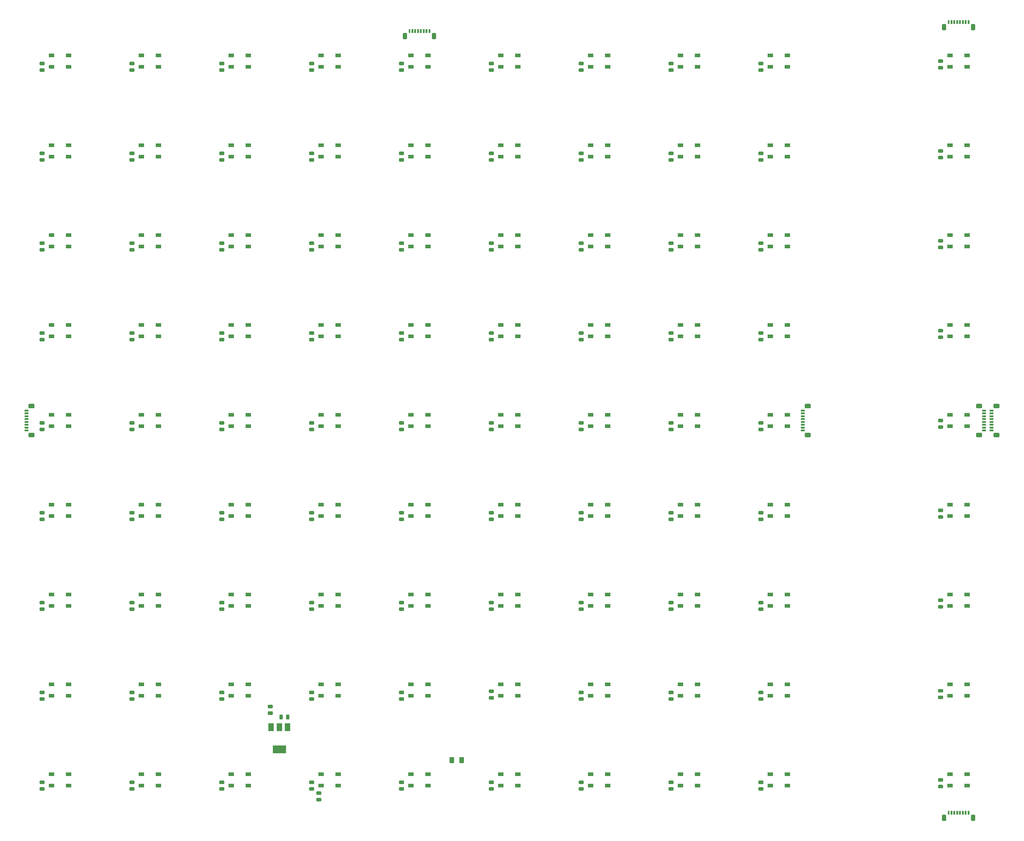
<source format=gbr>
G04 #@! TF.GenerationSoftware,KiCad,Pcbnew,(5.1.4)-1*
G04 #@! TF.CreationDate,2020-04-23T20:30:29-07:00*
G04 #@! TF.ProjectId,tetris,74657472-6973-42e6-9b69-6361645f7063,rev?*
G04 #@! TF.SameCoordinates,Original*
G04 #@! TF.FileFunction,Paste,Top*
G04 #@! TF.FilePolarity,Positive*
%FSLAX46Y46*%
G04 Gerber Fmt 4.6, Leading zero omitted, Abs format (unit mm)*
G04 Created by KiCad (PCBNEW (5.1.4)-1) date 2020-04-23 20:30:29*
%MOMM*%
%LPD*%
G04 APERTURE LIST*
%ADD10C,0.100000*%
%ADD11C,1.200000*%
%ADD12C,0.500000*%
%ADD13R,1.500000X1.000000*%
%ADD14C,0.975000*%
%ADD15R,3.800000X2.200000*%
%ADD16R,1.500000X2.200000*%
%ADD17C,1.250000*%
G04 APERTURE END LIST*
D10*
G36*
X285824505Y-122301204D02*
G01*
X285848773Y-122304804D01*
X285872572Y-122310765D01*
X285895671Y-122319030D01*
X285917850Y-122329520D01*
X285938893Y-122342132D01*
X285958599Y-122356747D01*
X285976777Y-122373223D01*
X285993253Y-122391401D01*
X286007868Y-122411107D01*
X286020480Y-122432150D01*
X286030970Y-122454329D01*
X286039235Y-122477428D01*
X286045196Y-122501227D01*
X286048796Y-122525495D01*
X286050000Y-122549999D01*
X286050000Y-123250001D01*
X286048796Y-123274505D01*
X286045196Y-123298773D01*
X286039235Y-123322572D01*
X286030970Y-123345671D01*
X286020480Y-123367850D01*
X286007868Y-123388893D01*
X285993253Y-123408599D01*
X285976777Y-123426777D01*
X285958599Y-123443253D01*
X285938893Y-123457868D01*
X285917850Y-123470480D01*
X285895671Y-123480970D01*
X285872572Y-123489235D01*
X285848773Y-123495196D01*
X285824505Y-123498796D01*
X285800001Y-123500000D01*
X284599999Y-123500000D01*
X284575495Y-123498796D01*
X284551227Y-123495196D01*
X284527428Y-123489235D01*
X284504329Y-123480970D01*
X284482150Y-123470480D01*
X284461107Y-123457868D01*
X284441401Y-123443253D01*
X284423223Y-123426777D01*
X284406747Y-123408599D01*
X284392132Y-123388893D01*
X284379520Y-123367850D01*
X284369030Y-123345671D01*
X284360765Y-123322572D01*
X284354804Y-123298773D01*
X284351204Y-123274505D01*
X284350000Y-123250001D01*
X284350000Y-122549999D01*
X284351204Y-122525495D01*
X284354804Y-122501227D01*
X284360765Y-122477428D01*
X284369030Y-122454329D01*
X284379520Y-122432150D01*
X284392132Y-122411107D01*
X284406747Y-122391401D01*
X284423223Y-122373223D01*
X284441401Y-122356747D01*
X284461107Y-122342132D01*
X284482150Y-122329520D01*
X284504329Y-122319030D01*
X284527428Y-122310765D01*
X284551227Y-122304804D01*
X284575495Y-122301204D01*
X284599999Y-122300000D01*
X285800001Y-122300000D01*
X285824505Y-122301204D01*
X285824505Y-122301204D01*
G37*
D11*
X285200000Y-122900000D03*
D10*
G36*
X285824505Y-130501204D02*
G01*
X285848773Y-130504804D01*
X285872572Y-130510765D01*
X285895671Y-130519030D01*
X285917850Y-130529520D01*
X285938893Y-130542132D01*
X285958599Y-130556747D01*
X285976777Y-130573223D01*
X285993253Y-130591401D01*
X286007868Y-130611107D01*
X286020480Y-130632150D01*
X286030970Y-130654329D01*
X286039235Y-130677428D01*
X286045196Y-130701227D01*
X286048796Y-130725495D01*
X286050000Y-130749999D01*
X286050000Y-131450001D01*
X286048796Y-131474505D01*
X286045196Y-131498773D01*
X286039235Y-131522572D01*
X286030970Y-131545671D01*
X286020480Y-131567850D01*
X286007868Y-131588893D01*
X285993253Y-131608599D01*
X285976777Y-131626777D01*
X285958599Y-131643253D01*
X285938893Y-131657868D01*
X285917850Y-131670480D01*
X285895671Y-131680970D01*
X285872572Y-131689235D01*
X285848773Y-131695196D01*
X285824505Y-131698796D01*
X285800001Y-131700000D01*
X284599999Y-131700000D01*
X284575495Y-131698796D01*
X284551227Y-131695196D01*
X284527428Y-131689235D01*
X284504329Y-131680970D01*
X284482150Y-131670480D01*
X284461107Y-131657868D01*
X284441401Y-131643253D01*
X284423223Y-131626777D01*
X284406747Y-131608599D01*
X284392132Y-131588893D01*
X284379520Y-131567850D01*
X284369030Y-131545671D01*
X284360765Y-131522572D01*
X284354804Y-131498773D01*
X284351204Y-131474505D01*
X284350000Y-131450001D01*
X284350000Y-130749999D01*
X284351204Y-130725495D01*
X284354804Y-130701227D01*
X284360765Y-130677428D01*
X284369030Y-130654329D01*
X284379520Y-130632150D01*
X284392132Y-130611107D01*
X284406747Y-130591401D01*
X284423223Y-130573223D01*
X284441401Y-130556747D01*
X284461107Y-130542132D01*
X284482150Y-130529520D01*
X284504329Y-130519030D01*
X284527428Y-130510765D01*
X284551227Y-130504804D01*
X284575495Y-130501204D01*
X284599999Y-130500000D01*
X285800001Y-130500000D01*
X285824505Y-130501204D01*
X285824505Y-130501204D01*
G37*
D11*
X285200000Y-131100000D03*
D10*
G36*
X287037252Y-123950602D02*
G01*
X287049386Y-123952402D01*
X287061286Y-123955382D01*
X287072835Y-123959515D01*
X287083925Y-123964760D01*
X287094446Y-123971066D01*
X287104299Y-123978374D01*
X287113388Y-123986612D01*
X287121626Y-123995701D01*
X287128934Y-124005554D01*
X287135240Y-124016075D01*
X287140485Y-124027165D01*
X287144618Y-124038714D01*
X287147598Y-124050614D01*
X287149398Y-124062748D01*
X287150000Y-124075000D01*
X287150000Y-124325000D01*
X287149398Y-124337252D01*
X287147598Y-124349386D01*
X287144618Y-124361286D01*
X287140485Y-124372835D01*
X287135240Y-124383925D01*
X287128934Y-124394446D01*
X287121626Y-124404299D01*
X287113388Y-124413388D01*
X287104299Y-124421626D01*
X287094446Y-124428934D01*
X287083925Y-124435240D01*
X287072835Y-124440485D01*
X287061286Y-124444618D01*
X287049386Y-124447598D01*
X287037252Y-124449398D01*
X287025000Y-124450000D01*
X286175000Y-124450000D01*
X286162748Y-124449398D01*
X286150614Y-124447598D01*
X286138714Y-124444618D01*
X286127165Y-124440485D01*
X286116075Y-124435240D01*
X286105554Y-124428934D01*
X286095701Y-124421626D01*
X286086612Y-124413388D01*
X286078374Y-124404299D01*
X286071066Y-124394446D01*
X286064760Y-124383925D01*
X286059515Y-124372835D01*
X286055382Y-124361286D01*
X286052402Y-124349386D01*
X286050602Y-124337252D01*
X286050000Y-124325000D01*
X286050000Y-124075000D01*
X286050602Y-124062748D01*
X286052402Y-124050614D01*
X286055382Y-124038714D01*
X286059515Y-124027165D01*
X286064760Y-124016075D01*
X286071066Y-124005554D01*
X286078374Y-123995701D01*
X286086612Y-123986612D01*
X286095701Y-123978374D01*
X286105554Y-123971066D01*
X286116075Y-123964760D01*
X286127165Y-123959515D01*
X286138714Y-123955382D01*
X286150614Y-123952402D01*
X286162748Y-123950602D01*
X286175000Y-123950000D01*
X287025000Y-123950000D01*
X287037252Y-123950602D01*
X287037252Y-123950602D01*
G37*
D12*
X286600000Y-124200000D03*
D10*
G36*
X287037252Y-124750602D02*
G01*
X287049386Y-124752402D01*
X287061286Y-124755382D01*
X287072835Y-124759515D01*
X287083925Y-124764760D01*
X287094446Y-124771066D01*
X287104299Y-124778374D01*
X287113388Y-124786612D01*
X287121626Y-124795701D01*
X287128934Y-124805554D01*
X287135240Y-124816075D01*
X287140485Y-124827165D01*
X287144618Y-124838714D01*
X287147598Y-124850614D01*
X287149398Y-124862748D01*
X287150000Y-124875000D01*
X287150000Y-125125000D01*
X287149398Y-125137252D01*
X287147598Y-125149386D01*
X287144618Y-125161286D01*
X287140485Y-125172835D01*
X287135240Y-125183925D01*
X287128934Y-125194446D01*
X287121626Y-125204299D01*
X287113388Y-125213388D01*
X287104299Y-125221626D01*
X287094446Y-125228934D01*
X287083925Y-125235240D01*
X287072835Y-125240485D01*
X287061286Y-125244618D01*
X287049386Y-125247598D01*
X287037252Y-125249398D01*
X287025000Y-125250000D01*
X286175000Y-125250000D01*
X286162748Y-125249398D01*
X286150614Y-125247598D01*
X286138714Y-125244618D01*
X286127165Y-125240485D01*
X286116075Y-125235240D01*
X286105554Y-125228934D01*
X286095701Y-125221626D01*
X286086612Y-125213388D01*
X286078374Y-125204299D01*
X286071066Y-125194446D01*
X286064760Y-125183925D01*
X286059515Y-125172835D01*
X286055382Y-125161286D01*
X286052402Y-125149386D01*
X286050602Y-125137252D01*
X286050000Y-125125000D01*
X286050000Y-124875000D01*
X286050602Y-124862748D01*
X286052402Y-124850614D01*
X286055382Y-124838714D01*
X286059515Y-124827165D01*
X286064760Y-124816075D01*
X286071066Y-124805554D01*
X286078374Y-124795701D01*
X286086612Y-124786612D01*
X286095701Y-124778374D01*
X286105554Y-124771066D01*
X286116075Y-124764760D01*
X286127165Y-124759515D01*
X286138714Y-124755382D01*
X286150614Y-124752402D01*
X286162748Y-124750602D01*
X286175000Y-124750000D01*
X287025000Y-124750000D01*
X287037252Y-124750602D01*
X287037252Y-124750602D01*
G37*
D12*
X286600000Y-125000000D03*
D10*
G36*
X287037252Y-125550602D02*
G01*
X287049386Y-125552402D01*
X287061286Y-125555382D01*
X287072835Y-125559515D01*
X287083925Y-125564760D01*
X287094446Y-125571066D01*
X287104299Y-125578374D01*
X287113388Y-125586612D01*
X287121626Y-125595701D01*
X287128934Y-125605554D01*
X287135240Y-125616075D01*
X287140485Y-125627165D01*
X287144618Y-125638714D01*
X287147598Y-125650614D01*
X287149398Y-125662748D01*
X287150000Y-125675000D01*
X287150000Y-125925000D01*
X287149398Y-125937252D01*
X287147598Y-125949386D01*
X287144618Y-125961286D01*
X287140485Y-125972835D01*
X287135240Y-125983925D01*
X287128934Y-125994446D01*
X287121626Y-126004299D01*
X287113388Y-126013388D01*
X287104299Y-126021626D01*
X287094446Y-126028934D01*
X287083925Y-126035240D01*
X287072835Y-126040485D01*
X287061286Y-126044618D01*
X287049386Y-126047598D01*
X287037252Y-126049398D01*
X287025000Y-126050000D01*
X286175000Y-126050000D01*
X286162748Y-126049398D01*
X286150614Y-126047598D01*
X286138714Y-126044618D01*
X286127165Y-126040485D01*
X286116075Y-126035240D01*
X286105554Y-126028934D01*
X286095701Y-126021626D01*
X286086612Y-126013388D01*
X286078374Y-126004299D01*
X286071066Y-125994446D01*
X286064760Y-125983925D01*
X286059515Y-125972835D01*
X286055382Y-125961286D01*
X286052402Y-125949386D01*
X286050602Y-125937252D01*
X286050000Y-125925000D01*
X286050000Y-125675000D01*
X286050602Y-125662748D01*
X286052402Y-125650614D01*
X286055382Y-125638714D01*
X286059515Y-125627165D01*
X286064760Y-125616075D01*
X286071066Y-125605554D01*
X286078374Y-125595701D01*
X286086612Y-125586612D01*
X286095701Y-125578374D01*
X286105554Y-125571066D01*
X286116075Y-125564760D01*
X286127165Y-125559515D01*
X286138714Y-125555382D01*
X286150614Y-125552402D01*
X286162748Y-125550602D01*
X286175000Y-125550000D01*
X287025000Y-125550000D01*
X287037252Y-125550602D01*
X287037252Y-125550602D01*
G37*
D12*
X286600000Y-125800000D03*
D10*
G36*
X287037252Y-126350602D02*
G01*
X287049386Y-126352402D01*
X287061286Y-126355382D01*
X287072835Y-126359515D01*
X287083925Y-126364760D01*
X287094446Y-126371066D01*
X287104299Y-126378374D01*
X287113388Y-126386612D01*
X287121626Y-126395701D01*
X287128934Y-126405554D01*
X287135240Y-126416075D01*
X287140485Y-126427165D01*
X287144618Y-126438714D01*
X287147598Y-126450614D01*
X287149398Y-126462748D01*
X287150000Y-126475000D01*
X287150000Y-126725000D01*
X287149398Y-126737252D01*
X287147598Y-126749386D01*
X287144618Y-126761286D01*
X287140485Y-126772835D01*
X287135240Y-126783925D01*
X287128934Y-126794446D01*
X287121626Y-126804299D01*
X287113388Y-126813388D01*
X287104299Y-126821626D01*
X287094446Y-126828934D01*
X287083925Y-126835240D01*
X287072835Y-126840485D01*
X287061286Y-126844618D01*
X287049386Y-126847598D01*
X287037252Y-126849398D01*
X287025000Y-126850000D01*
X286175000Y-126850000D01*
X286162748Y-126849398D01*
X286150614Y-126847598D01*
X286138714Y-126844618D01*
X286127165Y-126840485D01*
X286116075Y-126835240D01*
X286105554Y-126828934D01*
X286095701Y-126821626D01*
X286086612Y-126813388D01*
X286078374Y-126804299D01*
X286071066Y-126794446D01*
X286064760Y-126783925D01*
X286059515Y-126772835D01*
X286055382Y-126761286D01*
X286052402Y-126749386D01*
X286050602Y-126737252D01*
X286050000Y-126725000D01*
X286050000Y-126475000D01*
X286050602Y-126462748D01*
X286052402Y-126450614D01*
X286055382Y-126438714D01*
X286059515Y-126427165D01*
X286064760Y-126416075D01*
X286071066Y-126405554D01*
X286078374Y-126395701D01*
X286086612Y-126386612D01*
X286095701Y-126378374D01*
X286105554Y-126371066D01*
X286116075Y-126364760D01*
X286127165Y-126359515D01*
X286138714Y-126355382D01*
X286150614Y-126352402D01*
X286162748Y-126350602D01*
X286175000Y-126350000D01*
X287025000Y-126350000D01*
X287037252Y-126350602D01*
X287037252Y-126350602D01*
G37*
D12*
X286600000Y-126600000D03*
D10*
G36*
X287037252Y-127150602D02*
G01*
X287049386Y-127152402D01*
X287061286Y-127155382D01*
X287072835Y-127159515D01*
X287083925Y-127164760D01*
X287094446Y-127171066D01*
X287104299Y-127178374D01*
X287113388Y-127186612D01*
X287121626Y-127195701D01*
X287128934Y-127205554D01*
X287135240Y-127216075D01*
X287140485Y-127227165D01*
X287144618Y-127238714D01*
X287147598Y-127250614D01*
X287149398Y-127262748D01*
X287150000Y-127275000D01*
X287150000Y-127525000D01*
X287149398Y-127537252D01*
X287147598Y-127549386D01*
X287144618Y-127561286D01*
X287140485Y-127572835D01*
X287135240Y-127583925D01*
X287128934Y-127594446D01*
X287121626Y-127604299D01*
X287113388Y-127613388D01*
X287104299Y-127621626D01*
X287094446Y-127628934D01*
X287083925Y-127635240D01*
X287072835Y-127640485D01*
X287061286Y-127644618D01*
X287049386Y-127647598D01*
X287037252Y-127649398D01*
X287025000Y-127650000D01*
X286175000Y-127650000D01*
X286162748Y-127649398D01*
X286150614Y-127647598D01*
X286138714Y-127644618D01*
X286127165Y-127640485D01*
X286116075Y-127635240D01*
X286105554Y-127628934D01*
X286095701Y-127621626D01*
X286086612Y-127613388D01*
X286078374Y-127604299D01*
X286071066Y-127594446D01*
X286064760Y-127583925D01*
X286059515Y-127572835D01*
X286055382Y-127561286D01*
X286052402Y-127549386D01*
X286050602Y-127537252D01*
X286050000Y-127525000D01*
X286050000Y-127275000D01*
X286050602Y-127262748D01*
X286052402Y-127250614D01*
X286055382Y-127238714D01*
X286059515Y-127227165D01*
X286064760Y-127216075D01*
X286071066Y-127205554D01*
X286078374Y-127195701D01*
X286086612Y-127186612D01*
X286095701Y-127178374D01*
X286105554Y-127171066D01*
X286116075Y-127164760D01*
X286127165Y-127159515D01*
X286138714Y-127155382D01*
X286150614Y-127152402D01*
X286162748Y-127150602D01*
X286175000Y-127150000D01*
X287025000Y-127150000D01*
X287037252Y-127150602D01*
X287037252Y-127150602D01*
G37*
D12*
X286600000Y-127400000D03*
D10*
G36*
X287037252Y-127950602D02*
G01*
X287049386Y-127952402D01*
X287061286Y-127955382D01*
X287072835Y-127959515D01*
X287083925Y-127964760D01*
X287094446Y-127971066D01*
X287104299Y-127978374D01*
X287113388Y-127986612D01*
X287121626Y-127995701D01*
X287128934Y-128005554D01*
X287135240Y-128016075D01*
X287140485Y-128027165D01*
X287144618Y-128038714D01*
X287147598Y-128050614D01*
X287149398Y-128062748D01*
X287150000Y-128075000D01*
X287150000Y-128325000D01*
X287149398Y-128337252D01*
X287147598Y-128349386D01*
X287144618Y-128361286D01*
X287140485Y-128372835D01*
X287135240Y-128383925D01*
X287128934Y-128394446D01*
X287121626Y-128404299D01*
X287113388Y-128413388D01*
X287104299Y-128421626D01*
X287094446Y-128428934D01*
X287083925Y-128435240D01*
X287072835Y-128440485D01*
X287061286Y-128444618D01*
X287049386Y-128447598D01*
X287037252Y-128449398D01*
X287025000Y-128450000D01*
X286175000Y-128450000D01*
X286162748Y-128449398D01*
X286150614Y-128447598D01*
X286138714Y-128444618D01*
X286127165Y-128440485D01*
X286116075Y-128435240D01*
X286105554Y-128428934D01*
X286095701Y-128421626D01*
X286086612Y-128413388D01*
X286078374Y-128404299D01*
X286071066Y-128394446D01*
X286064760Y-128383925D01*
X286059515Y-128372835D01*
X286055382Y-128361286D01*
X286052402Y-128349386D01*
X286050602Y-128337252D01*
X286050000Y-128325000D01*
X286050000Y-128075000D01*
X286050602Y-128062748D01*
X286052402Y-128050614D01*
X286055382Y-128038714D01*
X286059515Y-128027165D01*
X286064760Y-128016075D01*
X286071066Y-128005554D01*
X286078374Y-127995701D01*
X286086612Y-127986612D01*
X286095701Y-127978374D01*
X286105554Y-127971066D01*
X286116075Y-127964760D01*
X286127165Y-127959515D01*
X286138714Y-127955382D01*
X286150614Y-127952402D01*
X286162748Y-127950602D01*
X286175000Y-127950000D01*
X287025000Y-127950000D01*
X287037252Y-127950602D01*
X287037252Y-127950602D01*
G37*
D12*
X286600000Y-128200000D03*
D10*
G36*
X287037252Y-128750602D02*
G01*
X287049386Y-128752402D01*
X287061286Y-128755382D01*
X287072835Y-128759515D01*
X287083925Y-128764760D01*
X287094446Y-128771066D01*
X287104299Y-128778374D01*
X287113388Y-128786612D01*
X287121626Y-128795701D01*
X287128934Y-128805554D01*
X287135240Y-128816075D01*
X287140485Y-128827165D01*
X287144618Y-128838714D01*
X287147598Y-128850614D01*
X287149398Y-128862748D01*
X287150000Y-128875000D01*
X287150000Y-129125000D01*
X287149398Y-129137252D01*
X287147598Y-129149386D01*
X287144618Y-129161286D01*
X287140485Y-129172835D01*
X287135240Y-129183925D01*
X287128934Y-129194446D01*
X287121626Y-129204299D01*
X287113388Y-129213388D01*
X287104299Y-129221626D01*
X287094446Y-129228934D01*
X287083925Y-129235240D01*
X287072835Y-129240485D01*
X287061286Y-129244618D01*
X287049386Y-129247598D01*
X287037252Y-129249398D01*
X287025000Y-129250000D01*
X286175000Y-129250000D01*
X286162748Y-129249398D01*
X286150614Y-129247598D01*
X286138714Y-129244618D01*
X286127165Y-129240485D01*
X286116075Y-129235240D01*
X286105554Y-129228934D01*
X286095701Y-129221626D01*
X286086612Y-129213388D01*
X286078374Y-129204299D01*
X286071066Y-129194446D01*
X286064760Y-129183925D01*
X286059515Y-129172835D01*
X286055382Y-129161286D01*
X286052402Y-129149386D01*
X286050602Y-129137252D01*
X286050000Y-129125000D01*
X286050000Y-128875000D01*
X286050602Y-128862748D01*
X286052402Y-128850614D01*
X286055382Y-128838714D01*
X286059515Y-128827165D01*
X286064760Y-128816075D01*
X286071066Y-128805554D01*
X286078374Y-128795701D01*
X286086612Y-128786612D01*
X286095701Y-128778374D01*
X286105554Y-128771066D01*
X286116075Y-128764760D01*
X286127165Y-128759515D01*
X286138714Y-128755382D01*
X286150614Y-128752402D01*
X286162748Y-128750602D01*
X286175000Y-128750000D01*
X287025000Y-128750000D01*
X287037252Y-128750602D01*
X287037252Y-128750602D01*
G37*
D12*
X286600000Y-129000000D03*
D10*
G36*
X287037252Y-129550602D02*
G01*
X287049386Y-129552402D01*
X287061286Y-129555382D01*
X287072835Y-129559515D01*
X287083925Y-129564760D01*
X287094446Y-129571066D01*
X287104299Y-129578374D01*
X287113388Y-129586612D01*
X287121626Y-129595701D01*
X287128934Y-129605554D01*
X287135240Y-129616075D01*
X287140485Y-129627165D01*
X287144618Y-129638714D01*
X287147598Y-129650614D01*
X287149398Y-129662748D01*
X287150000Y-129675000D01*
X287150000Y-129925000D01*
X287149398Y-129937252D01*
X287147598Y-129949386D01*
X287144618Y-129961286D01*
X287140485Y-129972835D01*
X287135240Y-129983925D01*
X287128934Y-129994446D01*
X287121626Y-130004299D01*
X287113388Y-130013388D01*
X287104299Y-130021626D01*
X287094446Y-130028934D01*
X287083925Y-130035240D01*
X287072835Y-130040485D01*
X287061286Y-130044618D01*
X287049386Y-130047598D01*
X287037252Y-130049398D01*
X287025000Y-130050000D01*
X286175000Y-130050000D01*
X286162748Y-130049398D01*
X286150614Y-130047598D01*
X286138714Y-130044618D01*
X286127165Y-130040485D01*
X286116075Y-130035240D01*
X286105554Y-130028934D01*
X286095701Y-130021626D01*
X286086612Y-130013388D01*
X286078374Y-130004299D01*
X286071066Y-129994446D01*
X286064760Y-129983925D01*
X286059515Y-129972835D01*
X286055382Y-129961286D01*
X286052402Y-129949386D01*
X286050602Y-129937252D01*
X286050000Y-129925000D01*
X286050000Y-129675000D01*
X286050602Y-129662748D01*
X286052402Y-129650614D01*
X286055382Y-129638714D01*
X286059515Y-129627165D01*
X286064760Y-129616075D01*
X286071066Y-129605554D01*
X286078374Y-129595701D01*
X286086612Y-129586612D01*
X286095701Y-129578374D01*
X286105554Y-129571066D01*
X286116075Y-129564760D01*
X286127165Y-129559515D01*
X286138714Y-129555382D01*
X286150614Y-129552402D01*
X286162748Y-129550602D01*
X286175000Y-129550000D01*
X287025000Y-129550000D01*
X287037252Y-129550602D01*
X287037252Y-129550602D01*
G37*
D12*
X286600000Y-129800000D03*
D10*
G36*
X275674505Y-238461204D02*
G01*
X275698773Y-238464804D01*
X275722572Y-238470765D01*
X275745671Y-238479030D01*
X275767850Y-238489520D01*
X275788893Y-238502132D01*
X275808599Y-238516747D01*
X275826777Y-238533223D01*
X275843253Y-238551401D01*
X275857868Y-238571107D01*
X275870480Y-238592150D01*
X275880970Y-238614329D01*
X275889235Y-238637428D01*
X275895196Y-238661227D01*
X275898796Y-238685495D01*
X275900000Y-238709999D01*
X275900000Y-239910001D01*
X275898796Y-239934505D01*
X275895196Y-239958773D01*
X275889235Y-239982572D01*
X275880970Y-240005671D01*
X275870480Y-240027850D01*
X275857868Y-240048893D01*
X275843253Y-240068599D01*
X275826777Y-240086777D01*
X275808599Y-240103253D01*
X275788893Y-240117868D01*
X275767850Y-240130480D01*
X275745671Y-240140970D01*
X275722572Y-240149235D01*
X275698773Y-240155196D01*
X275674505Y-240158796D01*
X275650001Y-240160000D01*
X274949999Y-240160000D01*
X274925495Y-240158796D01*
X274901227Y-240155196D01*
X274877428Y-240149235D01*
X274854329Y-240140970D01*
X274832150Y-240130480D01*
X274811107Y-240117868D01*
X274791401Y-240103253D01*
X274773223Y-240086777D01*
X274756747Y-240068599D01*
X274742132Y-240048893D01*
X274729520Y-240027850D01*
X274719030Y-240005671D01*
X274710765Y-239982572D01*
X274704804Y-239958773D01*
X274701204Y-239934505D01*
X274700000Y-239910001D01*
X274700000Y-238709999D01*
X274701204Y-238685495D01*
X274704804Y-238661227D01*
X274710765Y-238637428D01*
X274719030Y-238614329D01*
X274729520Y-238592150D01*
X274742132Y-238571107D01*
X274756747Y-238551401D01*
X274773223Y-238533223D01*
X274791401Y-238516747D01*
X274811107Y-238502132D01*
X274832150Y-238489520D01*
X274854329Y-238479030D01*
X274877428Y-238470765D01*
X274901227Y-238464804D01*
X274925495Y-238461204D01*
X274949999Y-238460000D01*
X275650001Y-238460000D01*
X275674505Y-238461204D01*
X275674505Y-238461204D01*
G37*
D11*
X275300000Y-239310000D03*
D10*
G36*
X283874505Y-238461204D02*
G01*
X283898773Y-238464804D01*
X283922572Y-238470765D01*
X283945671Y-238479030D01*
X283967850Y-238489520D01*
X283988893Y-238502132D01*
X284008599Y-238516747D01*
X284026777Y-238533223D01*
X284043253Y-238551401D01*
X284057868Y-238571107D01*
X284070480Y-238592150D01*
X284080970Y-238614329D01*
X284089235Y-238637428D01*
X284095196Y-238661227D01*
X284098796Y-238685495D01*
X284100000Y-238709999D01*
X284100000Y-239910001D01*
X284098796Y-239934505D01*
X284095196Y-239958773D01*
X284089235Y-239982572D01*
X284080970Y-240005671D01*
X284070480Y-240027850D01*
X284057868Y-240048893D01*
X284043253Y-240068599D01*
X284026777Y-240086777D01*
X284008599Y-240103253D01*
X283988893Y-240117868D01*
X283967850Y-240130480D01*
X283945671Y-240140970D01*
X283922572Y-240149235D01*
X283898773Y-240155196D01*
X283874505Y-240158796D01*
X283850001Y-240160000D01*
X283149999Y-240160000D01*
X283125495Y-240158796D01*
X283101227Y-240155196D01*
X283077428Y-240149235D01*
X283054329Y-240140970D01*
X283032150Y-240130480D01*
X283011107Y-240117868D01*
X282991401Y-240103253D01*
X282973223Y-240086777D01*
X282956747Y-240068599D01*
X282942132Y-240048893D01*
X282929520Y-240027850D01*
X282919030Y-240005671D01*
X282910765Y-239982572D01*
X282904804Y-239958773D01*
X282901204Y-239934505D01*
X282900000Y-239910001D01*
X282900000Y-238709999D01*
X282901204Y-238685495D01*
X282904804Y-238661227D01*
X282910765Y-238637428D01*
X282919030Y-238614329D01*
X282929520Y-238592150D01*
X282942132Y-238571107D01*
X282956747Y-238551401D01*
X282973223Y-238533223D01*
X282991401Y-238516747D01*
X283011107Y-238502132D01*
X283032150Y-238489520D01*
X283054329Y-238479030D01*
X283077428Y-238470765D01*
X283101227Y-238464804D01*
X283125495Y-238461204D01*
X283149999Y-238460000D01*
X283850001Y-238460000D01*
X283874505Y-238461204D01*
X283874505Y-238461204D01*
G37*
D11*
X283500000Y-239310000D03*
D10*
G36*
X276737252Y-237360602D02*
G01*
X276749386Y-237362402D01*
X276761286Y-237365382D01*
X276772835Y-237369515D01*
X276783925Y-237374760D01*
X276794446Y-237381066D01*
X276804299Y-237388374D01*
X276813388Y-237396612D01*
X276821626Y-237405701D01*
X276828934Y-237415554D01*
X276835240Y-237426075D01*
X276840485Y-237437165D01*
X276844618Y-237448714D01*
X276847598Y-237460614D01*
X276849398Y-237472748D01*
X276850000Y-237485000D01*
X276850000Y-238335000D01*
X276849398Y-238347252D01*
X276847598Y-238359386D01*
X276844618Y-238371286D01*
X276840485Y-238382835D01*
X276835240Y-238393925D01*
X276828934Y-238404446D01*
X276821626Y-238414299D01*
X276813388Y-238423388D01*
X276804299Y-238431626D01*
X276794446Y-238438934D01*
X276783925Y-238445240D01*
X276772835Y-238450485D01*
X276761286Y-238454618D01*
X276749386Y-238457598D01*
X276737252Y-238459398D01*
X276725000Y-238460000D01*
X276475000Y-238460000D01*
X276462748Y-238459398D01*
X276450614Y-238457598D01*
X276438714Y-238454618D01*
X276427165Y-238450485D01*
X276416075Y-238445240D01*
X276405554Y-238438934D01*
X276395701Y-238431626D01*
X276386612Y-238423388D01*
X276378374Y-238414299D01*
X276371066Y-238404446D01*
X276364760Y-238393925D01*
X276359515Y-238382835D01*
X276355382Y-238371286D01*
X276352402Y-238359386D01*
X276350602Y-238347252D01*
X276350000Y-238335000D01*
X276350000Y-237485000D01*
X276350602Y-237472748D01*
X276352402Y-237460614D01*
X276355382Y-237448714D01*
X276359515Y-237437165D01*
X276364760Y-237426075D01*
X276371066Y-237415554D01*
X276378374Y-237405701D01*
X276386612Y-237396612D01*
X276395701Y-237388374D01*
X276405554Y-237381066D01*
X276416075Y-237374760D01*
X276427165Y-237369515D01*
X276438714Y-237365382D01*
X276450614Y-237362402D01*
X276462748Y-237360602D01*
X276475000Y-237360000D01*
X276725000Y-237360000D01*
X276737252Y-237360602D01*
X276737252Y-237360602D01*
G37*
D12*
X276600000Y-237910000D03*
D10*
G36*
X277537252Y-237360602D02*
G01*
X277549386Y-237362402D01*
X277561286Y-237365382D01*
X277572835Y-237369515D01*
X277583925Y-237374760D01*
X277594446Y-237381066D01*
X277604299Y-237388374D01*
X277613388Y-237396612D01*
X277621626Y-237405701D01*
X277628934Y-237415554D01*
X277635240Y-237426075D01*
X277640485Y-237437165D01*
X277644618Y-237448714D01*
X277647598Y-237460614D01*
X277649398Y-237472748D01*
X277650000Y-237485000D01*
X277650000Y-238335000D01*
X277649398Y-238347252D01*
X277647598Y-238359386D01*
X277644618Y-238371286D01*
X277640485Y-238382835D01*
X277635240Y-238393925D01*
X277628934Y-238404446D01*
X277621626Y-238414299D01*
X277613388Y-238423388D01*
X277604299Y-238431626D01*
X277594446Y-238438934D01*
X277583925Y-238445240D01*
X277572835Y-238450485D01*
X277561286Y-238454618D01*
X277549386Y-238457598D01*
X277537252Y-238459398D01*
X277525000Y-238460000D01*
X277275000Y-238460000D01*
X277262748Y-238459398D01*
X277250614Y-238457598D01*
X277238714Y-238454618D01*
X277227165Y-238450485D01*
X277216075Y-238445240D01*
X277205554Y-238438934D01*
X277195701Y-238431626D01*
X277186612Y-238423388D01*
X277178374Y-238414299D01*
X277171066Y-238404446D01*
X277164760Y-238393925D01*
X277159515Y-238382835D01*
X277155382Y-238371286D01*
X277152402Y-238359386D01*
X277150602Y-238347252D01*
X277150000Y-238335000D01*
X277150000Y-237485000D01*
X277150602Y-237472748D01*
X277152402Y-237460614D01*
X277155382Y-237448714D01*
X277159515Y-237437165D01*
X277164760Y-237426075D01*
X277171066Y-237415554D01*
X277178374Y-237405701D01*
X277186612Y-237396612D01*
X277195701Y-237388374D01*
X277205554Y-237381066D01*
X277216075Y-237374760D01*
X277227165Y-237369515D01*
X277238714Y-237365382D01*
X277250614Y-237362402D01*
X277262748Y-237360602D01*
X277275000Y-237360000D01*
X277525000Y-237360000D01*
X277537252Y-237360602D01*
X277537252Y-237360602D01*
G37*
D12*
X277400000Y-237910000D03*
D10*
G36*
X278337252Y-237360602D02*
G01*
X278349386Y-237362402D01*
X278361286Y-237365382D01*
X278372835Y-237369515D01*
X278383925Y-237374760D01*
X278394446Y-237381066D01*
X278404299Y-237388374D01*
X278413388Y-237396612D01*
X278421626Y-237405701D01*
X278428934Y-237415554D01*
X278435240Y-237426075D01*
X278440485Y-237437165D01*
X278444618Y-237448714D01*
X278447598Y-237460614D01*
X278449398Y-237472748D01*
X278450000Y-237485000D01*
X278450000Y-238335000D01*
X278449398Y-238347252D01*
X278447598Y-238359386D01*
X278444618Y-238371286D01*
X278440485Y-238382835D01*
X278435240Y-238393925D01*
X278428934Y-238404446D01*
X278421626Y-238414299D01*
X278413388Y-238423388D01*
X278404299Y-238431626D01*
X278394446Y-238438934D01*
X278383925Y-238445240D01*
X278372835Y-238450485D01*
X278361286Y-238454618D01*
X278349386Y-238457598D01*
X278337252Y-238459398D01*
X278325000Y-238460000D01*
X278075000Y-238460000D01*
X278062748Y-238459398D01*
X278050614Y-238457598D01*
X278038714Y-238454618D01*
X278027165Y-238450485D01*
X278016075Y-238445240D01*
X278005554Y-238438934D01*
X277995701Y-238431626D01*
X277986612Y-238423388D01*
X277978374Y-238414299D01*
X277971066Y-238404446D01*
X277964760Y-238393925D01*
X277959515Y-238382835D01*
X277955382Y-238371286D01*
X277952402Y-238359386D01*
X277950602Y-238347252D01*
X277950000Y-238335000D01*
X277950000Y-237485000D01*
X277950602Y-237472748D01*
X277952402Y-237460614D01*
X277955382Y-237448714D01*
X277959515Y-237437165D01*
X277964760Y-237426075D01*
X277971066Y-237415554D01*
X277978374Y-237405701D01*
X277986612Y-237396612D01*
X277995701Y-237388374D01*
X278005554Y-237381066D01*
X278016075Y-237374760D01*
X278027165Y-237369515D01*
X278038714Y-237365382D01*
X278050614Y-237362402D01*
X278062748Y-237360602D01*
X278075000Y-237360000D01*
X278325000Y-237360000D01*
X278337252Y-237360602D01*
X278337252Y-237360602D01*
G37*
D12*
X278200000Y-237910000D03*
D10*
G36*
X279137252Y-237360602D02*
G01*
X279149386Y-237362402D01*
X279161286Y-237365382D01*
X279172835Y-237369515D01*
X279183925Y-237374760D01*
X279194446Y-237381066D01*
X279204299Y-237388374D01*
X279213388Y-237396612D01*
X279221626Y-237405701D01*
X279228934Y-237415554D01*
X279235240Y-237426075D01*
X279240485Y-237437165D01*
X279244618Y-237448714D01*
X279247598Y-237460614D01*
X279249398Y-237472748D01*
X279250000Y-237485000D01*
X279250000Y-238335000D01*
X279249398Y-238347252D01*
X279247598Y-238359386D01*
X279244618Y-238371286D01*
X279240485Y-238382835D01*
X279235240Y-238393925D01*
X279228934Y-238404446D01*
X279221626Y-238414299D01*
X279213388Y-238423388D01*
X279204299Y-238431626D01*
X279194446Y-238438934D01*
X279183925Y-238445240D01*
X279172835Y-238450485D01*
X279161286Y-238454618D01*
X279149386Y-238457598D01*
X279137252Y-238459398D01*
X279125000Y-238460000D01*
X278875000Y-238460000D01*
X278862748Y-238459398D01*
X278850614Y-238457598D01*
X278838714Y-238454618D01*
X278827165Y-238450485D01*
X278816075Y-238445240D01*
X278805554Y-238438934D01*
X278795701Y-238431626D01*
X278786612Y-238423388D01*
X278778374Y-238414299D01*
X278771066Y-238404446D01*
X278764760Y-238393925D01*
X278759515Y-238382835D01*
X278755382Y-238371286D01*
X278752402Y-238359386D01*
X278750602Y-238347252D01*
X278750000Y-238335000D01*
X278750000Y-237485000D01*
X278750602Y-237472748D01*
X278752402Y-237460614D01*
X278755382Y-237448714D01*
X278759515Y-237437165D01*
X278764760Y-237426075D01*
X278771066Y-237415554D01*
X278778374Y-237405701D01*
X278786612Y-237396612D01*
X278795701Y-237388374D01*
X278805554Y-237381066D01*
X278816075Y-237374760D01*
X278827165Y-237369515D01*
X278838714Y-237365382D01*
X278850614Y-237362402D01*
X278862748Y-237360602D01*
X278875000Y-237360000D01*
X279125000Y-237360000D01*
X279137252Y-237360602D01*
X279137252Y-237360602D01*
G37*
D12*
X279000000Y-237910000D03*
D10*
G36*
X279937252Y-237360602D02*
G01*
X279949386Y-237362402D01*
X279961286Y-237365382D01*
X279972835Y-237369515D01*
X279983925Y-237374760D01*
X279994446Y-237381066D01*
X280004299Y-237388374D01*
X280013388Y-237396612D01*
X280021626Y-237405701D01*
X280028934Y-237415554D01*
X280035240Y-237426075D01*
X280040485Y-237437165D01*
X280044618Y-237448714D01*
X280047598Y-237460614D01*
X280049398Y-237472748D01*
X280050000Y-237485000D01*
X280050000Y-238335000D01*
X280049398Y-238347252D01*
X280047598Y-238359386D01*
X280044618Y-238371286D01*
X280040485Y-238382835D01*
X280035240Y-238393925D01*
X280028934Y-238404446D01*
X280021626Y-238414299D01*
X280013388Y-238423388D01*
X280004299Y-238431626D01*
X279994446Y-238438934D01*
X279983925Y-238445240D01*
X279972835Y-238450485D01*
X279961286Y-238454618D01*
X279949386Y-238457598D01*
X279937252Y-238459398D01*
X279925000Y-238460000D01*
X279675000Y-238460000D01*
X279662748Y-238459398D01*
X279650614Y-238457598D01*
X279638714Y-238454618D01*
X279627165Y-238450485D01*
X279616075Y-238445240D01*
X279605554Y-238438934D01*
X279595701Y-238431626D01*
X279586612Y-238423388D01*
X279578374Y-238414299D01*
X279571066Y-238404446D01*
X279564760Y-238393925D01*
X279559515Y-238382835D01*
X279555382Y-238371286D01*
X279552402Y-238359386D01*
X279550602Y-238347252D01*
X279550000Y-238335000D01*
X279550000Y-237485000D01*
X279550602Y-237472748D01*
X279552402Y-237460614D01*
X279555382Y-237448714D01*
X279559515Y-237437165D01*
X279564760Y-237426075D01*
X279571066Y-237415554D01*
X279578374Y-237405701D01*
X279586612Y-237396612D01*
X279595701Y-237388374D01*
X279605554Y-237381066D01*
X279616075Y-237374760D01*
X279627165Y-237369515D01*
X279638714Y-237365382D01*
X279650614Y-237362402D01*
X279662748Y-237360602D01*
X279675000Y-237360000D01*
X279925000Y-237360000D01*
X279937252Y-237360602D01*
X279937252Y-237360602D01*
G37*
D12*
X279800000Y-237910000D03*
D10*
G36*
X280737252Y-237360602D02*
G01*
X280749386Y-237362402D01*
X280761286Y-237365382D01*
X280772835Y-237369515D01*
X280783925Y-237374760D01*
X280794446Y-237381066D01*
X280804299Y-237388374D01*
X280813388Y-237396612D01*
X280821626Y-237405701D01*
X280828934Y-237415554D01*
X280835240Y-237426075D01*
X280840485Y-237437165D01*
X280844618Y-237448714D01*
X280847598Y-237460614D01*
X280849398Y-237472748D01*
X280850000Y-237485000D01*
X280850000Y-238335000D01*
X280849398Y-238347252D01*
X280847598Y-238359386D01*
X280844618Y-238371286D01*
X280840485Y-238382835D01*
X280835240Y-238393925D01*
X280828934Y-238404446D01*
X280821626Y-238414299D01*
X280813388Y-238423388D01*
X280804299Y-238431626D01*
X280794446Y-238438934D01*
X280783925Y-238445240D01*
X280772835Y-238450485D01*
X280761286Y-238454618D01*
X280749386Y-238457598D01*
X280737252Y-238459398D01*
X280725000Y-238460000D01*
X280475000Y-238460000D01*
X280462748Y-238459398D01*
X280450614Y-238457598D01*
X280438714Y-238454618D01*
X280427165Y-238450485D01*
X280416075Y-238445240D01*
X280405554Y-238438934D01*
X280395701Y-238431626D01*
X280386612Y-238423388D01*
X280378374Y-238414299D01*
X280371066Y-238404446D01*
X280364760Y-238393925D01*
X280359515Y-238382835D01*
X280355382Y-238371286D01*
X280352402Y-238359386D01*
X280350602Y-238347252D01*
X280350000Y-238335000D01*
X280350000Y-237485000D01*
X280350602Y-237472748D01*
X280352402Y-237460614D01*
X280355382Y-237448714D01*
X280359515Y-237437165D01*
X280364760Y-237426075D01*
X280371066Y-237415554D01*
X280378374Y-237405701D01*
X280386612Y-237396612D01*
X280395701Y-237388374D01*
X280405554Y-237381066D01*
X280416075Y-237374760D01*
X280427165Y-237369515D01*
X280438714Y-237365382D01*
X280450614Y-237362402D01*
X280462748Y-237360602D01*
X280475000Y-237360000D01*
X280725000Y-237360000D01*
X280737252Y-237360602D01*
X280737252Y-237360602D01*
G37*
D12*
X280600000Y-237910000D03*
D10*
G36*
X281537252Y-237360602D02*
G01*
X281549386Y-237362402D01*
X281561286Y-237365382D01*
X281572835Y-237369515D01*
X281583925Y-237374760D01*
X281594446Y-237381066D01*
X281604299Y-237388374D01*
X281613388Y-237396612D01*
X281621626Y-237405701D01*
X281628934Y-237415554D01*
X281635240Y-237426075D01*
X281640485Y-237437165D01*
X281644618Y-237448714D01*
X281647598Y-237460614D01*
X281649398Y-237472748D01*
X281650000Y-237485000D01*
X281650000Y-238335000D01*
X281649398Y-238347252D01*
X281647598Y-238359386D01*
X281644618Y-238371286D01*
X281640485Y-238382835D01*
X281635240Y-238393925D01*
X281628934Y-238404446D01*
X281621626Y-238414299D01*
X281613388Y-238423388D01*
X281604299Y-238431626D01*
X281594446Y-238438934D01*
X281583925Y-238445240D01*
X281572835Y-238450485D01*
X281561286Y-238454618D01*
X281549386Y-238457598D01*
X281537252Y-238459398D01*
X281525000Y-238460000D01*
X281275000Y-238460000D01*
X281262748Y-238459398D01*
X281250614Y-238457598D01*
X281238714Y-238454618D01*
X281227165Y-238450485D01*
X281216075Y-238445240D01*
X281205554Y-238438934D01*
X281195701Y-238431626D01*
X281186612Y-238423388D01*
X281178374Y-238414299D01*
X281171066Y-238404446D01*
X281164760Y-238393925D01*
X281159515Y-238382835D01*
X281155382Y-238371286D01*
X281152402Y-238359386D01*
X281150602Y-238347252D01*
X281150000Y-238335000D01*
X281150000Y-237485000D01*
X281150602Y-237472748D01*
X281152402Y-237460614D01*
X281155382Y-237448714D01*
X281159515Y-237437165D01*
X281164760Y-237426075D01*
X281171066Y-237415554D01*
X281178374Y-237405701D01*
X281186612Y-237396612D01*
X281195701Y-237388374D01*
X281205554Y-237381066D01*
X281216075Y-237374760D01*
X281227165Y-237369515D01*
X281238714Y-237365382D01*
X281250614Y-237362402D01*
X281262748Y-237360602D01*
X281275000Y-237360000D01*
X281525000Y-237360000D01*
X281537252Y-237360602D01*
X281537252Y-237360602D01*
G37*
D12*
X281400000Y-237910000D03*
D10*
G36*
X282337252Y-237360602D02*
G01*
X282349386Y-237362402D01*
X282361286Y-237365382D01*
X282372835Y-237369515D01*
X282383925Y-237374760D01*
X282394446Y-237381066D01*
X282404299Y-237388374D01*
X282413388Y-237396612D01*
X282421626Y-237405701D01*
X282428934Y-237415554D01*
X282435240Y-237426075D01*
X282440485Y-237437165D01*
X282444618Y-237448714D01*
X282447598Y-237460614D01*
X282449398Y-237472748D01*
X282450000Y-237485000D01*
X282450000Y-238335000D01*
X282449398Y-238347252D01*
X282447598Y-238359386D01*
X282444618Y-238371286D01*
X282440485Y-238382835D01*
X282435240Y-238393925D01*
X282428934Y-238404446D01*
X282421626Y-238414299D01*
X282413388Y-238423388D01*
X282404299Y-238431626D01*
X282394446Y-238438934D01*
X282383925Y-238445240D01*
X282372835Y-238450485D01*
X282361286Y-238454618D01*
X282349386Y-238457598D01*
X282337252Y-238459398D01*
X282325000Y-238460000D01*
X282075000Y-238460000D01*
X282062748Y-238459398D01*
X282050614Y-238457598D01*
X282038714Y-238454618D01*
X282027165Y-238450485D01*
X282016075Y-238445240D01*
X282005554Y-238438934D01*
X281995701Y-238431626D01*
X281986612Y-238423388D01*
X281978374Y-238414299D01*
X281971066Y-238404446D01*
X281964760Y-238393925D01*
X281959515Y-238382835D01*
X281955382Y-238371286D01*
X281952402Y-238359386D01*
X281950602Y-238347252D01*
X281950000Y-238335000D01*
X281950000Y-237485000D01*
X281950602Y-237472748D01*
X281952402Y-237460614D01*
X281955382Y-237448714D01*
X281959515Y-237437165D01*
X281964760Y-237426075D01*
X281971066Y-237415554D01*
X281978374Y-237405701D01*
X281986612Y-237396612D01*
X281995701Y-237388374D01*
X282005554Y-237381066D01*
X282016075Y-237374760D01*
X282027165Y-237369515D01*
X282038714Y-237365382D01*
X282050614Y-237362402D01*
X282062748Y-237360602D01*
X282075000Y-237360000D01*
X282325000Y-237360000D01*
X282337252Y-237360602D01*
X282337252Y-237360602D01*
G37*
D12*
X282200000Y-237910000D03*
D10*
G36*
X275674505Y-14941204D02*
G01*
X275698773Y-14944804D01*
X275722572Y-14950765D01*
X275745671Y-14959030D01*
X275767850Y-14969520D01*
X275788893Y-14982132D01*
X275808599Y-14996747D01*
X275826777Y-15013223D01*
X275843253Y-15031401D01*
X275857868Y-15051107D01*
X275870480Y-15072150D01*
X275880970Y-15094329D01*
X275889235Y-15117428D01*
X275895196Y-15141227D01*
X275898796Y-15165495D01*
X275900000Y-15189999D01*
X275900000Y-16390001D01*
X275898796Y-16414505D01*
X275895196Y-16438773D01*
X275889235Y-16462572D01*
X275880970Y-16485671D01*
X275870480Y-16507850D01*
X275857868Y-16528893D01*
X275843253Y-16548599D01*
X275826777Y-16566777D01*
X275808599Y-16583253D01*
X275788893Y-16597868D01*
X275767850Y-16610480D01*
X275745671Y-16620970D01*
X275722572Y-16629235D01*
X275698773Y-16635196D01*
X275674505Y-16638796D01*
X275650001Y-16640000D01*
X274949999Y-16640000D01*
X274925495Y-16638796D01*
X274901227Y-16635196D01*
X274877428Y-16629235D01*
X274854329Y-16620970D01*
X274832150Y-16610480D01*
X274811107Y-16597868D01*
X274791401Y-16583253D01*
X274773223Y-16566777D01*
X274756747Y-16548599D01*
X274742132Y-16528893D01*
X274729520Y-16507850D01*
X274719030Y-16485671D01*
X274710765Y-16462572D01*
X274704804Y-16438773D01*
X274701204Y-16414505D01*
X274700000Y-16390001D01*
X274700000Y-15189999D01*
X274701204Y-15165495D01*
X274704804Y-15141227D01*
X274710765Y-15117428D01*
X274719030Y-15094329D01*
X274729520Y-15072150D01*
X274742132Y-15051107D01*
X274756747Y-15031401D01*
X274773223Y-15013223D01*
X274791401Y-14996747D01*
X274811107Y-14982132D01*
X274832150Y-14969520D01*
X274854329Y-14959030D01*
X274877428Y-14950765D01*
X274901227Y-14944804D01*
X274925495Y-14941204D01*
X274949999Y-14940000D01*
X275650001Y-14940000D01*
X275674505Y-14941204D01*
X275674505Y-14941204D01*
G37*
D11*
X275300000Y-15790000D03*
D10*
G36*
X283874505Y-14941204D02*
G01*
X283898773Y-14944804D01*
X283922572Y-14950765D01*
X283945671Y-14959030D01*
X283967850Y-14969520D01*
X283988893Y-14982132D01*
X284008599Y-14996747D01*
X284026777Y-15013223D01*
X284043253Y-15031401D01*
X284057868Y-15051107D01*
X284070480Y-15072150D01*
X284080970Y-15094329D01*
X284089235Y-15117428D01*
X284095196Y-15141227D01*
X284098796Y-15165495D01*
X284100000Y-15189999D01*
X284100000Y-16390001D01*
X284098796Y-16414505D01*
X284095196Y-16438773D01*
X284089235Y-16462572D01*
X284080970Y-16485671D01*
X284070480Y-16507850D01*
X284057868Y-16528893D01*
X284043253Y-16548599D01*
X284026777Y-16566777D01*
X284008599Y-16583253D01*
X283988893Y-16597868D01*
X283967850Y-16610480D01*
X283945671Y-16620970D01*
X283922572Y-16629235D01*
X283898773Y-16635196D01*
X283874505Y-16638796D01*
X283850001Y-16640000D01*
X283149999Y-16640000D01*
X283125495Y-16638796D01*
X283101227Y-16635196D01*
X283077428Y-16629235D01*
X283054329Y-16620970D01*
X283032150Y-16610480D01*
X283011107Y-16597868D01*
X282991401Y-16583253D01*
X282973223Y-16566777D01*
X282956747Y-16548599D01*
X282942132Y-16528893D01*
X282929520Y-16507850D01*
X282919030Y-16485671D01*
X282910765Y-16462572D01*
X282904804Y-16438773D01*
X282901204Y-16414505D01*
X282900000Y-16390001D01*
X282900000Y-15189999D01*
X282901204Y-15165495D01*
X282904804Y-15141227D01*
X282910765Y-15117428D01*
X282919030Y-15094329D01*
X282929520Y-15072150D01*
X282942132Y-15051107D01*
X282956747Y-15031401D01*
X282973223Y-15013223D01*
X282991401Y-14996747D01*
X283011107Y-14982132D01*
X283032150Y-14969520D01*
X283054329Y-14959030D01*
X283077428Y-14950765D01*
X283101227Y-14944804D01*
X283125495Y-14941204D01*
X283149999Y-14940000D01*
X283850001Y-14940000D01*
X283874505Y-14941204D01*
X283874505Y-14941204D01*
G37*
D11*
X283500000Y-15790000D03*
D10*
G36*
X276737252Y-13840602D02*
G01*
X276749386Y-13842402D01*
X276761286Y-13845382D01*
X276772835Y-13849515D01*
X276783925Y-13854760D01*
X276794446Y-13861066D01*
X276804299Y-13868374D01*
X276813388Y-13876612D01*
X276821626Y-13885701D01*
X276828934Y-13895554D01*
X276835240Y-13906075D01*
X276840485Y-13917165D01*
X276844618Y-13928714D01*
X276847598Y-13940614D01*
X276849398Y-13952748D01*
X276850000Y-13965000D01*
X276850000Y-14815000D01*
X276849398Y-14827252D01*
X276847598Y-14839386D01*
X276844618Y-14851286D01*
X276840485Y-14862835D01*
X276835240Y-14873925D01*
X276828934Y-14884446D01*
X276821626Y-14894299D01*
X276813388Y-14903388D01*
X276804299Y-14911626D01*
X276794446Y-14918934D01*
X276783925Y-14925240D01*
X276772835Y-14930485D01*
X276761286Y-14934618D01*
X276749386Y-14937598D01*
X276737252Y-14939398D01*
X276725000Y-14940000D01*
X276475000Y-14940000D01*
X276462748Y-14939398D01*
X276450614Y-14937598D01*
X276438714Y-14934618D01*
X276427165Y-14930485D01*
X276416075Y-14925240D01*
X276405554Y-14918934D01*
X276395701Y-14911626D01*
X276386612Y-14903388D01*
X276378374Y-14894299D01*
X276371066Y-14884446D01*
X276364760Y-14873925D01*
X276359515Y-14862835D01*
X276355382Y-14851286D01*
X276352402Y-14839386D01*
X276350602Y-14827252D01*
X276350000Y-14815000D01*
X276350000Y-13965000D01*
X276350602Y-13952748D01*
X276352402Y-13940614D01*
X276355382Y-13928714D01*
X276359515Y-13917165D01*
X276364760Y-13906075D01*
X276371066Y-13895554D01*
X276378374Y-13885701D01*
X276386612Y-13876612D01*
X276395701Y-13868374D01*
X276405554Y-13861066D01*
X276416075Y-13854760D01*
X276427165Y-13849515D01*
X276438714Y-13845382D01*
X276450614Y-13842402D01*
X276462748Y-13840602D01*
X276475000Y-13840000D01*
X276725000Y-13840000D01*
X276737252Y-13840602D01*
X276737252Y-13840602D01*
G37*
D12*
X276600000Y-14390000D03*
D10*
G36*
X277537252Y-13840602D02*
G01*
X277549386Y-13842402D01*
X277561286Y-13845382D01*
X277572835Y-13849515D01*
X277583925Y-13854760D01*
X277594446Y-13861066D01*
X277604299Y-13868374D01*
X277613388Y-13876612D01*
X277621626Y-13885701D01*
X277628934Y-13895554D01*
X277635240Y-13906075D01*
X277640485Y-13917165D01*
X277644618Y-13928714D01*
X277647598Y-13940614D01*
X277649398Y-13952748D01*
X277650000Y-13965000D01*
X277650000Y-14815000D01*
X277649398Y-14827252D01*
X277647598Y-14839386D01*
X277644618Y-14851286D01*
X277640485Y-14862835D01*
X277635240Y-14873925D01*
X277628934Y-14884446D01*
X277621626Y-14894299D01*
X277613388Y-14903388D01*
X277604299Y-14911626D01*
X277594446Y-14918934D01*
X277583925Y-14925240D01*
X277572835Y-14930485D01*
X277561286Y-14934618D01*
X277549386Y-14937598D01*
X277537252Y-14939398D01*
X277525000Y-14940000D01*
X277275000Y-14940000D01*
X277262748Y-14939398D01*
X277250614Y-14937598D01*
X277238714Y-14934618D01*
X277227165Y-14930485D01*
X277216075Y-14925240D01*
X277205554Y-14918934D01*
X277195701Y-14911626D01*
X277186612Y-14903388D01*
X277178374Y-14894299D01*
X277171066Y-14884446D01*
X277164760Y-14873925D01*
X277159515Y-14862835D01*
X277155382Y-14851286D01*
X277152402Y-14839386D01*
X277150602Y-14827252D01*
X277150000Y-14815000D01*
X277150000Y-13965000D01*
X277150602Y-13952748D01*
X277152402Y-13940614D01*
X277155382Y-13928714D01*
X277159515Y-13917165D01*
X277164760Y-13906075D01*
X277171066Y-13895554D01*
X277178374Y-13885701D01*
X277186612Y-13876612D01*
X277195701Y-13868374D01*
X277205554Y-13861066D01*
X277216075Y-13854760D01*
X277227165Y-13849515D01*
X277238714Y-13845382D01*
X277250614Y-13842402D01*
X277262748Y-13840602D01*
X277275000Y-13840000D01*
X277525000Y-13840000D01*
X277537252Y-13840602D01*
X277537252Y-13840602D01*
G37*
D12*
X277400000Y-14390000D03*
D10*
G36*
X278337252Y-13840602D02*
G01*
X278349386Y-13842402D01*
X278361286Y-13845382D01*
X278372835Y-13849515D01*
X278383925Y-13854760D01*
X278394446Y-13861066D01*
X278404299Y-13868374D01*
X278413388Y-13876612D01*
X278421626Y-13885701D01*
X278428934Y-13895554D01*
X278435240Y-13906075D01*
X278440485Y-13917165D01*
X278444618Y-13928714D01*
X278447598Y-13940614D01*
X278449398Y-13952748D01*
X278450000Y-13965000D01*
X278450000Y-14815000D01*
X278449398Y-14827252D01*
X278447598Y-14839386D01*
X278444618Y-14851286D01*
X278440485Y-14862835D01*
X278435240Y-14873925D01*
X278428934Y-14884446D01*
X278421626Y-14894299D01*
X278413388Y-14903388D01*
X278404299Y-14911626D01*
X278394446Y-14918934D01*
X278383925Y-14925240D01*
X278372835Y-14930485D01*
X278361286Y-14934618D01*
X278349386Y-14937598D01*
X278337252Y-14939398D01*
X278325000Y-14940000D01*
X278075000Y-14940000D01*
X278062748Y-14939398D01*
X278050614Y-14937598D01*
X278038714Y-14934618D01*
X278027165Y-14930485D01*
X278016075Y-14925240D01*
X278005554Y-14918934D01*
X277995701Y-14911626D01*
X277986612Y-14903388D01*
X277978374Y-14894299D01*
X277971066Y-14884446D01*
X277964760Y-14873925D01*
X277959515Y-14862835D01*
X277955382Y-14851286D01*
X277952402Y-14839386D01*
X277950602Y-14827252D01*
X277950000Y-14815000D01*
X277950000Y-13965000D01*
X277950602Y-13952748D01*
X277952402Y-13940614D01*
X277955382Y-13928714D01*
X277959515Y-13917165D01*
X277964760Y-13906075D01*
X277971066Y-13895554D01*
X277978374Y-13885701D01*
X277986612Y-13876612D01*
X277995701Y-13868374D01*
X278005554Y-13861066D01*
X278016075Y-13854760D01*
X278027165Y-13849515D01*
X278038714Y-13845382D01*
X278050614Y-13842402D01*
X278062748Y-13840602D01*
X278075000Y-13840000D01*
X278325000Y-13840000D01*
X278337252Y-13840602D01*
X278337252Y-13840602D01*
G37*
D12*
X278200000Y-14390000D03*
D10*
G36*
X279137252Y-13840602D02*
G01*
X279149386Y-13842402D01*
X279161286Y-13845382D01*
X279172835Y-13849515D01*
X279183925Y-13854760D01*
X279194446Y-13861066D01*
X279204299Y-13868374D01*
X279213388Y-13876612D01*
X279221626Y-13885701D01*
X279228934Y-13895554D01*
X279235240Y-13906075D01*
X279240485Y-13917165D01*
X279244618Y-13928714D01*
X279247598Y-13940614D01*
X279249398Y-13952748D01*
X279250000Y-13965000D01*
X279250000Y-14815000D01*
X279249398Y-14827252D01*
X279247598Y-14839386D01*
X279244618Y-14851286D01*
X279240485Y-14862835D01*
X279235240Y-14873925D01*
X279228934Y-14884446D01*
X279221626Y-14894299D01*
X279213388Y-14903388D01*
X279204299Y-14911626D01*
X279194446Y-14918934D01*
X279183925Y-14925240D01*
X279172835Y-14930485D01*
X279161286Y-14934618D01*
X279149386Y-14937598D01*
X279137252Y-14939398D01*
X279125000Y-14940000D01*
X278875000Y-14940000D01*
X278862748Y-14939398D01*
X278850614Y-14937598D01*
X278838714Y-14934618D01*
X278827165Y-14930485D01*
X278816075Y-14925240D01*
X278805554Y-14918934D01*
X278795701Y-14911626D01*
X278786612Y-14903388D01*
X278778374Y-14894299D01*
X278771066Y-14884446D01*
X278764760Y-14873925D01*
X278759515Y-14862835D01*
X278755382Y-14851286D01*
X278752402Y-14839386D01*
X278750602Y-14827252D01*
X278750000Y-14815000D01*
X278750000Y-13965000D01*
X278750602Y-13952748D01*
X278752402Y-13940614D01*
X278755382Y-13928714D01*
X278759515Y-13917165D01*
X278764760Y-13906075D01*
X278771066Y-13895554D01*
X278778374Y-13885701D01*
X278786612Y-13876612D01*
X278795701Y-13868374D01*
X278805554Y-13861066D01*
X278816075Y-13854760D01*
X278827165Y-13849515D01*
X278838714Y-13845382D01*
X278850614Y-13842402D01*
X278862748Y-13840602D01*
X278875000Y-13840000D01*
X279125000Y-13840000D01*
X279137252Y-13840602D01*
X279137252Y-13840602D01*
G37*
D12*
X279000000Y-14390000D03*
D10*
G36*
X279937252Y-13840602D02*
G01*
X279949386Y-13842402D01*
X279961286Y-13845382D01*
X279972835Y-13849515D01*
X279983925Y-13854760D01*
X279994446Y-13861066D01*
X280004299Y-13868374D01*
X280013388Y-13876612D01*
X280021626Y-13885701D01*
X280028934Y-13895554D01*
X280035240Y-13906075D01*
X280040485Y-13917165D01*
X280044618Y-13928714D01*
X280047598Y-13940614D01*
X280049398Y-13952748D01*
X280050000Y-13965000D01*
X280050000Y-14815000D01*
X280049398Y-14827252D01*
X280047598Y-14839386D01*
X280044618Y-14851286D01*
X280040485Y-14862835D01*
X280035240Y-14873925D01*
X280028934Y-14884446D01*
X280021626Y-14894299D01*
X280013388Y-14903388D01*
X280004299Y-14911626D01*
X279994446Y-14918934D01*
X279983925Y-14925240D01*
X279972835Y-14930485D01*
X279961286Y-14934618D01*
X279949386Y-14937598D01*
X279937252Y-14939398D01*
X279925000Y-14940000D01*
X279675000Y-14940000D01*
X279662748Y-14939398D01*
X279650614Y-14937598D01*
X279638714Y-14934618D01*
X279627165Y-14930485D01*
X279616075Y-14925240D01*
X279605554Y-14918934D01*
X279595701Y-14911626D01*
X279586612Y-14903388D01*
X279578374Y-14894299D01*
X279571066Y-14884446D01*
X279564760Y-14873925D01*
X279559515Y-14862835D01*
X279555382Y-14851286D01*
X279552402Y-14839386D01*
X279550602Y-14827252D01*
X279550000Y-14815000D01*
X279550000Y-13965000D01*
X279550602Y-13952748D01*
X279552402Y-13940614D01*
X279555382Y-13928714D01*
X279559515Y-13917165D01*
X279564760Y-13906075D01*
X279571066Y-13895554D01*
X279578374Y-13885701D01*
X279586612Y-13876612D01*
X279595701Y-13868374D01*
X279605554Y-13861066D01*
X279616075Y-13854760D01*
X279627165Y-13849515D01*
X279638714Y-13845382D01*
X279650614Y-13842402D01*
X279662748Y-13840602D01*
X279675000Y-13840000D01*
X279925000Y-13840000D01*
X279937252Y-13840602D01*
X279937252Y-13840602D01*
G37*
D12*
X279800000Y-14390000D03*
D10*
G36*
X280737252Y-13840602D02*
G01*
X280749386Y-13842402D01*
X280761286Y-13845382D01*
X280772835Y-13849515D01*
X280783925Y-13854760D01*
X280794446Y-13861066D01*
X280804299Y-13868374D01*
X280813388Y-13876612D01*
X280821626Y-13885701D01*
X280828934Y-13895554D01*
X280835240Y-13906075D01*
X280840485Y-13917165D01*
X280844618Y-13928714D01*
X280847598Y-13940614D01*
X280849398Y-13952748D01*
X280850000Y-13965000D01*
X280850000Y-14815000D01*
X280849398Y-14827252D01*
X280847598Y-14839386D01*
X280844618Y-14851286D01*
X280840485Y-14862835D01*
X280835240Y-14873925D01*
X280828934Y-14884446D01*
X280821626Y-14894299D01*
X280813388Y-14903388D01*
X280804299Y-14911626D01*
X280794446Y-14918934D01*
X280783925Y-14925240D01*
X280772835Y-14930485D01*
X280761286Y-14934618D01*
X280749386Y-14937598D01*
X280737252Y-14939398D01*
X280725000Y-14940000D01*
X280475000Y-14940000D01*
X280462748Y-14939398D01*
X280450614Y-14937598D01*
X280438714Y-14934618D01*
X280427165Y-14930485D01*
X280416075Y-14925240D01*
X280405554Y-14918934D01*
X280395701Y-14911626D01*
X280386612Y-14903388D01*
X280378374Y-14894299D01*
X280371066Y-14884446D01*
X280364760Y-14873925D01*
X280359515Y-14862835D01*
X280355382Y-14851286D01*
X280352402Y-14839386D01*
X280350602Y-14827252D01*
X280350000Y-14815000D01*
X280350000Y-13965000D01*
X280350602Y-13952748D01*
X280352402Y-13940614D01*
X280355382Y-13928714D01*
X280359515Y-13917165D01*
X280364760Y-13906075D01*
X280371066Y-13895554D01*
X280378374Y-13885701D01*
X280386612Y-13876612D01*
X280395701Y-13868374D01*
X280405554Y-13861066D01*
X280416075Y-13854760D01*
X280427165Y-13849515D01*
X280438714Y-13845382D01*
X280450614Y-13842402D01*
X280462748Y-13840602D01*
X280475000Y-13840000D01*
X280725000Y-13840000D01*
X280737252Y-13840602D01*
X280737252Y-13840602D01*
G37*
D12*
X280600000Y-14390000D03*
D10*
G36*
X281537252Y-13840602D02*
G01*
X281549386Y-13842402D01*
X281561286Y-13845382D01*
X281572835Y-13849515D01*
X281583925Y-13854760D01*
X281594446Y-13861066D01*
X281604299Y-13868374D01*
X281613388Y-13876612D01*
X281621626Y-13885701D01*
X281628934Y-13895554D01*
X281635240Y-13906075D01*
X281640485Y-13917165D01*
X281644618Y-13928714D01*
X281647598Y-13940614D01*
X281649398Y-13952748D01*
X281650000Y-13965000D01*
X281650000Y-14815000D01*
X281649398Y-14827252D01*
X281647598Y-14839386D01*
X281644618Y-14851286D01*
X281640485Y-14862835D01*
X281635240Y-14873925D01*
X281628934Y-14884446D01*
X281621626Y-14894299D01*
X281613388Y-14903388D01*
X281604299Y-14911626D01*
X281594446Y-14918934D01*
X281583925Y-14925240D01*
X281572835Y-14930485D01*
X281561286Y-14934618D01*
X281549386Y-14937598D01*
X281537252Y-14939398D01*
X281525000Y-14940000D01*
X281275000Y-14940000D01*
X281262748Y-14939398D01*
X281250614Y-14937598D01*
X281238714Y-14934618D01*
X281227165Y-14930485D01*
X281216075Y-14925240D01*
X281205554Y-14918934D01*
X281195701Y-14911626D01*
X281186612Y-14903388D01*
X281178374Y-14894299D01*
X281171066Y-14884446D01*
X281164760Y-14873925D01*
X281159515Y-14862835D01*
X281155382Y-14851286D01*
X281152402Y-14839386D01*
X281150602Y-14827252D01*
X281150000Y-14815000D01*
X281150000Y-13965000D01*
X281150602Y-13952748D01*
X281152402Y-13940614D01*
X281155382Y-13928714D01*
X281159515Y-13917165D01*
X281164760Y-13906075D01*
X281171066Y-13895554D01*
X281178374Y-13885701D01*
X281186612Y-13876612D01*
X281195701Y-13868374D01*
X281205554Y-13861066D01*
X281216075Y-13854760D01*
X281227165Y-13849515D01*
X281238714Y-13845382D01*
X281250614Y-13842402D01*
X281262748Y-13840602D01*
X281275000Y-13840000D01*
X281525000Y-13840000D01*
X281537252Y-13840602D01*
X281537252Y-13840602D01*
G37*
D12*
X281400000Y-14390000D03*
D10*
G36*
X282337252Y-13840602D02*
G01*
X282349386Y-13842402D01*
X282361286Y-13845382D01*
X282372835Y-13849515D01*
X282383925Y-13854760D01*
X282394446Y-13861066D01*
X282404299Y-13868374D01*
X282413388Y-13876612D01*
X282421626Y-13885701D01*
X282428934Y-13895554D01*
X282435240Y-13906075D01*
X282440485Y-13917165D01*
X282444618Y-13928714D01*
X282447598Y-13940614D01*
X282449398Y-13952748D01*
X282450000Y-13965000D01*
X282450000Y-14815000D01*
X282449398Y-14827252D01*
X282447598Y-14839386D01*
X282444618Y-14851286D01*
X282440485Y-14862835D01*
X282435240Y-14873925D01*
X282428934Y-14884446D01*
X282421626Y-14894299D01*
X282413388Y-14903388D01*
X282404299Y-14911626D01*
X282394446Y-14918934D01*
X282383925Y-14925240D01*
X282372835Y-14930485D01*
X282361286Y-14934618D01*
X282349386Y-14937598D01*
X282337252Y-14939398D01*
X282325000Y-14940000D01*
X282075000Y-14940000D01*
X282062748Y-14939398D01*
X282050614Y-14937598D01*
X282038714Y-14934618D01*
X282027165Y-14930485D01*
X282016075Y-14925240D01*
X282005554Y-14918934D01*
X281995701Y-14911626D01*
X281986612Y-14903388D01*
X281978374Y-14894299D01*
X281971066Y-14884446D01*
X281964760Y-14873925D01*
X281959515Y-14862835D01*
X281955382Y-14851286D01*
X281952402Y-14839386D01*
X281950602Y-14827252D01*
X281950000Y-14815000D01*
X281950000Y-13965000D01*
X281950602Y-13952748D01*
X281952402Y-13940614D01*
X281955382Y-13928714D01*
X281959515Y-13917165D01*
X281964760Y-13906075D01*
X281971066Y-13895554D01*
X281978374Y-13885701D01*
X281986612Y-13876612D01*
X281995701Y-13868374D01*
X282005554Y-13861066D01*
X282016075Y-13854760D01*
X282027165Y-13849515D01*
X282038714Y-13845382D01*
X282050614Y-13842402D01*
X282062748Y-13840602D01*
X282075000Y-13840000D01*
X282325000Y-13840000D01*
X282337252Y-13840602D01*
X282337252Y-13840602D01*
G37*
D12*
X282200000Y-14390000D03*
D10*
G36*
X290734505Y-130501204D02*
G01*
X290758773Y-130504804D01*
X290782572Y-130510765D01*
X290805671Y-130519030D01*
X290827850Y-130529520D01*
X290848893Y-130542132D01*
X290868599Y-130556747D01*
X290886777Y-130573223D01*
X290903253Y-130591401D01*
X290917868Y-130611107D01*
X290930480Y-130632150D01*
X290940970Y-130654329D01*
X290949235Y-130677428D01*
X290955196Y-130701227D01*
X290958796Y-130725495D01*
X290960000Y-130749999D01*
X290960000Y-131450001D01*
X290958796Y-131474505D01*
X290955196Y-131498773D01*
X290949235Y-131522572D01*
X290940970Y-131545671D01*
X290930480Y-131567850D01*
X290917868Y-131588893D01*
X290903253Y-131608599D01*
X290886777Y-131626777D01*
X290868599Y-131643253D01*
X290848893Y-131657868D01*
X290827850Y-131670480D01*
X290805671Y-131680970D01*
X290782572Y-131689235D01*
X290758773Y-131695196D01*
X290734505Y-131698796D01*
X290710001Y-131700000D01*
X289509999Y-131700000D01*
X289485495Y-131698796D01*
X289461227Y-131695196D01*
X289437428Y-131689235D01*
X289414329Y-131680970D01*
X289392150Y-131670480D01*
X289371107Y-131657868D01*
X289351401Y-131643253D01*
X289333223Y-131626777D01*
X289316747Y-131608599D01*
X289302132Y-131588893D01*
X289289520Y-131567850D01*
X289279030Y-131545671D01*
X289270765Y-131522572D01*
X289264804Y-131498773D01*
X289261204Y-131474505D01*
X289260000Y-131450001D01*
X289260000Y-130749999D01*
X289261204Y-130725495D01*
X289264804Y-130701227D01*
X289270765Y-130677428D01*
X289279030Y-130654329D01*
X289289520Y-130632150D01*
X289302132Y-130611107D01*
X289316747Y-130591401D01*
X289333223Y-130573223D01*
X289351401Y-130556747D01*
X289371107Y-130542132D01*
X289392150Y-130529520D01*
X289414329Y-130519030D01*
X289437428Y-130510765D01*
X289461227Y-130504804D01*
X289485495Y-130501204D01*
X289509999Y-130500000D01*
X290710001Y-130500000D01*
X290734505Y-130501204D01*
X290734505Y-130501204D01*
G37*
D11*
X290110000Y-131100000D03*
D10*
G36*
X290734505Y-122301204D02*
G01*
X290758773Y-122304804D01*
X290782572Y-122310765D01*
X290805671Y-122319030D01*
X290827850Y-122329520D01*
X290848893Y-122342132D01*
X290868599Y-122356747D01*
X290886777Y-122373223D01*
X290903253Y-122391401D01*
X290917868Y-122411107D01*
X290930480Y-122432150D01*
X290940970Y-122454329D01*
X290949235Y-122477428D01*
X290955196Y-122501227D01*
X290958796Y-122525495D01*
X290960000Y-122549999D01*
X290960000Y-123250001D01*
X290958796Y-123274505D01*
X290955196Y-123298773D01*
X290949235Y-123322572D01*
X290940970Y-123345671D01*
X290930480Y-123367850D01*
X290917868Y-123388893D01*
X290903253Y-123408599D01*
X290886777Y-123426777D01*
X290868599Y-123443253D01*
X290848893Y-123457868D01*
X290827850Y-123470480D01*
X290805671Y-123480970D01*
X290782572Y-123489235D01*
X290758773Y-123495196D01*
X290734505Y-123498796D01*
X290710001Y-123500000D01*
X289509999Y-123500000D01*
X289485495Y-123498796D01*
X289461227Y-123495196D01*
X289437428Y-123489235D01*
X289414329Y-123480970D01*
X289392150Y-123470480D01*
X289371107Y-123457868D01*
X289351401Y-123443253D01*
X289333223Y-123426777D01*
X289316747Y-123408599D01*
X289302132Y-123388893D01*
X289289520Y-123367850D01*
X289279030Y-123345671D01*
X289270765Y-123322572D01*
X289264804Y-123298773D01*
X289261204Y-123274505D01*
X289260000Y-123250001D01*
X289260000Y-122549999D01*
X289261204Y-122525495D01*
X289264804Y-122501227D01*
X289270765Y-122477428D01*
X289279030Y-122454329D01*
X289289520Y-122432150D01*
X289302132Y-122411107D01*
X289316747Y-122391401D01*
X289333223Y-122373223D01*
X289351401Y-122356747D01*
X289371107Y-122342132D01*
X289392150Y-122329520D01*
X289414329Y-122319030D01*
X289437428Y-122310765D01*
X289461227Y-122304804D01*
X289485495Y-122301204D01*
X289509999Y-122300000D01*
X290710001Y-122300000D01*
X290734505Y-122301204D01*
X290734505Y-122301204D01*
G37*
D11*
X290110000Y-122900000D03*
D10*
G36*
X289147252Y-129550602D02*
G01*
X289159386Y-129552402D01*
X289171286Y-129555382D01*
X289182835Y-129559515D01*
X289193925Y-129564760D01*
X289204446Y-129571066D01*
X289214299Y-129578374D01*
X289223388Y-129586612D01*
X289231626Y-129595701D01*
X289238934Y-129605554D01*
X289245240Y-129616075D01*
X289250485Y-129627165D01*
X289254618Y-129638714D01*
X289257598Y-129650614D01*
X289259398Y-129662748D01*
X289260000Y-129675000D01*
X289260000Y-129925000D01*
X289259398Y-129937252D01*
X289257598Y-129949386D01*
X289254618Y-129961286D01*
X289250485Y-129972835D01*
X289245240Y-129983925D01*
X289238934Y-129994446D01*
X289231626Y-130004299D01*
X289223388Y-130013388D01*
X289214299Y-130021626D01*
X289204446Y-130028934D01*
X289193925Y-130035240D01*
X289182835Y-130040485D01*
X289171286Y-130044618D01*
X289159386Y-130047598D01*
X289147252Y-130049398D01*
X289135000Y-130050000D01*
X288285000Y-130050000D01*
X288272748Y-130049398D01*
X288260614Y-130047598D01*
X288248714Y-130044618D01*
X288237165Y-130040485D01*
X288226075Y-130035240D01*
X288215554Y-130028934D01*
X288205701Y-130021626D01*
X288196612Y-130013388D01*
X288188374Y-130004299D01*
X288181066Y-129994446D01*
X288174760Y-129983925D01*
X288169515Y-129972835D01*
X288165382Y-129961286D01*
X288162402Y-129949386D01*
X288160602Y-129937252D01*
X288160000Y-129925000D01*
X288160000Y-129675000D01*
X288160602Y-129662748D01*
X288162402Y-129650614D01*
X288165382Y-129638714D01*
X288169515Y-129627165D01*
X288174760Y-129616075D01*
X288181066Y-129605554D01*
X288188374Y-129595701D01*
X288196612Y-129586612D01*
X288205701Y-129578374D01*
X288215554Y-129571066D01*
X288226075Y-129564760D01*
X288237165Y-129559515D01*
X288248714Y-129555382D01*
X288260614Y-129552402D01*
X288272748Y-129550602D01*
X288285000Y-129550000D01*
X289135000Y-129550000D01*
X289147252Y-129550602D01*
X289147252Y-129550602D01*
G37*
D12*
X288710000Y-129800000D03*
D10*
G36*
X289147252Y-128750602D02*
G01*
X289159386Y-128752402D01*
X289171286Y-128755382D01*
X289182835Y-128759515D01*
X289193925Y-128764760D01*
X289204446Y-128771066D01*
X289214299Y-128778374D01*
X289223388Y-128786612D01*
X289231626Y-128795701D01*
X289238934Y-128805554D01*
X289245240Y-128816075D01*
X289250485Y-128827165D01*
X289254618Y-128838714D01*
X289257598Y-128850614D01*
X289259398Y-128862748D01*
X289260000Y-128875000D01*
X289260000Y-129125000D01*
X289259398Y-129137252D01*
X289257598Y-129149386D01*
X289254618Y-129161286D01*
X289250485Y-129172835D01*
X289245240Y-129183925D01*
X289238934Y-129194446D01*
X289231626Y-129204299D01*
X289223388Y-129213388D01*
X289214299Y-129221626D01*
X289204446Y-129228934D01*
X289193925Y-129235240D01*
X289182835Y-129240485D01*
X289171286Y-129244618D01*
X289159386Y-129247598D01*
X289147252Y-129249398D01*
X289135000Y-129250000D01*
X288285000Y-129250000D01*
X288272748Y-129249398D01*
X288260614Y-129247598D01*
X288248714Y-129244618D01*
X288237165Y-129240485D01*
X288226075Y-129235240D01*
X288215554Y-129228934D01*
X288205701Y-129221626D01*
X288196612Y-129213388D01*
X288188374Y-129204299D01*
X288181066Y-129194446D01*
X288174760Y-129183925D01*
X288169515Y-129172835D01*
X288165382Y-129161286D01*
X288162402Y-129149386D01*
X288160602Y-129137252D01*
X288160000Y-129125000D01*
X288160000Y-128875000D01*
X288160602Y-128862748D01*
X288162402Y-128850614D01*
X288165382Y-128838714D01*
X288169515Y-128827165D01*
X288174760Y-128816075D01*
X288181066Y-128805554D01*
X288188374Y-128795701D01*
X288196612Y-128786612D01*
X288205701Y-128778374D01*
X288215554Y-128771066D01*
X288226075Y-128764760D01*
X288237165Y-128759515D01*
X288248714Y-128755382D01*
X288260614Y-128752402D01*
X288272748Y-128750602D01*
X288285000Y-128750000D01*
X289135000Y-128750000D01*
X289147252Y-128750602D01*
X289147252Y-128750602D01*
G37*
D12*
X288710000Y-129000000D03*
D10*
G36*
X289147252Y-127950602D02*
G01*
X289159386Y-127952402D01*
X289171286Y-127955382D01*
X289182835Y-127959515D01*
X289193925Y-127964760D01*
X289204446Y-127971066D01*
X289214299Y-127978374D01*
X289223388Y-127986612D01*
X289231626Y-127995701D01*
X289238934Y-128005554D01*
X289245240Y-128016075D01*
X289250485Y-128027165D01*
X289254618Y-128038714D01*
X289257598Y-128050614D01*
X289259398Y-128062748D01*
X289260000Y-128075000D01*
X289260000Y-128325000D01*
X289259398Y-128337252D01*
X289257598Y-128349386D01*
X289254618Y-128361286D01*
X289250485Y-128372835D01*
X289245240Y-128383925D01*
X289238934Y-128394446D01*
X289231626Y-128404299D01*
X289223388Y-128413388D01*
X289214299Y-128421626D01*
X289204446Y-128428934D01*
X289193925Y-128435240D01*
X289182835Y-128440485D01*
X289171286Y-128444618D01*
X289159386Y-128447598D01*
X289147252Y-128449398D01*
X289135000Y-128450000D01*
X288285000Y-128450000D01*
X288272748Y-128449398D01*
X288260614Y-128447598D01*
X288248714Y-128444618D01*
X288237165Y-128440485D01*
X288226075Y-128435240D01*
X288215554Y-128428934D01*
X288205701Y-128421626D01*
X288196612Y-128413388D01*
X288188374Y-128404299D01*
X288181066Y-128394446D01*
X288174760Y-128383925D01*
X288169515Y-128372835D01*
X288165382Y-128361286D01*
X288162402Y-128349386D01*
X288160602Y-128337252D01*
X288160000Y-128325000D01*
X288160000Y-128075000D01*
X288160602Y-128062748D01*
X288162402Y-128050614D01*
X288165382Y-128038714D01*
X288169515Y-128027165D01*
X288174760Y-128016075D01*
X288181066Y-128005554D01*
X288188374Y-127995701D01*
X288196612Y-127986612D01*
X288205701Y-127978374D01*
X288215554Y-127971066D01*
X288226075Y-127964760D01*
X288237165Y-127959515D01*
X288248714Y-127955382D01*
X288260614Y-127952402D01*
X288272748Y-127950602D01*
X288285000Y-127950000D01*
X289135000Y-127950000D01*
X289147252Y-127950602D01*
X289147252Y-127950602D01*
G37*
D12*
X288710000Y-128200000D03*
D10*
G36*
X289147252Y-127150602D02*
G01*
X289159386Y-127152402D01*
X289171286Y-127155382D01*
X289182835Y-127159515D01*
X289193925Y-127164760D01*
X289204446Y-127171066D01*
X289214299Y-127178374D01*
X289223388Y-127186612D01*
X289231626Y-127195701D01*
X289238934Y-127205554D01*
X289245240Y-127216075D01*
X289250485Y-127227165D01*
X289254618Y-127238714D01*
X289257598Y-127250614D01*
X289259398Y-127262748D01*
X289260000Y-127275000D01*
X289260000Y-127525000D01*
X289259398Y-127537252D01*
X289257598Y-127549386D01*
X289254618Y-127561286D01*
X289250485Y-127572835D01*
X289245240Y-127583925D01*
X289238934Y-127594446D01*
X289231626Y-127604299D01*
X289223388Y-127613388D01*
X289214299Y-127621626D01*
X289204446Y-127628934D01*
X289193925Y-127635240D01*
X289182835Y-127640485D01*
X289171286Y-127644618D01*
X289159386Y-127647598D01*
X289147252Y-127649398D01*
X289135000Y-127650000D01*
X288285000Y-127650000D01*
X288272748Y-127649398D01*
X288260614Y-127647598D01*
X288248714Y-127644618D01*
X288237165Y-127640485D01*
X288226075Y-127635240D01*
X288215554Y-127628934D01*
X288205701Y-127621626D01*
X288196612Y-127613388D01*
X288188374Y-127604299D01*
X288181066Y-127594446D01*
X288174760Y-127583925D01*
X288169515Y-127572835D01*
X288165382Y-127561286D01*
X288162402Y-127549386D01*
X288160602Y-127537252D01*
X288160000Y-127525000D01*
X288160000Y-127275000D01*
X288160602Y-127262748D01*
X288162402Y-127250614D01*
X288165382Y-127238714D01*
X288169515Y-127227165D01*
X288174760Y-127216075D01*
X288181066Y-127205554D01*
X288188374Y-127195701D01*
X288196612Y-127186612D01*
X288205701Y-127178374D01*
X288215554Y-127171066D01*
X288226075Y-127164760D01*
X288237165Y-127159515D01*
X288248714Y-127155382D01*
X288260614Y-127152402D01*
X288272748Y-127150602D01*
X288285000Y-127150000D01*
X289135000Y-127150000D01*
X289147252Y-127150602D01*
X289147252Y-127150602D01*
G37*
D12*
X288710000Y-127400000D03*
D10*
G36*
X289147252Y-126350602D02*
G01*
X289159386Y-126352402D01*
X289171286Y-126355382D01*
X289182835Y-126359515D01*
X289193925Y-126364760D01*
X289204446Y-126371066D01*
X289214299Y-126378374D01*
X289223388Y-126386612D01*
X289231626Y-126395701D01*
X289238934Y-126405554D01*
X289245240Y-126416075D01*
X289250485Y-126427165D01*
X289254618Y-126438714D01*
X289257598Y-126450614D01*
X289259398Y-126462748D01*
X289260000Y-126475000D01*
X289260000Y-126725000D01*
X289259398Y-126737252D01*
X289257598Y-126749386D01*
X289254618Y-126761286D01*
X289250485Y-126772835D01*
X289245240Y-126783925D01*
X289238934Y-126794446D01*
X289231626Y-126804299D01*
X289223388Y-126813388D01*
X289214299Y-126821626D01*
X289204446Y-126828934D01*
X289193925Y-126835240D01*
X289182835Y-126840485D01*
X289171286Y-126844618D01*
X289159386Y-126847598D01*
X289147252Y-126849398D01*
X289135000Y-126850000D01*
X288285000Y-126850000D01*
X288272748Y-126849398D01*
X288260614Y-126847598D01*
X288248714Y-126844618D01*
X288237165Y-126840485D01*
X288226075Y-126835240D01*
X288215554Y-126828934D01*
X288205701Y-126821626D01*
X288196612Y-126813388D01*
X288188374Y-126804299D01*
X288181066Y-126794446D01*
X288174760Y-126783925D01*
X288169515Y-126772835D01*
X288165382Y-126761286D01*
X288162402Y-126749386D01*
X288160602Y-126737252D01*
X288160000Y-126725000D01*
X288160000Y-126475000D01*
X288160602Y-126462748D01*
X288162402Y-126450614D01*
X288165382Y-126438714D01*
X288169515Y-126427165D01*
X288174760Y-126416075D01*
X288181066Y-126405554D01*
X288188374Y-126395701D01*
X288196612Y-126386612D01*
X288205701Y-126378374D01*
X288215554Y-126371066D01*
X288226075Y-126364760D01*
X288237165Y-126359515D01*
X288248714Y-126355382D01*
X288260614Y-126352402D01*
X288272748Y-126350602D01*
X288285000Y-126350000D01*
X289135000Y-126350000D01*
X289147252Y-126350602D01*
X289147252Y-126350602D01*
G37*
D12*
X288710000Y-126600000D03*
D10*
G36*
X289147252Y-125550602D02*
G01*
X289159386Y-125552402D01*
X289171286Y-125555382D01*
X289182835Y-125559515D01*
X289193925Y-125564760D01*
X289204446Y-125571066D01*
X289214299Y-125578374D01*
X289223388Y-125586612D01*
X289231626Y-125595701D01*
X289238934Y-125605554D01*
X289245240Y-125616075D01*
X289250485Y-125627165D01*
X289254618Y-125638714D01*
X289257598Y-125650614D01*
X289259398Y-125662748D01*
X289260000Y-125675000D01*
X289260000Y-125925000D01*
X289259398Y-125937252D01*
X289257598Y-125949386D01*
X289254618Y-125961286D01*
X289250485Y-125972835D01*
X289245240Y-125983925D01*
X289238934Y-125994446D01*
X289231626Y-126004299D01*
X289223388Y-126013388D01*
X289214299Y-126021626D01*
X289204446Y-126028934D01*
X289193925Y-126035240D01*
X289182835Y-126040485D01*
X289171286Y-126044618D01*
X289159386Y-126047598D01*
X289147252Y-126049398D01*
X289135000Y-126050000D01*
X288285000Y-126050000D01*
X288272748Y-126049398D01*
X288260614Y-126047598D01*
X288248714Y-126044618D01*
X288237165Y-126040485D01*
X288226075Y-126035240D01*
X288215554Y-126028934D01*
X288205701Y-126021626D01*
X288196612Y-126013388D01*
X288188374Y-126004299D01*
X288181066Y-125994446D01*
X288174760Y-125983925D01*
X288169515Y-125972835D01*
X288165382Y-125961286D01*
X288162402Y-125949386D01*
X288160602Y-125937252D01*
X288160000Y-125925000D01*
X288160000Y-125675000D01*
X288160602Y-125662748D01*
X288162402Y-125650614D01*
X288165382Y-125638714D01*
X288169515Y-125627165D01*
X288174760Y-125616075D01*
X288181066Y-125605554D01*
X288188374Y-125595701D01*
X288196612Y-125586612D01*
X288205701Y-125578374D01*
X288215554Y-125571066D01*
X288226075Y-125564760D01*
X288237165Y-125559515D01*
X288248714Y-125555382D01*
X288260614Y-125552402D01*
X288272748Y-125550602D01*
X288285000Y-125550000D01*
X289135000Y-125550000D01*
X289147252Y-125550602D01*
X289147252Y-125550602D01*
G37*
D12*
X288710000Y-125800000D03*
D10*
G36*
X289147252Y-124750602D02*
G01*
X289159386Y-124752402D01*
X289171286Y-124755382D01*
X289182835Y-124759515D01*
X289193925Y-124764760D01*
X289204446Y-124771066D01*
X289214299Y-124778374D01*
X289223388Y-124786612D01*
X289231626Y-124795701D01*
X289238934Y-124805554D01*
X289245240Y-124816075D01*
X289250485Y-124827165D01*
X289254618Y-124838714D01*
X289257598Y-124850614D01*
X289259398Y-124862748D01*
X289260000Y-124875000D01*
X289260000Y-125125000D01*
X289259398Y-125137252D01*
X289257598Y-125149386D01*
X289254618Y-125161286D01*
X289250485Y-125172835D01*
X289245240Y-125183925D01*
X289238934Y-125194446D01*
X289231626Y-125204299D01*
X289223388Y-125213388D01*
X289214299Y-125221626D01*
X289204446Y-125228934D01*
X289193925Y-125235240D01*
X289182835Y-125240485D01*
X289171286Y-125244618D01*
X289159386Y-125247598D01*
X289147252Y-125249398D01*
X289135000Y-125250000D01*
X288285000Y-125250000D01*
X288272748Y-125249398D01*
X288260614Y-125247598D01*
X288248714Y-125244618D01*
X288237165Y-125240485D01*
X288226075Y-125235240D01*
X288215554Y-125228934D01*
X288205701Y-125221626D01*
X288196612Y-125213388D01*
X288188374Y-125204299D01*
X288181066Y-125194446D01*
X288174760Y-125183925D01*
X288169515Y-125172835D01*
X288165382Y-125161286D01*
X288162402Y-125149386D01*
X288160602Y-125137252D01*
X288160000Y-125125000D01*
X288160000Y-124875000D01*
X288160602Y-124862748D01*
X288162402Y-124850614D01*
X288165382Y-124838714D01*
X288169515Y-124827165D01*
X288174760Y-124816075D01*
X288181066Y-124805554D01*
X288188374Y-124795701D01*
X288196612Y-124786612D01*
X288205701Y-124778374D01*
X288215554Y-124771066D01*
X288226075Y-124764760D01*
X288237165Y-124759515D01*
X288248714Y-124755382D01*
X288260614Y-124752402D01*
X288272748Y-124750602D01*
X288285000Y-124750000D01*
X289135000Y-124750000D01*
X289147252Y-124750602D01*
X289147252Y-124750602D01*
G37*
D12*
X288710000Y-125000000D03*
D10*
G36*
X289147252Y-123950602D02*
G01*
X289159386Y-123952402D01*
X289171286Y-123955382D01*
X289182835Y-123959515D01*
X289193925Y-123964760D01*
X289204446Y-123971066D01*
X289214299Y-123978374D01*
X289223388Y-123986612D01*
X289231626Y-123995701D01*
X289238934Y-124005554D01*
X289245240Y-124016075D01*
X289250485Y-124027165D01*
X289254618Y-124038714D01*
X289257598Y-124050614D01*
X289259398Y-124062748D01*
X289260000Y-124075000D01*
X289260000Y-124325000D01*
X289259398Y-124337252D01*
X289257598Y-124349386D01*
X289254618Y-124361286D01*
X289250485Y-124372835D01*
X289245240Y-124383925D01*
X289238934Y-124394446D01*
X289231626Y-124404299D01*
X289223388Y-124413388D01*
X289214299Y-124421626D01*
X289204446Y-124428934D01*
X289193925Y-124435240D01*
X289182835Y-124440485D01*
X289171286Y-124444618D01*
X289159386Y-124447598D01*
X289147252Y-124449398D01*
X289135000Y-124450000D01*
X288285000Y-124450000D01*
X288272748Y-124449398D01*
X288260614Y-124447598D01*
X288248714Y-124444618D01*
X288237165Y-124440485D01*
X288226075Y-124435240D01*
X288215554Y-124428934D01*
X288205701Y-124421626D01*
X288196612Y-124413388D01*
X288188374Y-124404299D01*
X288181066Y-124394446D01*
X288174760Y-124383925D01*
X288169515Y-124372835D01*
X288165382Y-124361286D01*
X288162402Y-124349386D01*
X288160602Y-124337252D01*
X288160000Y-124325000D01*
X288160000Y-124075000D01*
X288160602Y-124062748D01*
X288162402Y-124050614D01*
X288165382Y-124038714D01*
X288169515Y-124027165D01*
X288174760Y-124016075D01*
X288181066Y-124005554D01*
X288188374Y-123995701D01*
X288196612Y-123986612D01*
X288205701Y-123978374D01*
X288215554Y-123971066D01*
X288226075Y-123964760D01*
X288237165Y-123959515D01*
X288248714Y-123955382D01*
X288260614Y-123952402D01*
X288272748Y-123950602D01*
X288285000Y-123950000D01*
X289135000Y-123950000D01*
X289147252Y-123950602D01*
X289147252Y-123950602D01*
G37*
D12*
X288710000Y-124200000D03*
D13*
X276950000Y-227000000D03*
X276950000Y-230200000D03*
X281850000Y-227000000D03*
X281850000Y-230200000D03*
X276950000Y-150800000D03*
X276950000Y-154000000D03*
X281850000Y-150800000D03*
X281850000Y-154000000D03*
X276950000Y-74600000D03*
X276950000Y-77800000D03*
X281850000Y-74600000D03*
X281850000Y-77800000D03*
X276950000Y-201600000D03*
X276950000Y-204800000D03*
X281850000Y-201600000D03*
X281850000Y-204800000D03*
X276950000Y-125400000D03*
X276950000Y-128600000D03*
X281850000Y-125400000D03*
X281850000Y-128600000D03*
X276950000Y-49200000D03*
X276950000Y-52400000D03*
X281850000Y-49200000D03*
X281850000Y-52400000D03*
X276950000Y-176200000D03*
X276950000Y-179400000D03*
X281850000Y-176200000D03*
X281850000Y-179400000D03*
X276950000Y-100000000D03*
X276950000Y-103200000D03*
X281850000Y-100000000D03*
X281850000Y-103200000D03*
X276950000Y-23800000D03*
X276950000Y-27000000D03*
X281850000Y-23800000D03*
X281850000Y-27000000D03*
D10*
G36*
X274800142Y-75713674D02*
G01*
X274823803Y-75717184D01*
X274847007Y-75722996D01*
X274869529Y-75731054D01*
X274891153Y-75741282D01*
X274911670Y-75753579D01*
X274930883Y-75767829D01*
X274948607Y-75783893D01*
X274964671Y-75801617D01*
X274978921Y-75820830D01*
X274991218Y-75841347D01*
X275001446Y-75862971D01*
X275009504Y-75885493D01*
X275015316Y-75908697D01*
X275018826Y-75932358D01*
X275020000Y-75956250D01*
X275020000Y-76443750D01*
X275018826Y-76467642D01*
X275015316Y-76491303D01*
X275009504Y-76514507D01*
X275001446Y-76537029D01*
X274991218Y-76558653D01*
X274978921Y-76579170D01*
X274964671Y-76598383D01*
X274948607Y-76616107D01*
X274930883Y-76632171D01*
X274911670Y-76646421D01*
X274891153Y-76658718D01*
X274869529Y-76668946D01*
X274847007Y-76677004D01*
X274823803Y-76682816D01*
X274800142Y-76686326D01*
X274776250Y-76687500D01*
X273863750Y-76687500D01*
X273839858Y-76686326D01*
X273816197Y-76682816D01*
X273792993Y-76677004D01*
X273770471Y-76668946D01*
X273748847Y-76658718D01*
X273728330Y-76646421D01*
X273709117Y-76632171D01*
X273691393Y-76616107D01*
X273675329Y-76598383D01*
X273661079Y-76579170D01*
X273648782Y-76558653D01*
X273638554Y-76537029D01*
X273630496Y-76514507D01*
X273624684Y-76491303D01*
X273621174Y-76467642D01*
X273620000Y-76443750D01*
X273620000Y-75956250D01*
X273621174Y-75932358D01*
X273624684Y-75908697D01*
X273630496Y-75885493D01*
X273638554Y-75862971D01*
X273648782Y-75841347D01*
X273661079Y-75820830D01*
X273675329Y-75801617D01*
X273691393Y-75783893D01*
X273709117Y-75767829D01*
X273728330Y-75753579D01*
X273748847Y-75741282D01*
X273770471Y-75731054D01*
X273792993Y-75722996D01*
X273816197Y-75717184D01*
X273839858Y-75713674D01*
X273863750Y-75712500D01*
X274776250Y-75712500D01*
X274800142Y-75713674D01*
X274800142Y-75713674D01*
G37*
D14*
X274320000Y-76200000D03*
D10*
G36*
X274800142Y-77588674D02*
G01*
X274823803Y-77592184D01*
X274847007Y-77597996D01*
X274869529Y-77606054D01*
X274891153Y-77616282D01*
X274911670Y-77628579D01*
X274930883Y-77642829D01*
X274948607Y-77658893D01*
X274964671Y-77676617D01*
X274978921Y-77695830D01*
X274991218Y-77716347D01*
X275001446Y-77737971D01*
X275009504Y-77760493D01*
X275015316Y-77783697D01*
X275018826Y-77807358D01*
X275020000Y-77831250D01*
X275020000Y-78318750D01*
X275018826Y-78342642D01*
X275015316Y-78366303D01*
X275009504Y-78389507D01*
X275001446Y-78412029D01*
X274991218Y-78433653D01*
X274978921Y-78454170D01*
X274964671Y-78473383D01*
X274948607Y-78491107D01*
X274930883Y-78507171D01*
X274911670Y-78521421D01*
X274891153Y-78533718D01*
X274869529Y-78543946D01*
X274847007Y-78552004D01*
X274823803Y-78557816D01*
X274800142Y-78561326D01*
X274776250Y-78562500D01*
X273863750Y-78562500D01*
X273839858Y-78561326D01*
X273816197Y-78557816D01*
X273792993Y-78552004D01*
X273770471Y-78543946D01*
X273748847Y-78533718D01*
X273728330Y-78521421D01*
X273709117Y-78507171D01*
X273691393Y-78491107D01*
X273675329Y-78473383D01*
X273661079Y-78454170D01*
X273648782Y-78433653D01*
X273638554Y-78412029D01*
X273630496Y-78389507D01*
X273624684Y-78366303D01*
X273621174Y-78342642D01*
X273620000Y-78318750D01*
X273620000Y-77831250D01*
X273621174Y-77807358D01*
X273624684Y-77783697D01*
X273630496Y-77760493D01*
X273638554Y-77737971D01*
X273648782Y-77716347D01*
X273661079Y-77695830D01*
X273675329Y-77676617D01*
X273691393Y-77658893D01*
X273709117Y-77642829D01*
X273728330Y-77628579D01*
X273748847Y-77616282D01*
X273770471Y-77606054D01*
X273792993Y-77597996D01*
X273816197Y-77592184D01*
X273839858Y-77588674D01*
X273863750Y-77587500D01*
X274776250Y-77587500D01*
X274800142Y-77588674D01*
X274800142Y-77588674D01*
G37*
D14*
X274320000Y-78075000D03*
D10*
G36*
X274800142Y-50313674D02*
G01*
X274823803Y-50317184D01*
X274847007Y-50322996D01*
X274869529Y-50331054D01*
X274891153Y-50341282D01*
X274911670Y-50353579D01*
X274930883Y-50367829D01*
X274948607Y-50383893D01*
X274964671Y-50401617D01*
X274978921Y-50420830D01*
X274991218Y-50441347D01*
X275001446Y-50462971D01*
X275009504Y-50485493D01*
X275015316Y-50508697D01*
X275018826Y-50532358D01*
X275020000Y-50556250D01*
X275020000Y-51043750D01*
X275018826Y-51067642D01*
X275015316Y-51091303D01*
X275009504Y-51114507D01*
X275001446Y-51137029D01*
X274991218Y-51158653D01*
X274978921Y-51179170D01*
X274964671Y-51198383D01*
X274948607Y-51216107D01*
X274930883Y-51232171D01*
X274911670Y-51246421D01*
X274891153Y-51258718D01*
X274869529Y-51268946D01*
X274847007Y-51277004D01*
X274823803Y-51282816D01*
X274800142Y-51286326D01*
X274776250Y-51287500D01*
X273863750Y-51287500D01*
X273839858Y-51286326D01*
X273816197Y-51282816D01*
X273792993Y-51277004D01*
X273770471Y-51268946D01*
X273748847Y-51258718D01*
X273728330Y-51246421D01*
X273709117Y-51232171D01*
X273691393Y-51216107D01*
X273675329Y-51198383D01*
X273661079Y-51179170D01*
X273648782Y-51158653D01*
X273638554Y-51137029D01*
X273630496Y-51114507D01*
X273624684Y-51091303D01*
X273621174Y-51067642D01*
X273620000Y-51043750D01*
X273620000Y-50556250D01*
X273621174Y-50532358D01*
X273624684Y-50508697D01*
X273630496Y-50485493D01*
X273638554Y-50462971D01*
X273648782Y-50441347D01*
X273661079Y-50420830D01*
X273675329Y-50401617D01*
X273691393Y-50383893D01*
X273709117Y-50367829D01*
X273728330Y-50353579D01*
X273748847Y-50341282D01*
X273770471Y-50331054D01*
X273792993Y-50322996D01*
X273816197Y-50317184D01*
X273839858Y-50313674D01*
X273863750Y-50312500D01*
X274776250Y-50312500D01*
X274800142Y-50313674D01*
X274800142Y-50313674D01*
G37*
D14*
X274320000Y-50800000D03*
D10*
G36*
X274800142Y-52188674D02*
G01*
X274823803Y-52192184D01*
X274847007Y-52197996D01*
X274869529Y-52206054D01*
X274891153Y-52216282D01*
X274911670Y-52228579D01*
X274930883Y-52242829D01*
X274948607Y-52258893D01*
X274964671Y-52276617D01*
X274978921Y-52295830D01*
X274991218Y-52316347D01*
X275001446Y-52337971D01*
X275009504Y-52360493D01*
X275015316Y-52383697D01*
X275018826Y-52407358D01*
X275020000Y-52431250D01*
X275020000Y-52918750D01*
X275018826Y-52942642D01*
X275015316Y-52966303D01*
X275009504Y-52989507D01*
X275001446Y-53012029D01*
X274991218Y-53033653D01*
X274978921Y-53054170D01*
X274964671Y-53073383D01*
X274948607Y-53091107D01*
X274930883Y-53107171D01*
X274911670Y-53121421D01*
X274891153Y-53133718D01*
X274869529Y-53143946D01*
X274847007Y-53152004D01*
X274823803Y-53157816D01*
X274800142Y-53161326D01*
X274776250Y-53162500D01*
X273863750Y-53162500D01*
X273839858Y-53161326D01*
X273816197Y-53157816D01*
X273792993Y-53152004D01*
X273770471Y-53143946D01*
X273748847Y-53133718D01*
X273728330Y-53121421D01*
X273709117Y-53107171D01*
X273691393Y-53091107D01*
X273675329Y-53073383D01*
X273661079Y-53054170D01*
X273648782Y-53033653D01*
X273638554Y-53012029D01*
X273630496Y-52989507D01*
X273624684Y-52966303D01*
X273621174Y-52942642D01*
X273620000Y-52918750D01*
X273620000Y-52431250D01*
X273621174Y-52407358D01*
X273624684Y-52383697D01*
X273630496Y-52360493D01*
X273638554Y-52337971D01*
X273648782Y-52316347D01*
X273661079Y-52295830D01*
X273675329Y-52276617D01*
X273691393Y-52258893D01*
X273709117Y-52242829D01*
X273728330Y-52228579D01*
X273748847Y-52216282D01*
X273770471Y-52206054D01*
X273792993Y-52197996D01*
X273816197Y-52192184D01*
X273839858Y-52188674D01*
X273863750Y-52187500D01*
X274776250Y-52187500D01*
X274800142Y-52188674D01*
X274800142Y-52188674D01*
G37*
D14*
X274320000Y-52675000D03*
D10*
G36*
X274800142Y-126513674D02*
G01*
X274823803Y-126517184D01*
X274847007Y-126522996D01*
X274869529Y-126531054D01*
X274891153Y-126541282D01*
X274911670Y-126553579D01*
X274930883Y-126567829D01*
X274948607Y-126583893D01*
X274964671Y-126601617D01*
X274978921Y-126620830D01*
X274991218Y-126641347D01*
X275001446Y-126662971D01*
X275009504Y-126685493D01*
X275015316Y-126708697D01*
X275018826Y-126732358D01*
X275020000Y-126756250D01*
X275020000Y-127243750D01*
X275018826Y-127267642D01*
X275015316Y-127291303D01*
X275009504Y-127314507D01*
X275001446Y-127337029D01*
X274991218Y-127358653D01*
X274978921Y-127379170D01*
X274964671Y-127398383D01*
X274948607Y-127416107D01*
X274930883Y-127432171D01*
X274911670Y-127446421D01*
X274891153Y-127458718D01*
X274869529Y-127468946D01*
X274847007Y-127477004D01*
X274823803Y-127482816D01*
X274800142Y-127486326D01*
X274776250Y-127487500D01*
X273863750Y-127487500D01*
X273839858Y-127486326D01*
X273816197Y-127482816D01*
X273792993Y-127477004D01*
X273770471Y-127468946D01*
X273748847Y-127458718D01*
X273728330Y-127446421D01*
X273709117Y-127432171D01*
X273691393Y-127416107D01*
X273675329Y-127398383D01*
X273661079Y-127379170D01*
X273648782Y-127358653D01*
X273638554Y-127337029D01*
X273630496Y-127314507D01*
X273624684Y-127291303D01*
X273621174Y-127267642D01*
X273620000Y-127243750D01*
X273620000Y-126756250D01*
X273621174Y-126732358D01*
X273624684Y-126708697D01*
X273630496Y-126685493D01*
X273638554Y-126662971D01*
X273648782Y-126641347D01*
X273661079Y-126620830D01*
X273675329Y-126601617D01*
X273691393Y-126583893D01*
X273709117Y-126567829D01*
X273728330Y-126553579D01*
X273748847Y-126541282D01*
X273770471Y-126531054D01*
X273792993Y-126522996D01*
X273816197Y-126517184D01*
X273839858Y-126513674D01*
X273863750Y-126512500D01*
X274776250Y-126512500D01*
X274800142Y-126513674D01*
X274800142Y-126513674D01*
G37*
D14*
X274320000Y-127000000D03*
D10*
G36*
X274800142Y-128388674D02*
G01*
X274823803Y-128392184D01*
X274847007Y-128397996D01*
X274869529Y-128406054D01*
X274891153Y-128416282D01*
X274911670Y-128428579D01*
X274930883Y-128442829D01*
X274948607Y-128458893D01*
X274964671Y-128476617D01*
X274978921Y-128495830D01*
X274991218Y-128516347D01*
X275001446Y-128537971D01*
X275009504Y-128560493D01*
X275015316Y-128583697D01*
X275018826Y-128607358D01*
X275020000Y-128631250D01*
X275020000Y-129118750D01*
X275018826Y-129142642D01*
X275015316Y-129166303D01*
X275009504Y-129189507D01*
X275001446Y-129212029D01*
X274991218Y-129233653D01*
X274978921Y-129254170D01*
X274964671Y-129273383D01*
X274948607Y-129291107D01*
X274930883Y-129307171D01*
X274911670Y-129321421D01*
X274891153Y-129333718D01*
X274869529Y-129343946D01*
X274847007Y-129352004D01*
X274823803Y-129357816D01*
X274800142Y-129361326D01*
X274776250Y-129362500D01*
X273863750Y-129362500D01*
X273839858Y-129361326D01*
X273816197Y-129357816D01*
X273792993Y-129352004D01*
X273770471Y-129343946D01*
X273748847Y-129333718D01*
X273728330Y-129321421D01*
X273709117Y-129307171D01*
X273691393Y-129291107D01*
X273675329Y-129273383D01*
X273661079Y-129254170D01*
X273648782Y-129233653D01*
X273638554Y-129212029D01*
X273630496Y-129189507D01*
X273624684Y-129166303D01*
X273621174Y-129142642D01*
X273620000Y-129118750D01*
X273620000Y-128631250D01*
X273621174Y-128607358D01*
X273624684Y-128583697D01*
X273630496Y-128560493D01*
X273638554Y-128537971D01*
X273648782Y-128516347D01*
X273661079Y-128495830D01*
X273675329Y-128476617D01*
X273691393Y-128458893D01*
X273709117Y-128442829D01*
X273728330Y-128428579D01*
X273748847Y-128416282D01*
X273770471Y-128406054D01*
X273792993Y-128397996D01*
X273816197Y-128392184D01*
X273839858Y-128388674D01*
X273863750Y-128387500D01*
X274776250Y-128387500D01*
X274800142Y-128388674D01*
X274800142Y-128388674D01*
G37*
D14*
X274320000Y-128875000D03*
D10*
G36*
X274800142Y-24913674D02*
G01*
X274823803Y-24917184D01*
X274847007Y-24922996D01*
X274869529Y-24931054D01*
X274891153Y-24941282D01*
X274911670Y-24953579D01*
X274930883Y-24967829D01*
X274948607Y-24983893D01*
X274964671Y-25001617D01*
X274978921Y-25020830D01*
X274991218Y-25041347D01*
X275001446Y-25062971D01*
X275009504Y-25085493D01*
X275015316Y-25108697D01*
X275018826Y-25132358D01*
X275020000Y-25156250D01*
X275020000Y-25643750D01*
X275018826Y-25667642D01*
X275015316Y-25691303D01*
X275009504Y-25714507D01*
X275001446Y-25737029D01*
X274991218Y-25758653D01*
X274978921Y-25779170D01*
X274964671Y-25798383D01*
X274948607Y-25816107D01*
X274930883Y-25832171D01*
X274911670Y-25846421D01*
X274891153Y-25858718D01*
X274869529Y-25868946D01*
X274847007Y-25877004D01*
X274823803Y-25882816D01*
X274800142Y-25886326D01*
X274776250Y-25887500D01*
X273863750Y-25887500D01*
X273839858Y-25886326D01*
X273816197Y-25882816D01*
X273792993Y-25877004D01*
X273770471Y-25868946D01*
X273748847Y-25858718D01*
X273728330Y-25846421D01*
X273709117Y-25832171D01*
X273691393Y-25816107D01*
X273675329Y-25798383D01*
X273661079Y-25779170D01*
X273648782Y-25758653D01*
X273638554Y-25737029D01*
X273630496Y-25714507D01*
X273624684Y-25691303D01*
X273621174Y-25667642D01*
X273620000Y-25643750D01*
X273620000Y-25156250D01*
X273621174Y-25132358D01*
X273624684Y-25108697D01*
X273630496Y-25085493D01*
X273638554Y-25062971D01*
X273648782Y-25041347D01*
X273661079Y-25020830D01*
X273675329Y-25001617D01*
X273691393Y-24983893D01*
X273709117Y-24967829D01*
X273728330Y-24953579D01*
X273748847Y-24941282D01*
X273770471Y-24931054D01*
X273792993Y-24922996D01*
X273816197Y-24917184D01*
X273839858Y-24913674D01*
X273863750Y-24912500D01*
X274776250Y-24912500D01*
X274800142Y-24913674D01*
X274800142Y-24913674D01*
G37*
D14*
X274320000Y-25400000D03*
D10*
G36*
X274800142Y-26788674D02*
G01*
X274823803Y-26792184D01*
X274847007Y-26797996D01*
X274869529Y-26806054D01*
X274891153Y-26816282D01*
X274911670Y-26828579D01*
X274930883Y-26842829D01*
X274948607Y-26858893D01*
X274964671Y-26876617D01*
X274978921Y-26895830D01*
X274991218Y-26916347D01*
X275001446Y-26937971D01*
X275009504Y-26960493D01*
X275015316Y-26983697D01*
X275018826Y-27007358D01*
X275020000Y-27031250D01*
X275020000Y-27518750D01*
X275018826Y-27542642D01*
X275015316Y-27566303D01*
X275009504Y-27589507D01*
X275001446Y-27612029D01*
X274991218Y-27633653D01*
X274978921Y-27654170D01*
X274964671Y-27673383D01*
X274948607Y-27691107D01*
X274930883Y-27707171D01*
X274911670Y-27721421D01*
X274891153Y-27733718D01*
X274869529Y-27743946D01*
X274847007Y-27752004D01*
X274823803Y-27757816D01*
X274800142Y-27761326D01*
X274776250Y-27762500D01*
X273863750Y-27762500D01*
X273839858Y-27761326D01*
X273816197Y-27757816D01*
X273792993Y-27752004D01*
X273770471Y-27743946D01*
X273748847Y-27733718D01*
X273728330Y-27721421D01*
X273709117Y-27707171D01*
X273691393Y-27691107D01*
X273675329Y-27673383D01*
X273661079Y-27654170D01*
X273648782Y-27633653D01*
X273638554Y-27612029D01*
X273630496Y-27589507D01*
X273624684Y-27566303D01*
X273621174Y-27542642D01*
X273620000Y-27518750D01*
X273620000Y-27031250D01*
X273621174Y-27007358D01*
X273624684Y-26983697D01*
X273630496Y-26960493D01*
X273638554Y-26937971D01*
X273648782Y-26916347D01*
X273661079Y-26895830D01*
X273675329Y-26876617D01*
X273691393Y-26858893D01*
X273709117Y-26842829D01*
X273728330Y-26828579D01*
X273748847Y-26816282D01*
X273770471Y-26806054D01*
X273792993Y-26797996D01*
X273816197Y-26792184D01*
X273839858Y-26788674D01*
X273863750Y-26787500D01*
X274776250Y-26787500D01*
X274800142Y-26788674D01*
X274800142Y-26788674D01*
G37*
D14*
X274320000Y-27275000D03*
D10*
G36*
X274800142Y-151913674D02*
G01*
X274823803Y-151917184D01*
X274847007Y-151922996D01*
X274869529Y-151931054D01*
X274891153Y-151941282D01*
X274911670Y-151953579D01*
X274930883Y-151967829D01*
X274948607Y-151983893D01*
X274964671Y-152001617D01*
X274978921Y-152020830D01*
X274991218Y-152041347D01*
X275001446Y-152062971D01*
X275009504Y-152085493D01*
X275015316Y-152108697D01*
X275018826Y-152132358D01*
X275020000Y-152156250D01*
X275020000Y-152643750D01*
X275018826Y-152667642D01*
X275015316Y-152691303D01*
X275009504Y-152714507D01*
X275001446Y-152737029D01*
X274991218Y-152758653D01*
X274978921Y-152779170D01*
X274964671Y-152798383D01*
X274948607Y-152816107D01*
X274930883Y-152832171D01*
X274911670Y-152846421D01*
X274891153Y-152858718D01*
X274869529Y-152868946D01*
X274847007Y-152877004D01*
X274823803Y-152882816D01*
X274800142Y-152886326D01*
X274776250Y-152887500D01*
X273863750Y-152887500D01*
X273839858Y-152886326D01*
X273816197Y-152882816D01*
X273792993Y-152877004D01*
X273770471Y-152868946D01*
X273748847Y-152858718D01*
X273728330Y-152846421D01*
X273709117Y-152832171D01*
X273691393Y-152816107D01*
X273675329Y-152798383D01*
X273661079Y-152779170D01*
X273648782Y-152758653D01*
X273638554Y-152737029D01*
X273630496Y-152714507D01*
X273624684Y-152691303D01*
X273621174Y-152667642D01*
X273620000Y-152643750D01*
X273620000Y-152156250D01*
X273621174Y-152132358D01*
X273624684Y-152108697D01*
X273630496Y-152085493D01*
X273638554Y-152062971D01*
X273648782Y-152041347D01*
X273661079Y-152020830D01*
X273675329Y-152001617D01*
X273691393Y-151983893D01*
X273709117Y-151967829D01*
X273728330Y-151953579D01*
X273748847Y-151941282D01*
X273770471Y-151931054D01*
X273792993Y-151922996D01*
X273816197Y-151917184D01*
X273839858Y-151913674D01*
X273863750Y-151912500D01*
X274776250Y-151912500D01*
X274800142Y-151913674D01*
X274800142Y-151913674D01*
G37*
D14*
X274320000Y-152400000D03*
D10*
G36*
X274800142Y-153788674D02*
G01*
X274823803Y-153792184D01*
X274847007Y-153797996D01*
X274869529Y-153806054D01*
X274891153Y-153816282D01*
X274911670Y-153828579D01*
X274930883Y-153842829D01*
X274948607Y-153858893D01*
X274964671Y-153876617D01*
X274978921Y-153895830D01*
X274991218Y-153916347D01*
X275001446Y-153937971D01*
X275009504Y-153960493D01*
X275015316Y-153983697D01*
X275018826Y-154007358D01*
X275020000Y-154031250D01*
X275020000Y-154518750D01*
X275018826Y-154542642D01*
X275015316Y-154566303D01*
X275009504Y-154589507D01*
X275001446Y-154612029D01*
X274991218Y-154633653D01*
X274978921Y-154654170D01*
X274964671Y-154673383D01*
X274948607Y-154691107D01*
X274930883Y-154707171D01*
X274911670Y-154721421D01*
X274891153Y-154733718D01*
X274869529Y-154743946D01*
X274847007Y-154752004D01*
X274823803Y-154757816D01*
X274800142Y-154761326D01*
X274776250Y-154762500D01*
X273863750Y-154762500D01*
X273839858Y-154761326D01*
X273816197Y-154757816D01*
X273792993Y-154752004D01*
X273770471Y-154743946D01*
X273748847Y-154733718D01*
X273728330Y-154721421D01*
X273709117Y-154707171D01*
X273691393Y-154691107D01*
X273675329Y-154673383D01*
X273661079Y-154654170D01*
X273648782Y-154633653D01*
X273638554Y-154612029D01*
X273630496Y-154589507D01*
X273624684Y-154566303D01*
X273621174Y-154542642D01*
X273620000Y-154518750D01*
X273620000Y-154031250D01*
X273621174Y-154007358D01*
X273624684Y-153983697D01*
X273630496Y-153960493D01*
X273638554Y-153937971D01*
X273648782Y-153916347D01*
X273661079Y-153895830D01*
X273675329Y-153876617D01*
X273691393Y-153858893D01*
X273709117Y-153842829D01*
X273728330Y-153828579D01*
X273748847Y-153816282D01*
X273770471Y-153806054D01*
X273792993Y-153797996D01*
X273816197Y-153792184D01*
X273839858Y-153788674D01*
X273863750Y-153787500D01*
X274776250Y-153787500D01*
X274800142Y-153788674D01*
X274800142Y-153788674D01*
G37*
D14*
X274320000Y-154275000D03*
D10*
G36*
X274800142Y-177313674D02*
G01*
X274823803Y-177317184D01*
X274847007Y-177322996D01*
X274869529Y-177331054D01*
X274891153Y-177341282D01*
X274911670Y-177353579D01*
X274930883Y-177367829D01*
X274948607Y-177383893D01*
X274964671Y-177401617D01*
X274978921Y-177420830D01*
X274991218Y-177441347D01*
X275001446Y-177462971D01*
X275009504Y-177485493D01*
X275015316Y-177508697D01*
X275018826Y-177532358D01*
X275020000Y-177556250D01*
X275020000Y-178043750D01*
X275018826Y-178067642D01*
X275015316Y-178091303D01*
X275009504Y-178114507D01*
X275001446Y-178137029D01*
X274991218Y-178158653D01*
X274978921Y-178179170D01*
X274964671Y-178198383D01*
X274948607Y-178216107D01*
X274930883Y-178232171D01*
X274911670Y-178246421D01*
X274891153Y-178258718D01*
X274869529Y-178268946D01*
X274847007Y-178277004D01*
X274823803Y-178282816D01*
X274800142Y-178286326D01*
X274776250Y-178287500D01*
X273863750Y-178287500D01*
X273839858Y-178286326D01*
X273816197Y-178282816D01*
X273792993Y-178277004D01*
X273770471Y-178268946D01*
X273748847Y-178258718D01*
X273728330Y-178246421D01*
X273709117Y-178232171D01*
X273691393Y-178216107D01*
X273675329Y-178198383D01*
X273661079Y-178179170D01*
X273648782Y-178158653D01*
X273638554Y-178137029D01*
X273630496Y-178114507D01*
X273624684Y-178091303D01*
X273621174Y-178067642D01*
X273620000Y-178043750D01*
X273620000Y-177556250D01*
X273621174Y-177532358D01*
X273624684Y-177508697D01*
X273630496Y-177485493D01*
X273638554Y-177462971D01*
X273648782Y-177441347D01*
X273661079Y-177420830D01*
X273675329Y-177401617D01*
X273691393Y-177383893D01*
X273709117Y-177367829D01*
X273728330Y-177353579D01*
X273748847Y-177341282D01*
X273770471Y-177331054D01*
X273792993Y-177322996D01*
X273816197Y-177317184D01*
X273839858Y-177313674D01*
X273863750Y-177312500D01*
X274776250Y-177312500D01*
X274800142Y-177313674D01*
X274800142Y-177313674D01*
G37*
D14*
X274320000Y-177800000D03*
D10*
G36*
X274800142Y-179188674D02*
G01*
X274823803Y-179192184D01*
X274847007Y-179197996D01*
X274869529Y-179206054D01*
X274891153Y-179216282D01*
X274911670Y-179228579D01*
X274930883Y-179242829D01*
X274948607Y-179258893D01*
X274964671Y-179276617D01*
X274978921Y-179295830D01*
X274991218Y-179316347D01*
X275001446Y-179337971D01*
X275009504Y-179360493D01*
X275015316Y-179383697D01*
X275018826Y-179407358D01*
X275020000Y-179431250D01*
X275020000Y-179918750D01*
X275018826Y-179942642D01*
X275015316Y-179966303D01*
X275009504Y-179989507D01*
X275001446Y-180012029D01*
X274991218Y-180033653D01*
X274978921Y-180054170D01*
X274964671Y-180073383D01*
X274948607Y-180091107D01*
X274930883Y-180107171D01*
X274911670Y-180121421D01*
X274891153Y-180133718D01*
X274869529Y-180143946D01*
X274847007Y-180152004D01*
X274823803Y-180157816D01*
X274800142Y-180161326D01*
X274776250Y-180162500D01*
X273863750Y-180162500D01*
X273839858Y-180161326D01*
X273816197Y-180157816D01*
X273792993Y-180152004D01*
X273770471Y-180143946D01*
X273748847Y-180133718D01*
X273728330Y-180121421D01*
X273709117Y-180107171D01*
X273691393Y-180091107D01*
X273675329Y-180073383D01*
X273661079Y-180054170D01*
X273648782Y-180033653D01*
X273638554Y-180012029D01*
X273630496Y-179989507D01*
X273624684Y-179966303D01*
X273621174Y-179942642D01*
X273620000Y-179918750D01*
X273620000Y-179431250D01*
X273621174Y-179407358D01*
X273624684Y-179383697D01*
X273630496Y-179360493D01*
X273638554Y-179337971D01*
X273648782Y-179316347D01*
X273661079Y-179295830D01*
X273675329Y-179276617D01*
X273691393Y-179258893D01*
X273709117Y-179242829D01*
X273728330Y-179228579D01*
X273748847Y-179216282D01*
X273770471Y-179206054D01*
X273792993Y-179197996D01*
X273816197Y-179192184D01*
X273839858Y-179188674D01*
X273863750Y-179187500D01*
X274776250Y-179187500D01*
X274800142Y-179188674D01*
X274800142Y-179188674D01*
G37*
D14*
X274320000Y-179675000D03*
D10*
G36*
X274800142Y-202906174D02*
G01*
X274823803Y-202909684D01*
X274847007Y-202915496D01*
X274869529Y-202923554D01*
X274891153Y-202933782D01*
X274911670Y-202946079D01*
X274930883Y-202960329D01*
X274948607Y-202976393D01*
X274964671Y-202994117D01*
X274978921Y-203013330D01*
X274991218Y-203033847D01*
X275001446Y-203055471D01*
X275009504Y-203077993D01*
X275015316Y-203101197D01*
X275018826Y-203124858D01*
X275020000Y-203148750D01*
X275020000Y-203636250D01*
X275018826Y-203660142D01*
X275015316Y-203683803D01*
X275009504Y-203707007D01*
X275001446Y-203729529D01*
X274991218Y-203751153D01*
X274978921Y-203771670D01*
X274964671Y-203790883D01*
X274948607Y-203808607D01*
X274930883Y-203824671D01*
X274911670Y-203838921D01*
X274891153Y-203851218D01*
X274869529Y-203861446D01*
X274847007Y-203869504D01*
X274823803Y-203875316D01*
X274800142Y-203878826D01*
X274776250Y-203880000D01*
X273863750Y-203880000D01*
X273839858Y-203878826D01*
X273816197Y-203875316D01*
X273792993Y-203869504D01*
X273770471Y-203861446D01*
X273748847Y-203851218D01*
X273728330Y-203838921D01*
X273709117Y-203824671D01*
X273691393Y-203808607D01*
X273675329Y-203790883D01*
X273661079Y-203771670D01*
X273648782Y-203751153D01*
X273638554Y-203729529D01*
X273630496Y-203707007D01*
X273624684Y-203683803D01*
X273621174Y-203660142D01*
X273620000Y-203636250D01*
X273620000Y-203148750D01*
X273621174Y-203124858D01*
X273624684Y-203101197D01*
X273630496Y-203077993D01*
X273638554Y-203055471D01*
X273648782Y-203033847D01*
X273661079Y-203013330D01*
X273675329Y-202994117D01*
X273691393Y-202976393D01*
X273709117Y-202960329D01*
X273728330Y-202946079D01*
X273748847Y-202933782D01*
X273770471Y-202923554D01*
X273792993Y-202915496D01*
X273816197Y-202909684D01*
X273839858Y-202906174D01*
X273863750Y-202905000D01*
X274776250Y-202905000D01*
X274800142Y-202906174D01*
X274800142Y-202906174D01*
G37*
D14*
X274320000Y-203392500D03*
D10*
G36*
X274800142Y-204781174D02*
G01*
X274823803Y-204784684D01*
X274847007Y-204790496D01*
X274869529Y-204798554D01*
X274891153Y-204808782D01*
X274911670Y-204821079D01*
X274930883Y-204835329D01*
X274948607Y-204851393D01*
X274964671Y-204869117D01*
X274978921Y-204888330D01*
X274991218Y-204908847D01*
X275001446Y-204930471D01*
X275009504Y-204952993D01*
X275015316Y-204976197D01*
X275018826Y-204999858D01*
X275020000Y-205023750D01*
X275020000Y-205511250D01*
X275018826Y-205535142D01*
X275015316Y-205558803D01*
X275009504Y-205582007D01*
X275001446Y-205604529D01*
X274991218Y-205626153D01*
X274978921Y-205646670D01*
X274964671Y-205665883D01*
X274948607Y-205683607D01*
X274930883Y-205699671D01*
X274911670Y-205713921D01*
X274891153Y-205726218D01*
X274869529Y-205736446D01*
X274847007Y-205744504D01*
X274823803Y-205750316D01*
X274800142Y-205753826D01*
X274776250Y-205755000D01*
X273863750Y-205755000D01*
X273839858Y-205753826D01*
X273816197Y-205750316D01*
X273792993Y-205744504D01*
X273770471Y-205736446D01*
X273748847Y-205726218D01*
X273728330Y-205713921D01*
X273709117Y-205699671D01*
X273691393Y-205683607D01*
X273675329Y-205665883D01*
X273661079Y-205646670D01*
X273648782Y-205626153D01*
X273638554Y-205604529D01*
X273630496Y-205582007D01*
X273624684Y-205558803D01*
X273621174Y-205535142D01*
X273620000Y-205511250D01*
X273620000Y-205023750D01*
X273621174Y-204999858D01*
X273624684Y-204976197D01*
X273630496Y-204952993D01*
X273638554Y-204930471D01*
X273648782Y-204908847D01*
X273661079Y-204888330D01*
X273675329Y-204869117D01*
X273691393Y-204851393D01*
X273709117Y-204835329D01*
X273728330Y-204821079D01*
X273748847Y-204808782D01*
X273770471Y-204798554D01*
X273792993Y-204790496D01*
X273816197Y-204784684D01*
X273839858Y-204781174D01*
X273863750Y-204780000D01*
X274776250Y-204780000D01*
X274800142Y-204781174D01*
X274800142Y-204781174D01*
G37*
D14*
X274320000Y-205267500D03*
D10*
G36*
X274800142Y-228113674D02*
G01*
X274823803Y-228117184D01*
X274847007Y-228122996D01*
X274869529Y-228131054D01*
X274891153Y-228141282D01*
X274911670Y-228153579D01*
X274930883Y-228167829D01*
X274948607Y-228183893D01*
X274964671Y-228201617D01*
X274978921Y-228220830D01*
X274991218Y-228241347D01*
X275001446Y-228262971D01*
X275009504Y-228285493D01*
X275015316Y-228308697D01*
X275018826Y-228332358D01*
X275020000Y-228356250D01*
X275020000Y-228843750D01*
X275018826Y-228867642D01*
X275015316Y-228891303D01*
X275009504Y-228914507D01*
X275001446Y-228937029D01*
X274991218Y-228958653D01*
X274978921Y-228979170D01*
X274964671Y-228998383D01*
X274948607Y-229016107D01*
X274930883Y-229032171D01*
X274911670Y-229046421D01*
X274891153Y-229058718D01*
X274869529Y-229068946D01*
X274847007Y-229077004D01*
X274823803Y-229082816D01*
X274800142Y-229086326D01*
X274776250Y-229087500D01*
X273863750Y-229087500D01*
X273839858Y-229086326D01*
X273816197Y-229082816D01*
X273792993Y-229077004D01*
X273770471Y-229068946D01*
X273748847Y-229058718D01*
X273728330Y-229046421D01*
X273709117Y-229032171D01*
X273691393Y-229016107D01*
X273675329Y-228998383D01*
X273661079Y-228979170D01*
X273648782Y-228958653D01*
X273638554Y-228937029D01*
X273630496Y-228914507D01*
X273624684Y-228891303D01*
X273621174Y-228867642D01*
X273620000Y-228843750D01*
X273620000Y-228356250D01*
X273621174Y-228332358D01*
X273624684Y-228308697D01*
X273630496Y-228285493D01*
X273638554Y-228262971D01*
X273648782Y-228241347D01*
X273661079Y-228220830D01*
X273675329Y-228201617D01*
X273691393Y-228183893D01*
X273709117Y-228167829D01*
X273728330Y-228153579D01*
X273748847Y-228141282D01*
X273770471Y-228131054D01*
X273792993Y-228122996D01*
X273816197Y-228117184D01*
X273839858Y-228113674D01*
X273863750Y-228112500D01*
X274776250Y-228112500D01*
X274800142Y-228113674D01*
X274800142Y-228113674D01*
G37*
D14*
X274320000Y-228600000D03*
D10*
G36*
X274800142Y-229988674D02*
G01*
X274823803Y-229992184D01*
X274847007Y-229997996D01*
X274869529Y-230006054D01*
X274891153Y-230016282D01*
X274911670Y-230028579D01*
X274930883Y-230042829D01*
X274948607Y-230058893D01*
X274964671Y-230076617D01*
X274978921Y-230095830D01*
X274991218Y-230116347D01*
X275001446Y-230137971D01*
X275009504Y-230160493D01*
X275015316Y-230183697D01*
X275018826Y-230207358D01*
X275020000Y-230231250D01*
X275020000Y-230718750D01*
X275018826Y-230742642D01*
X275015316Y-230766303D01*
X275009504Y-230789507D01*
X275001446Y-230812029D01*
X274991218Y-230833653D01*
X274978921Y-230854170D01*
X274964671Y-230873383D01*
X274948607Y-230891107D01*
X274930883Y-230907171D01*
X274911670Y-230921421D01*
X274891153Y-230933718D01*
X274869529Y-230943946D01*
X274847007Y-230952004D01*
X274823803Y-230957816D01*
X274800142Y-230961326D01*
X274776250Y-230962500D01*
X273863750Y-230962500D01*
X273839858Y-230961326D01*
X273816197Y-230957816D01*
X273792993Y-230952004D01*
X273770471Y-230943946D01*
X273748847Y-230933718D01*
X273728330Y-230921421D01*
X273709117Y-230907171D01*
X273691393Y-230891107D01*
X273675329Y-230873383D01*
X273661079Y-230854170D01*
X273648782Y-230833653D01*
X273638554Y-230812029D01*
X273630496Y-230789507D01*
X273624684Y-230766303D01*
X273621174Y-230742642D01*
X273620000Y-230718750D01*
X273620000Y-230231250D01*
X273621174Y-230207358D01*
X273624684Y-230183697D01*
X273630496Y-230160493D01*
X273638554Y-230137971D01*
X273648782Y-230116347D01*
X273661079Y-230095830D01*
X273675329Y-230076617D01*
X273691393Y-230058893D01*
X273709117Y-230042829D01*
X273728330Y-230028579D01*
X273748847Y-230016282D01*
X273770471Y-230006054D01*
X273792993Y-229997996D01*
X273816197Y-229992184D01*
X273839858Y-229988674D01*
X273863750Y-229987500D01*
X274776250Y-229987500D01*
X274800142Y-229988674D01*
X274800142Y-229988674D01*
G37*
D14*
X274320000Y-230475000D03*
D10*
G36*
X274800142Y-101113674D02*
G01*
X274823803Y-101117184D01*
X274847007Y-101122996D01*
X274869529Y-101131054D01*
X274891153Y-101141282D01*
X274911670Y-101153579D01*
X274930883Y-101167829D01*
X274948607Y-101183893D01*
X274964671Y-101201617D01*
X274978921Y-101220830D01*
X274991218Y-101241347D01*
X275001446Y-101262971D01*
X275009504Y-101285493D01*
X275015316Y-101308697D01*
X275018826Y-101332358D01*
X275020000Y-101356250D01*
X275020000Y-101843750D01*
X275018826Y-101867642D01*
X275015316Y-101891303D01*
X275009504Y-101914507D01*
X275001446Y-101937029D01*
X274991218Y-101958653D01*
X274978921Y-101979170D01*
X274964671Y-101998383D01*
X274948607Y-102016107D01*
X274930883Y-102032171D01*
X274911670Y-102046421D01*
X274891153Y-102058718D01*
X274869529Y-102068946D01*
X274847007Y-102077004D01*
X274823803Y-102082816D01*
X274800142Y-102086326D01*
X274776250Y-102087500D01*
X273863750Y-102087500D01*
X273839858Y-102086326D01*
X273816197Y-102082816D01*
X273792993Y-102077004D01*
X273770471Y-102068946D01*
X273748847Y-102058718D01*
X273728330Y-102046421D01*
X273709117Y-102032171D01*
X273691393Y-102016107D01*
X273675329Y-101998383D01*
X273661079Y-101979170D01*
X273648782Y-101958653D01*
X273638554Y-101937029D01*
X273630496Y-101914507D01*
X273624684Y-101891303D01*
X273621174Y-101867642D01*
X273620000Y-101843750D01*
X273620000Y-101356250D01*
X273621174Y-101332358D01*
X273624684Y-101308697D01*
X273630496Y-101285493D01*
X273638554Y-101262971D01*
X273648782Y-101241347D01*
X273661079Y-101220830D01*
X273675329Y-101201617D01*
X273691393Y-101183893D01*
X273709117Y-101167829D01*
X273728330Y-101153579D01*
X273748847Y-101141282D01*
X273770471Y-101131054D01*
X273792993Y-101122996D01*
X273816197Y-101117184D01*
X273839858Y-101113674D01*
X273863750Y-101112500D01*
X274776250Y-101112500D01*
X274800142Y-101113674D01*
X274800142Y-101113674D01*
G37*
D14*
X274320000Y-101600000D03*
D10*
G36*
X274800142Y-102988674D02*
G01*
X274823803Y-102992184D01*
X274847007Y-102997996D01*
X274869529Y-103006054D01*
X274891153Y-103016282D01*
X274911670Y-103028579D01*
X274930883Y-103042829D01*
X274948607Y-103058893D01*
X274964671Y-103076617D01*
X274978921Y-103095830D01*
X274991218Y-103116347D01*
X275001446Y-103137971D01*
X275009504Y-103160493D01*
X275015316Y-103183697D01*
X275018826Y-103207358D01*
X275020000Y-103231250D01*
X275020000Y-103718750D01*
X275018826Y-103742642D01*
X275015316Y-103766303D01*
X275009504Y-103789507D01*
X275001446Y-103812029D01*
X274991218Y-103833653D01*
X274978921Y-103854170D01*
X274964671Y-103873383D01*
X274948607Y-103891107D01*
X274930883Y-103907171D01*
X274911670Y-103921421D01*
X274891153Y-103933718D01*
X274869529Y-103943946D01*
X274847007Y-103952004D01*
X274823803Y-103957816D01*
X274800142Y-103961326D01*
X274776250Y-103962500D01*
X273863750Y-103962500D01*
X273839858Y-103961326D01*
X273816197Y-103957816D01*
X273792993Y-103952004D01*
X273770471Y-103943946D01*
X273748847Y-103933718D01*
X273728330Y-103921421D01*
X273709117Y-103907171D01*
X273691393Y-103891107D01*
X273675329Y-103873383D01*
X273661079Y-103854170D01*
X273648782Y-103833653D01*
X273638554Y-103812029D01*
X273630496Y-103789507D01*
X273624684Y-103766303D01*
X273621174Y-103742642D01*
X273620000Y-103718750D01*
X273620000Y-103231250D01*
X273621174Y-103207358D01*
X273624684Y-103183697D01*
X273630496Y-103160493D01*
X273638554Y-103137971D01*
X273648782Y-103116347D01*
X273661079Y-103095830D01*
X273675329Y-103076617D01*
X273691393Y-103058893D01*
X273709117Y-103042829D01*
X273728330Y-103028579D01*
X273748847Y-103016282D01*
X273770471Y-103006054D01*
X273792993Y-102997996D01*
X273816197Y-102992184D01*
X273839858Y-102988674D01*
X273863750Y-102987500D01*
X274776250Y-102987500D01*
X274800142Y-102988674D01*
X274800142Y-102988674D01*
G37*
D14*
X274320000Y-103475000D03*
D10*
G36*
X17938505Y-130501204D02*
G01*
X17962773Y-130504804D01*
X17986572Y-130510765D01*
X18009671Y-130519030D01*
X18031850Y-130529520D01*
X18052893Y-130542132D01*
X18072599Y-130556747D01*
X18090777Y-130573223D01*
X18107253Y-130591401D01*
X18121868Y-130611107D01*
X18134480Y-130632150D01*
X18144970Y-130654329D01*
X18153235Y-130677428D01*
X18159196Y-130701227D01*
X18162796Y-130725495D01*
X18164000Y-130749999D01*
X18164000Y-131450001D01*
X18162796Y-131474505D01*
X18159196Y-131498773D01*
X18153235Y-131522572D01*
X18144970Y-131545671D01*
X18134480Y-131567850D01*
X18121868Y-131588893D01*
X18107253Y-131608599D01*
X18090777Y-131626777D01*
X18072599Y-131643253D01*
X18052893Y-131657868D01*
X18031850Y-131670480D01*
X18009671Y-131680970D01*
X17986572Y-131689235D01*
X17962773Y-131695196D01*
X17938505Y-131698796D01*
X17914001Y-131700000D01*
X16713999Y-131700000D01*
X16689495Y-131698796D01*
X16665227Y-131695196D01*
X16641428Y-131689235D01*
X16618329Y-131680970D01*
X16596150Y-131670480D01*
X16575107Y-131657868D01*
X16555401Y-131643253D01*
X16537223Y-131626777D01*
X16520747Y-131608599D01*
X16506132Y-131588893D01*
X16493520Y-131567850D01*
X16483030Y-131545671D01*
X16474765Y-131522572D01*
X16468804Y-131498773D01*
X16465204Y-131474505D01*
X16464000Y-131450001D01*
X16464000Y-130749999D01*
X16465204Y-130725495D01*
X16468804Y-130701227D01*
X16474765Y-130677428D01*
X16483030Y-130654329D01*
X16493520Y-130632150D01*
X16506132Y-130611107D01*
X16520747Y-130591401D01*
X16537223Y-130573223D01*
X16555401Y-130556747D01*
X16575107Y-130542132D01*
X16596150Y-130529520D01*
X16618329Y-130519030D01*
X16641428Y-130510765D01*
X16665227Y-130504804D01*
X16689495Y-130501204D01*
X16713999Y-130500000D01*
X17914001Y-130500000D01*
X17938505Y-130501204D01*
X17938505Y-130501204D01*
G37*
D11*
X17314000Y-131100000D03*
D10*
G36*
X17938505Y-122301204D02*
G01*
X17962773Y-122304804D01*
X17986572Y-122310765D01*
X18009671Y-122319030D01*
X18031850Y-122329520D01*
X18052893Y-122342132D01*
X18072599Y-122356747D01*
X18090777Y-122373223D01*
X18107253Y-122391401D01*
X18121868Y-122411107D01*
X18134480Y-122432150D01*
X18144970Y-122454329D01*
X18153235Y-122477428D01*
X18159196Y-122501227D01*
X18162796Y-122525495D01*
X18164000Y-122549999D01*
X18164000Y-123250001D01*
X18162796Y-123274505D01*
X18159196Y-123298773D01*
X18153235Y-123322572D01*
X18144970Y-123345671D01*
X18134480Y-123367850D01*
X18121868Y-123388893D01*
X18107253Y-123408599D01*
X18090777Y-123426777D01*
X18072599Y-123443253D01*
X18052893Y-123457868D01*
X18031850Y-123470480D01*
X18009671Y-123480970D01*
X17986572Y-123489235D01*
X17962773Y-123495196D01*
X17938505Y-123498796D01*
X17914001Y-123500000D01*
X16713999Y-123500000D01*
X16689495Y-123498796D01*
X16665227Y-123495196D01*
X16641428Y-123489235D01*
X16618329Y-123480970D01*
X16596150Y-123470480D01*
X16575107Y-123457868D01*
X16555401Y-123443253D01*
X16537223Y-123426777D01*
X16520747Y-123408599D01*
X16506132Y-123388893D01*
X16493520Y-123367850D01*
X16483030Y-123345671D01*
X16474765Y-123322572D01*
X16468804Y-123298773D01*
X16465204Y-123274505D01*
X16464000Y-123250001D01*
X16464000Y-122549999D01*
X16465204Y-122525495D01*
X16468804Y-122501227D01*
X16474765Y-122477428D01*
X16483030Y-122454329D01*
X16493520Y-122432150D01*
X16506132Y-122411107D01*
X16520747Y-122391401D01*
X16537223Y-122373223D01*
X16555401Y-122356747D01*
X16575107Y-122342132D01*
X16596150Y-122329520D01*
X16618329Y-122319030D01*
X16641428Y-122310765D01*
X16665227Y-122304804D01*
X16689495Y-122301204D01*
X16713999Y-122300000D01*
X17914001Y-122300000D01*
X17938505Y-122301204D01*
X17938505Y-122301204D01*
G37*
D11*
X17314000Y-122900000D03*
D10*
G36*
X16351252Y-129550602D02*
G01*
X16363386Y-129552402D01*
X16375286Y-129555382D01*
X16386835Y-129559515D01*
X16397925Y-129564760D01*
X16408446Y-129571066D01*
X16418299Y-129578374D01*
X16427388Y-129586612D01*
X16435626Y-129595701D01*
X16442934Y-129605554D01*
X16449240Y-129616075D01*
X16454485Y-129627165D01*
X16458618Y-129638714D01*
X16461598Y-129650614D01*
X16463398Y-129662748D01*
X16464000Y-129675000D01*
X16464000Y-129925000D01*
X16463398Y-129937252D01*
X16461598Y-129949386D01*
X16458618Y-129961286D01*
X16454485Y-129972835D01*
X16449240Y-129983925D01*
X16442934Y-129994446D01*
X16435626Y-130004299D01*
X16427388Y-130013388D01*
X16418299Y-130021626D01*
X16408446Y-130028934D01*
X16397925Y-130035240D01*
X16386835Y-130040485D01*
X16375286Y-130044618D01*
X16363386Y-130047598D01*
X16351252Y-130049398D01*
X16339000Y-130050000D01*
X15489000Y-130050000D01*
X15476748Y-130049398D01*
X15464614Y-130047598D01*
X15452714Y-130044618D01*
X15441165Y-130040485D01*
X15430075Y-130035240D01*
X15419554Y-130028934D01*
X15409701Y-130021626D01*
X15400612Y-130013388D01*
X15392374Y-130004299D01*
X15385066Y-129994446D01*
X15378760Y-129983925D01*
X15373515Y-129972835D01*
X15369382Y-129961286D01*
X15366402Y-129949386D01*
X15364602Y-129937252D01*
X15364000Y-129925000D01*
X15364000Y-129675000D01*
X15364602Y-129662748D01*
X15366402Y-129650614D01*
X15369382Y-129638714D01*
X15373515Y-129627165D01*
X15378760Y-129616075D01*
X15385066Y-129605554D01*
X15392374Y-129595701D01*
X15400612Y-129586612D01*
X15409701Y-129578374D01*
X15419554Y-129571066D01*
X15430075Y-129564760D01*
X15441165Y-129559515D01*
X15452714Y-129555382D01*
X15464614Y-129552402D01*
X15476748Y-129550602D01*
X15489000Y-129550000D01*
X16339000Y-129550000D01*
X16351252Y-129550602D01*
X16351252Y-129550602D01*
G37*
D12*
X15914000Y-129800000D03*
D10*
G36*
X16351252Y-128750602D02*
G01*
X16363386Y-128752402D01*
X16375286Y-128755382D01*
X16386835Y-128759515D01*
X16397925Y-128764760D01*
X16408446Y-128771066D01*
X16418299Y-128778374D01*
X16427388Y-128786612D01*
X16435626Y-128795701D01*
X16442934Y-128805554D01*
X16449240Y-128816075D01*
X16454485Y-128827165D01*
X16458618Y-128838714D01*
X16461598Y-128850614D01*
X16463398Y-128862748D01*
X16464000Y-128875000D01*
X16464000Y-129125000D01*
X16463398Y-129137252D01*
X16461598Y-129149386D01*
X16458618Y-129161286D01*
X16454485Y-129172835D01*
X16449240Y-129183925D01*
X16442934Y-129194446D01*
X16435626Y-129204299D01*
X16427388Y-129213388D01*
X16418299Y-129221626D01*
X16408446Y-129228934D01*
X16397925Y-129235240D01*
X16386835Y-129240485D01*
X16375286Y-129244618D01*
X16363386Y-129247598D01*
X16351252Y-129249398D01*
X16339000Y-129250000D01*
X15489000Y-129250000D01*
X15476748Y-129249398D01*
X15464614Y-129247598D01*
X15452714Y-129244618D01*
X15441165Y-129240485D01*
X15430075Y-129235240D01*
X15419554Y-129228934D01*
X15409701Y-129221626D01*
X15400612Y-129213388D01*
X15392374Y-129204299D01*
X15385066Y-129194446D01*
X15378760Y-129183925D01*
X15373515Y-129172835D01*
X15369382Y-129161286D01*
X15366402Y-129149386D01*
X15364602Y-129137252D01*
X15364000Y-129125000D01*
X15364000Y-128875000D01*
X15364602Y-128862748D01*
X15366402Y-128850614D01*
X15369382Y-128838714D01*
X15373515Y-128827165D01*
X15378760Y-128816075D01*
X15385066Y-128805554D01*
X15392374Y-128795701D01*
X15400612Y-128786612D01*
X15409701Y-128778374D01*
X15419554Y-128771066D01*
X15430075Y-128764760D01*
X15441165Y-128759515D01*
X15452714Y-128755382D01*
X15464614Y-128752402D01*
X15476748Y-128750602D01*
X15489000Y-128750000D01*
X16339000Y-128750000D01*
X16351252Y-128750602D01*
X16351252Y-128750602D01*
G37*
D12*
X15914000Y-129000000D03*
D10*
G36*
X16351252Y-127950602D02*
G01*
X16363386Y-127952402D01*
X16375286Y-127955382D01*
X16386835Y-127959515D01*
X16397925Y-127964760D01*
X16408446Y-127971066D01*
X16418299Y-127978374D01*
X16427388Y-127986612D01*
X16435626Y-127995701D01*
X16442934Y-128005554D01*
X16449240Y-128016075D01*
X16454485Y-128027165D01*
X16458618Y-128038714D01*
X16461598Y-128050614D01*
X16463398Y-128062748D01*
X16464000Y-128075000D01*
X16464000Y-128325000D01*
X16463398Y-128337252D01*
X16461598Y-128349386D01*
X16458618Y-128361286D01*
X16454485Y-128372835D01*
X16449240Y-128383925D01*
X16442934Y-128394446D01*
X16435626Y-128404299D01*
X16427388Y-128413388D01*
X16418299Y-128421626D01*
X16408446Y-128428934D01*
X16397925Y-128435240D01*
X16386835Y-128440485D01*
X16375286Y-128444618D01*
X16363386Y-128447598D01*
X16351252Y-128449398D01*
X16339000Y-128450000D01*
X15489000Y-128450000D01*
X15476748Y-128449398D01*
X15464614Y-128447598D01*
X15452714Y-128444618D01*
X15441165Y-128440485D01*
X15430075Y-128435240D01*
X15419554Y-128428934D01*
X15409701Y-128421626D01*
X15400612Y-128413388D01*
X15392374Y-128404299D01*
X15385066Y-128394446D01*
X15378760Y-128383925D01*
X15373515Y-128372835D01*
X15369382Y-128361286D01*
X15366402Y-128349386D01*
X15364602Y-128337252D01*
X15364000Y-128325000D01*
X15364000Y-128075000D01*
X15364602Y-128062748D01*
X15366402Y-128050614D01*
X15369382Y-128038714D01*
X15373515Y-128027165D01*
X15378760Y-128016075D01*
X15385066Y-128005554D01*
X15392374Y-127995701D01*
X15400612Y-127986612D01*
X15409701Y-127978374D01*
X15419554Y-127971066D01*
X15430075Y-127964760D01*
X15441165Y-127959515D01*
X15452714Y-127955382D01*
X15464614Y-127952402D01*
X15476748Y-127950602D01*
X15489000Y-127950000D01*
X16339000Y-127950000D01*
X16351252Y-127950602D01*
X16351252Y-127950602D01*
G37*
D12*
X15914000Y-128200000D03*
D10*
G36*
X16351252Y-127150602D02*
G01*
X16363386Y-127152402D01*
X16375286Y-127155382D01*
X16386835Y-127159515D01*
X16397925Y-127164760D01*
X16408446Y-127171066D01*
X16418299Y-127178374D01*
X16427388Y-127186612D01*
X16435626Y-127195701D01*
X16442934Y-127205554D01*
X16449240Y-127216075D01*
X16454485Y-127227165D01*
X16458618Y-127238714D01*
X16461598Y-127250614D01*
X16463398Y-127262748D01*
X16464000Y-127275000D01*
X16464000Y-127525000D01*
X16463398Y-127537252D01*
X16461598Y-127549386D01*
X16458618Y-127561286D01*
X16454485Y-127572835D01*
X16449240Y-127583925D01*
X16442934Y-127594446D01*
X16435626Y-127604299D01*
X16427388Y-127613388D01*
X16418299Y-127621626D01*
X16408446Y-127628934D01*
X16397925Y-127635240D01*
X16386835Y-127640485D01*
X16375286Y-127644618D01*
X16363386Y-127647598D01*
X16351252Y-127649398D01*
X16339000Y-127650000D01*
X15489000Y-127650000D01*
X15476748Y-127649398D01*
X15464614Y-127647598D01*
X15452714Y-127644618D01*
X15441165Y-127640485D01*
X15430075Y-127635240D01*
X15419554Y-127628934D01*
X15409701Y-127621626D01*
X15400612Y-127613388D01*
X15392374Y-127604299D01*
X15385066Y-127594446D01*
X15378760Y-127583925D01*
X15373515Y-127572835D01*
X15369382Y-127561286D01*
X15366402Y-127549386D01*
X15364602Y-127537252D01*
X15364000Y-127525000D01*
X15364000Y-127275000D01*
X15364602Y-127262748D01*
X15366402Y-127250614D01*
X15369382Y-127238714D01*
X15373515Y-127227165D01*
X15378760Y-127216075D01*
X15385066Y-127205554D01*
X15392374Y-127195701D01*
X15400612Y-127186612D01*
X15409701Y-127178374D01*
X15419554Y-127171066D01*
X15430075Y-127164760D01*
X15441165Y-127159515D01*
X15452714Y-127155382D01*
X15464614Y-127152402D01*
X15476748Y-127150602D01*
X15489000Y-127150000D01*
X16339000Y-127150000D01*
X16351252Y-127150602D01*
X16351252Y-127150602D01*
G37*
D12*
X15914000Y-127400000D03*
D10*
G36*
X16351252Y-126350602D02*
G01*
X16363386Y-126352402D01*
X16375286Y-126355382D01*
X16386835Y-126359515D01*
X16397925Y-126364760D01*
X16408446Y-126371066D01*
X16418299Y-126378374D01*
X16427388Y-126386612D01*
X16435626Y-126395701D01*
X16442934Y-126405554D01*
X16449240Y-126416075D01*
X16454485Y-126427165D01*
X16458618Y-126438714D01*
X16461598Y-126450614D01*
X16463398Y-126462748D01*
X16464000Y-126475000D01*
X16464000Y-126725000D01*
X16463398Y-126737252D01*
X16461598Y-126749386D01*
X16458618Y-126761286D01*
X16454485Y-126772835D01*
X16449240Y-126783925D01*
X16442934Y-126794446D01*
X16435626Y-126804299D01*
X16427388Y-126813388D01*
X16418299Y-126821626D01*
X16408446Y-126828934D01*
X16397925Y-126835240D01*
X16386835Y-126840485D01*
X16375286Y-126844618D01*
X16363386Y-126847598D01*
X16351252Y-126849398D01*
X16339000Y-126850000D01*
X15489000Y-126850000D01*
X15476748Y-126849398D01*
X15464614Y-126847598D01*
X15452714Y-126844618D01*
X15441165Y-126840485D01*
X15430075Y-126835240D01*
X15419554Y-126828934D01*
X15409701Y-126821626D01*
X15400612Y-126813388D01*
X15392374Y-126804299D01*
X15385066Y-126794446D01*
X15378760Y-126783925D01*
X15373515Y-126772835D01*
X15369382Y-126761286D01*
X15366402Y-126749386D01*
X15364602Y-126737252D01*
X15364000Y-126725000D01*
X15364000Y-126475000D01*
X15364602Y-126462748D01*
X15366402Y-126450614D01*
X15369382Y-126438714D01*
X15373515Y-126427165D01*
X15378760Y-126416075D01*
X15385066Y-126405554D01*
X15392374Y-126395701D01*
X15400612Y-126386612D01*
X15409701Y-126378374D01*
X15419554Y-126371066D01*
X15430075Y-126364760D01*
X15441165Y-126359515D01*
X15452714Y-126355382D01*
X15464614Y-126352402D01*
X15476748Y-126350602D01*
X15489000Y-126350000D01*
X16339000Y-126350000D01*
X16351252Y-126350602D01*
X16351252Y-126350602D01*
G37*
D12*
X15914000Y-126600000D03*
D10*
G36*
X16351252Y-125550602D02*
G01*
X16363386Y-125552402D01*
X16375286Y-125555382D01*
X16386835Y-125559515D01*
X16397925Y-125564760D01*
X16408446Y-125571066D01*
X16418299Y-125578374D01*
X16427388Y-125586612D01*
X16435626Y-125595701D01*
X16442934Y-125605554D01*
X16449240Y-125616075D01*
X16454485Y-125627165D01*
X16458618Y-125638714D01*
X16461598Y-125650614D01*
X16463398Y-125662748D01*
X16464000Y-125675000D01*
X16464000Y-125925000D01*
X16463398Y-125937252D01*
X16461598Y-125949386D01*
X16458618Y-125961286D01*
X16454485Y-125972835D01*
X16449240Y-125983925D01*
X16442934Y-125994446D01*
X16435626Y-126004299D01*
X16427388Y-126013388D01*
X16418299Y-126021626D01*
X16408446Y-126028934D01*
X16397925Y-126035240D01*
X16386835Y-126040485D01*
X16375286Y-126044618D01*
X16363386Y-126047598D01*
X16351252Y-126049398D01*
X16339000Y-126050000D01*
X15489000Y-126050000D01*
X15476748Y-126049398D01*
X15464614Y-126047598D01*
X15452714Y-126044618D01*
X15441165Y-126040485D01*
X15430075Y-126035240D01*
X15419554Y-126028934D01*
X15409701Y-126021626D01*
X15400612Y-126013388D01*
X15392374Y-126004299D01*
X15385066Y-125994446D01*
X15378760Y-125983925D01*
X15373515Y-125972835D01*
X15369382Y-125961286D01*
X15366402Y-125949386D01*
X15364602Y-125937252D01*
X15364000Y-125925000D01*
X15364000Y-125675000D01*
X15364602Y-125662748D01*
X15366402Y-125650614D01*
X15369382Y-125638714D01*
X15373515Y-125627165D01*
X15378760Y-125616075D01*
X15385066Y-125605554D01*
X15392374Y-125595701D01*
X15400612Y-125586612D01*
X15409701Y-125578374D01*
X15419554Y-125571066D01*
X15430075Y-125564760D01*
X15441165Y-125559515D01*
X15452714Y-125555382D01*
X15464614Y-125552402D01*
X15476748Y-125550602D01*
X15489000Y-125550000D01*
X16339000Y-125550000D01*
X16351252Y-125550602D01*
X16351252Y-125550602D01*
G37*
D12*
X15914000Y-125800000D03*
D10*
G36*
X16351252Y-124750602D02*
G01*
X16363386Y-124752402D01*
X16375286Y-124755382D01*
X16386835Y-124759515D01*
X16397925Y-124764760D01*
X16408446Y-124771066D01*
X16418299Y-124778374D01*
X16427388Y-124786612D01*
X16435626Y-124795701D01*
X16442934Y-124805554D01*
X16449240Y-124816075D01*
X16454485Y-124827165D01*
X16458618Y-124838714D01*
X16461598Y-124850614D01*
X16463398Y-124862748D01*
X16464000Y-124875000D01*
X16464000Y-125125000D01*
X16463398Y-125137252D01*
X16461598Y-125149386D01*
X16458618Y-125161286D01*
X16454485Y-125172835D01*
X16449240Y-125183925D01*
X16442934Y-125194446D01*
X16435626Y-125204299D01*
X16427388Y-125213388D01*
X16418299Y-125221626D01*
X16408446Y-125228934D01*
X16397925Y-125235240D01*
X16386835Y-125240485D01*
X16375286Y-125244618D01*
X16363386Y-125247598D01*
X16351252Y-125249398D01*
X16339000Y-125250000D01*
X15489000Y-125250000D01*
X15476748Y-125249398D01*
X15464614Y-125247598D01*
X15452714Y-125244618D01*
X15441165Y-125240485D01*
X15430075Y-125235240D01*
X15419554Y-125228934D01*
X15409701Y-125221626D01*
X15400612Y-125213388D01*
X15392374Y-125204299D01*
X15385066Y-125194446D01*
X15378760Y-125183925D01*
X15373515Y-125172835D01*
X15369382Y-125161286D01*
X15366402Y-125149386D01*
X15364602Y-125137252D01*
X15364000Y-125125000D01*
X15364000Y-124875000D01*
X15364602Y-124862748D01*
X15366402Y-124850614D01*
X15369382Y-124838714D01*
X15373515Y-124827165D01*
X15378760Y-124816075D01*
X15385066Y-124805554D01*
X15392374Y-124795701D01*
X15400612Y-124786612D01*
X15409701Y-124778374D01*
X15419554Y-124771066D01*
X15430075Y-124764760D01*
X15441165Y-124759515D01*
X15452714Y-124755382D01*
X15464614Y-124752402D01*
X15476748Y-124750602D01*
X15489000Y-124750000D01*
X16339000Y-124750000D01*
X16351252Y-124750602D01*
X16351252Y-124750602D01*
G37*
D12*
X15914000Y-125000000D03*
D10*
G36*
X16351252Y-123950602D02*
G01*
X16363386Y-123952402D01*
X16375286Y-123955382D01*
X16386835Y-123959515D01*
X16397925Y-123964760D01*
X16408446Y-123971066D01*
X16418299Y-123978374D01*
X16427388Y-123986612D01*
X16435626Y-123995701D01*
X16442934Y-124005554D01*
X16449240Y-124016075D01*
X16454485Y-124027165D01*
X16458618Y-124038714D01*
X16461598Y-124050614D01*
X16463398Y-124062748D01*
X16464000Y-124075000D01*
X16464000Y-124325000D01*
X16463398Y-124337252D01*
X16461598Y-124349386D01*
X16458618Y-124361286D01*
X16454485Y-124372835D01*
X16449240Y-124383925D01*
X16442934Y-124394446D01*
X16435626Y-124404299D01*
X16427388Y-124413388D01*
X16418299Y-124421626D01*
X16408446Y-124428934D01*
X16397925Y-124435240D01*
X16386835Y-124440485D01*
X16375286Y-124444618D01*
X16363386Y-124447598D01*
X16351252Y-124449398D01*
X16339000Y-124450000D01*
X15489000Y-124450000D01*
X15476748Y-124449398D01*
X15464614Y-124447598D01*
X15452714Y-124444618D01*
X15441165Y-124440485D01*
X15430075Y-124435240D01*
X15419554Y-124428934D01*
X15409701Y-124421626D01*
X15400612Y-124413388D01*
X15392374Y-124404299D01*
X15385066Y-124394446D01*
X15378760Y-124383925D01*
X15373515Y-124372835D01*
X15369382Y-124361286D01*
X15366402Y-124349386D01*
X15364602Y-124337252D01*
X15364000Y-124325000D01*
X15364000Y-124075000D01*
X15364602Y-124062748D01*
X15366402Y-124050614D01*
X15369382Y-124038714D01*
X15373515Y-124027165D01*
X15378760Y-124016075D01*
X15385066Y-124005554D01*
X15392374Y-123995701D01*
X15400612Y-123986612D01*
X15409701Y-123978374D01*
X15419554Y-123971066D01*
X15430075Y-123964760D01*
X15441165Y-123959515D01*
X15452714Y-123955382D01*
X15464614Y-123952402D01*
X15476748Y-123950602D01*
X15489000Y-123950000D01*
X16339000Y-123950000D01*
X16351252Y-123950602D01*
X16351252Y-123950602D01*
G37*
D12*
X15914000Y-124200000D03*
D10*
G36*
X123274505Y-17481204D02*
G01*
X123298773Y-17484804D01*
X123322572Y-17490765D01*
X123345671Y-17499030D01*
X123367850Y-17509520D01*
X123388893Y-17522132D01*
X123408599Y-17536747D01*
X123426777Y-17553223D01*
X123443253Y-17571401D01*
X123457868Y-17591107D01*
X123470480Y-17612150D01*
X123480970Y-17634329D01*
X123489235Y-17657428D01*
X123495196Y-17681227D01*
X123498796Y-17705495D01*
X123500000Y-17729999D01*
X123500000Y-18930001D01*
X123498796Y-18954505D01*
X123495196Y-18978773D01*
X123489235Y-19002572D01*
X123480970Y-19025671D01*
X123470480Y-19047850D01*
X123457868Y-19068893D01*
X123443253Y-19088599D01*
X123426777Y-19106777D01*
X123408599Y-19123253D01*
X123388893Y-19137868D01*
X123367850Y-19150480D01*
X123345671Y-19160970D01*
X123322572Y-19169235D01*
X123298773Y-19175196D01*
X123274505Y-19178796D01*
X123250001Y-19180000D01*
X122549999Y-19180000D01*
X122525495Y-19178796D01*
X122501227Y-19175196D01*
X122477428Y-19169235D01*
X122454329Y-19160970D01*
X122432150Y-19150480D01*
X122411107Y-19137868D01*
X122391401Y-19123253D01*
X122373223Y-19106777D01*
X122356747Y-19088599D01*
X122342132Y-19068893D01*
X122329520Y-19047850D01*
X122319030Y-19025671D01*
X122310765Y-19002572D01*
X122304804Y-18978773D01*
X122301204Y-18954505D01*
X122300000Y-18930001D01*
X122300000Y-17729999D01*
X122301204Y-17705495D01*
X122304804Y-17681227D01*
X122310765Y-17657428D01*
X122319030Y-17634329D01*
X122329520Y-17612150D01*
X122342132Y-17591107D01*
X122356747Y-17571401D01*
X122373223Y-17553223D01*
X122391401Y-17536747D01*
X122411107Y-17522132D01*
X122432150Y-17509520D01*
X122454329Y-17499030D01*
X122477428Y-17490765D01*
X122501227Y-17484804D01*
X122525495Y-17481204D01*
X122549999Y-17480000D01*
X123250001Y-17480000D01*
X123274505Y-17481204D01*
X123274505Y-17481204D01*
G37*
D11*
X122900000Y-18330000D03*
D10*
G36*
X131474505Y-17481204D02*
G01*
X131498773Y-17484804D01*
X131522572Y-17490765D01*
X131545671Y-17499030D01*
X131567850Y-17509520D01*
X131588893Y-17522132D01*
X131608599Y-17536747D01*
X131626777Y-17553223D01*
X131643253Y-17571401D01*
X131657868Y-17591107D01*
X131670480Y-17612150D01*
X131680970Y-17634329D01*
X131689235Y-17657428D01*
X131695196Y-17681227D01*
X131698796Y-17705495D01*
X131700000Y-17729999D01*
X131700000Y-18930001D01*
X131698796Y-18954505D01*
X131695196Y-18978773D01*
X131689235Y-19002572D01*
X131680970Y-19025671D01*
X131670480Y-19047850D01*
X131657868Y-19068893D01*
X131643253Y-19088599D01*
X131626777Y-19106777D01*
X131608599Y-19123253D01*
X131588893Y-19137868D01*
X131567850Y-19150480D01*
X131545671Y-19160970D01*
X131522572Y-19169235D01*
X131498773Y-19175196D01*
X131474505Y-19178796D01*
X131450001Y-19180000D01*
X130749999Y-19180000D01*
X130725495Y-19178796D01*
X130701227Y-19175196D01*
X130677428Y-19169235D01*
X130654329Y-19160970D01*
X130632150Y-19150480D01*
X130611107Y-19137868D01*
X130591401Y-19123253D01*
X130573223Y-19106777D01*
X130556747Y-19088599D01*
X130542132Y-19068893D01*
X130529520Y-19047850D01*
X130519030Y-19025671D01*
X130510765Y-19002572D01*
X130504804Y-18978773D01*
X130501204Y-18954505D01*
X130500000Y-18930001D01*
X130500000Y-17729999D01*
X130501204Y-17705495D01*
X130504804Y-17681227D01*
X130510765Y-17657428D01*
X130519030Y-17634329D01*
X130529520Y-17612150D01*
X130542132Y-17591107D01*
X130556747Y-17571401D01*
X130573223Y-17553223D01*
X130591401Y-17536747D01*
X130611107Y-17522132D01*
X130632150Y-17509520D01*
X130654329Y-17499030D01*
X130677428Y-17490765D01*
X130701227Y-17484804D01*
X130725495Y-17481204D01*
X130749999Y-17480000D01*
X131450001Y-17480000D01*
X131474505Y-17481204D01*
X131474505Y-17481204D01*
G37*
D11*
X131100000Y-18330000D03*
D10*
G36*
X124337252Y-16380602D02*
G01*
X124349386Y-16382402D01*
X124361286Y-16385382D01*
X124372835Y-16389515D01*
X124383925Y-16394760D01*
X124394446Y-16401066D01*
X124404299Y-16408374D01*
X124413388Y-16416612D01*
X124421626Y-16425701D01*
X124428934Y-16435554D01*
X124435240Y-16446075D01*
X124440485Y-16457165D01*
X124444618Y-16468714D01*
X124447598Y-16480614D01*
X124449398Y-16492748D01*
X124450000Y-16505000D01*
X124450000Y-17355000D01*
X124449398Y-17367252D01*
X124447598Y-17379386D01*
X124444618Y-17391286D01*
X124440485Y-17402835D01*
X124435240Y-17413925D01*
X124428934Y-17424446D01*
X124421626Y-17434299D01*
X124413388Y-17443388D01*
X124404299Y-17451626D01*
X124394446Y-17458934D01*
X124383925Y-17465240D01*
X124372835Y-17470485D01*
X124361286Y-17474618D01*
X124349386Y-17477598D01*
X124337252Y-17479398D01*
X124325000Y-17480000D01*
X124075000Y-17480000D01*
X124062748Y-17479398D01*
X124050614Y-17477598D01*
X124038714Y-17474618D01*
X124027165Y-17470485D01*
X124016075Y-17465240D01*
X124005554Y-17458934D01*
X123995701Y-17451626D01*
X123986612Y-17443388D01*
X123978374Y-17434299D01*
X123971066Y-17424446D01*
X123964760Y-17413925D01*
X123959515Y-17402835D01*
X123955382Y-17391286D01*
X123952402Y-17379386D01*
X123950602Y-17367252D01*
X123950000Y-17355000D01*
X123950000Y-16505000D01*
X123950602Y-16492748D01*
X123952402Y-16480614D01*
X123955382Y-16468714D01*
X123959515Y-16457165D01*
X123964760Y-16446075D01*
X123971066Y-16435554D01*
X123978374Y-16425701D01*
X123986612Y-16416612D01*
X123995701Y-16408374D01*
X124005554Y-16401066D01*
X124016075Y-16394760D01*
X124027165Y-16389515D01*
X124038714Y-16385382D01*
X124050614Y-16382402D01*
X124062748Y-16380602D01*
X124075000Y-16380000D01*
X124325000Y-16380000D01*
X124337252Y-16380602D01*
X124337252Y-16380602D01*
G37*
D12*
X124200000Y-16930000D03*
D10*
G36*
X125137252Y-16380602D02*
G01*
X125149386Y-16382402D01*
X125161286Y-16385382D01*
X125172835Y-16389515D01*
X125183925Y-16394760D01*
X125194446Y-16401066D01*
X125204299Y-16408374D01*
X125213388Y-16416612D01*
X125221626Y-16425701D01*
X125228934Y-16435554D01*
X125235240Y-16446075D01*
X125240485Y-16457165D01*
X125244618Y-16468714D01*
X125247598Y-16480614D01*
X125249398Y-16492748D01*
X125250000Y-16505000D01*
X125250000Y-17355000D01*
X125249398Y-17367252D01*
X125247598Y-17379386D01*
X125244618Y-17391286D01*
X125240485Y-17402835D01*
X125235240Y-17413925D01*
X125228934Y-17424446D01*
X125221626Y-17434299D01*
X125213388Y-17443388D01*
X125204299Y-17451626D01*
X125194446Y-17458934D01*
X125183925Y-17465240D01*
X125172835Y-17470485D01*
X125161286Y-17474618D01*
X125149386Y-17477598D01*
X125137252Y-17479398D01*
X125125000Y-17480000D01*
X124875000Y-17480000D01*
X124862748Y-17479398D01*
X124850614Y-17477598D01*
X124838714Y-17474618D01*
X124827165Y-17470485D01*
X124816075Y-17465240D01*
X124805554Y-17458934D01*
X124795701Y-17451626D01*
X124786612Y-17443388D01*
X124778374Y-17434299D01*
X124771066Y-17424446D01*
X124764760Y-17413925D01*
X124759515Y-17402835D01*
X124755382Y-17391286D01*
X124752402Y-17379386D01*
X124750602Y-17367252D01*
X124750000Y-17355000D01*
X124750000Y-16505000D01*
X124750602Y-16492748D01*
X124752402Y-16480614D01*
X124755382Y-16468714D01*
X124759515Y-16457165D01*
X124764760Y-16446075D01*
X124771066Y-16435554D01*
X124778374Y-16425701D01*
X124786612Y-16416612D01*
X124795701Y-16408374D01*
X124805554Y-16401066D01*
X124816075Y-16394760D01*
X124827165Y-16389515D01*
X124838714Y-16385382D01*
X124850614Y-16382402D01*
X124862748Y-16380602D01*
X124875000Y-16380000D01*
X125125000Y-16380000D01*
X125137252Y-16380602D01*
X125137252Y-16380602D01*
G37*
D12*
X125000000Y-16930000D03*
D10*
G36*
X125937252Y-16380602D02*
G01*
X125949386Y-16382402D01*
X125961286Y-16385382D01*
X125972835Y-16389515D01*
X125983925Y-16394760D01*
X125994446Y-16401066D01*
X126004299Y-16408374D01*
X126013388Y-16416612D01*
X126021626Y-16425701D01*
X126028934Y-16435554D01*
X126035240Y-16446075D01*
X126040485Y-16457165D01*
X126044618Y-16468714D01*
X126047598Y-16480614D01*
X126049398Y-16492748D01*
X126050000Y-16505000D01*
X126050000Y-17355000D01*
X126049398Y-17367252D01*
X126047598Y-17379386D01*
X126044618Y-17391286D01*
X126040485Y-17402835D01*
X126035240Y-17413925D01*
X126028934Y-17424446D01*
X126021626Y-17434299D01*
X126013388Y-17443388D01*
X126004299Y-17451626D01*
X125994446Y-17458934D01*
X125983925Y-17465240D01*
X125972835Y-17470485D01*
X125961286Y-17474618D01*
X125949386Y-17477598D01*
X125937252Y-17479398D01*
X125925000Y-17480000D01*
X125675000Y-17480000D01*
X125662748Y-17479398D01*
X125650614Y-17477598D01*
X125638714Y-17474618D01*
X125627165Y-17470485D01*
X125616075Y-17465240D01*
X125605554Y-17458934D01*
X125595701Y-17451626D01*
X125586612Y-17443388D01*
X125578374Y-17434299D01*
X125571066Y-17424446D01*
X125564760Y-17413925D01*
X125559515Y-17402835D01*
X125555382Y-17391286D01*
X125552402Y-17379386D01*
X125550602Y-17367252D01*
X125550000Y-17355000D01*
X125550000Y-16505000D01*
X125550602Y-16492748D01*
X125552402Y-16480614D01*
X125555382Y-16468714D01*
X125559515Y-16457165D01*
X125564760Y-16446075D01*
X125571066Y-16435554D01*
X125578374Y-16425701D01*
X125586612Y-16416612D01*
X125595701Y-16408374D01*
X125605554Y-16401066D01*
X125616075Y-16394760D01*
X125627165Y-16389515D01*
X125638714Y-16385382D01*
X125650614Y-16382402D01*
X125662748Y-16380602D01*
X125675000Y-16380000D01*
X125925000Y-16380000D01*
X125937252Y-16380602D01*
X125937252Y-16380602D01*
G37*
D12*
X125800000Y-16930000D03*
D10*
G36*
X126737252Y-16380602D02*
G01*
X126749386Y-16382402D01*
X126761286Y-16385382D01*
X126772835Y-16389515D01*
X126783925Y-16394760D01*
X126794446Y-16401066D01*
X126804299Y-16408374D01*
X126813388Y-16416612D01*
X126821626Y-16425701D01*
X126828934Y-16435554D01*
X126835240Y-16446075D01*
X126840485Y-16457165D01*
X126844618Y-16468714D01*
X126847598Y-16480614D01*
X126849398Y-16492748D01*
X126850000Y-16505000D01*
X126850000Y-17355000D01*
X126849398Y-17367252D01*
X126847598Y-17379386D01*
X126844618Y-17391286D01*
X126840485Y-17402835D01*
X126835240Y-17413925D01*
X126828934Y-17424446D01*
X126821626Y-17434299D01*
X126813388Y-17443388D01*
X126804299Y-17451626D01*
X126794446Y-17458934D01*
X126783925Y-17465240D01*
X126772835Y-17470485D01*
X126761286Y-17474618D01*
X126749386Y-17477598D01*
X126737252Y-17479398D01*
X126725000Y-17480000D01*
X126475000Y-17480000D01*
X126462748Y-17479398D01*
X126450614Y-17477598D01*
X126438714Y-17474618D01*
X126427165Y-17470485D01*
X126416075Y-17465240D01*
X126405554Y-17458934D01*
X126395701Y-17451626D01*
X126386612Y-17443388D01*
X126378374Y-17434299D01*
X126371066Y-17424446D01*
X126364760Y-17413925D01*
X126359515Y-17402835D01*
X126355382Y-17391286D01*
X126352402Y-17379386D01*
X126350602Y-17367252D01*
X126350000Y-17355000D01*
X126350000Y-16505000D01*
X126350602Y-16492748D01*
X126352402Y-16480614D01*
X126355382Y-16468714D01*
X126359515Y-16457165D01*
X126364760Y-16446075D01*
X126371066Y-16435554D01*
X126378374Y-16425701D01*
X126386612Y-16416612D01*
X126395701Y-16408374D01*
X126405554Y-16401066D01*
X126416075Y-16394760D01*
X126427165Y-16389515D01*
X126438714Y-16385382D01*
X126450614Y-16382402D01*
X126462748Y-16380602D01*
X126475000Y-16380000D01*
X126725000Y-16380000D01*
X126737252Y-16380602D01*
X126737252Y-16380602D01*
G37*
D12*
X126600000Y-16930000D03*
D10*
G36*
X127537252Y-16380602D02*
G01*
X127549386Y-16382402D01*
X127561286Y-16385382D01*
X127572835Y-16389515D01*
X127583925Y-16394760D01*
X127594446Y-16401066D01*
X127604299Y-16408374D01*
X127613388Y-16416612D01*
X127621626Y-16425701D01*
X127628934Y-16435554D01*
X127635240Y-16446075D01*
X127640485Y-16457165D01*
X127644618Y-16468714D01*
X127647598Y-16480614D01*
X127649398Y-16492748D01*
X127650000Y-16505000D01*
X127650000Y-17355000D01*
X127649398Y-17367252D01*
X127647598Y-17379386D01*
X127644618Y-17391286D01*
X127640485Y-17402835D01*
X127635240Y-17413925D01*
X127628934Y-17424446D01*
X127621626Y-17434299D01*
X127613388Y-17443388D01*
X127604299Y-17451626D01*
X127594446Y-17458934D01*
X127583925Y-17465240D01*
X127572835Y-17470485D01*
X127561286Y-17474618D01*
X127549386Y-17477598D01*
X127537252Y-17479398D01*
X127525000Y-17480000D01*
X127275000Y-17480000D01*
X127262748Y-17479398D01*
X127250614Y-17477598D01*
X127238714Y-17474618D01*
X127227165Y-17470485D01*
X127216075Y-17465240D01*
X127205554Y-17458934D01*
X127195701Y-17451626D01*
X127186612Y-17443388D01*
X127178374Y-17434299D01*
X127171066Y-17424446D01*
X127164760Y-17413925D01*
X127159515Y-17402835D01*
X127155382Y-17391286D01*
X127152402Y-17379386D01*
X127150602Y-17367252D01*
X127150000Y-17355000D01*
X127150000Y-16505000D01*
X127150602Y-16492748D01*
X127152402Y-16480614D01*
X127155382Y-16468714D01*
X127159515Y-16457165D01*
X127164760Y-16446075D01*
X127171066Y-16435554D01*
X127178374Y-16425701D01*
X127186612Y-16416612D01*
X127195701Y-16408374D01*
X127205554Y-16401066D01*
X127216075Y-16394760D01*
X127227165Y-16389515D01*
X127238714Y-16385382D01*
X127250614Y-16382402D01*
X127262748Y-16380602D01*
X127275000Y-16380000D01*
X127525000Y-16380000D01*
X127537252Y-16380602D01*
X127537252Y-16380602D01*
G37*
D12*
X127400000Y-16930000D03*
D10*
G36*
X128337252Y-16380602D02*
G01*
X128349386Y-16382402D01*
X128361286Y-16385382D01*
X128372835Y-16389515D01*
X128383925Y-16394760D01*
X128394446Y-16401066D01*
X128404299Y-16408374D01*
X128413388Y-16416612D01*
X128421626Y-16425701D01*
X128428934Y-16435554D01*
X128435240Y-16446075D01*
X128440485Y-16457165D01*
X128444618Y-16468714D01*
X128447598Y-16480614D01*
X128449398Y-16492748D01*
X128450000Y-16505000D01*
X128450000Y-17355000D01*
X128449398Y-17367252D01*
X128447598Y-17379386D01*
X128444618Y-17391286D01*
X128440485Y-17402835D01*
X128435240Y-17413925D01*
X128428934Y-17424446D01*
X128421626Y-17434299D01*
X128413388Y-17443388D01*
X128404299Y-17451626D01*
X128394446Y-17458934D01*
X128383925Y-17465240D01*
X128372835Y-17470485D01*
X128361286Y-17474618D01*
X128349386Y-17477598D01*
X128337252Y-17479398D01*
X128325000Y-17480000D01*
X128075000Y-17480000D01*
X128062748Y-17479398D01*
X128050614Y-17477598D01*
X128038714Y-17474618D01*
X128027165Y-17470485D01*
X128016075Y-17465240D01*
X128005554Y-17458934D01*
X127995701Y-17451626D01*
X127986612Y-17443388D01*
X127978374Y-17434299D01*
X127971066Y-17424446D01*
X127964760Y-17413925D01*
X127959515Y-17402835D01*
X127955382Y-17391286D01*
X127952402Y-17379386D01*
X127950602Y-17367252D01*
X127950000Y-17355000D01*
X127950000Y-16505000D01*
X127950602Y-16492748D01*
X127952402Y-16480614D01*
X127955382Y-16468714D01*
X127959515Y-16457165D01*
X127964760Y-16446075D01*
X127971066Y-16435554D01*
X127978374Y-16425701D01*
X127986612Y-16416612D01*
X127995701Y-16408374D01*
X128005554Y-16401066D01*
X128016075Y-16394760D01*
X128027165Y-16389515D01*
X128038714Y-16385382D01*
X128050614Y-16382402D01*
X128062748Y-16380602D01*
X128075000Y-16380000D01*
X128325000Y-16380000D01*
X128337252Y-16380602D01*
X128337252Y-16380602D01*
G37*
D12*
X128200000Y-16930000D03*
D10*
G36*
X129137252Y-16380602D02*
G01*
X129149386Y-16382402D01*
X129161286Y-16385382D01*
X129172835Y-16389515D01*
X129183925Y-16394760D01*
X129194446Y-16401066D01*
X129204299Y-16408374D01*
X129213388Y-16416612D01*
X129221626Y-16425701D01*
X129228934Y-16435554D01*
X129235240Y-16446075D01*
X129240485Y-16457165D01*
X129244618Y-16468714D01*
X129247598Y-16480614D01*
X129249398Y-16492748D01*
X129250000Y-16505000D01*
X129250000Y-17355000D01*
X129249398Y-17367252D01*
X129247598Y-17379386D01*
X129244618Y-17391286D01*
X129240485Y-17402835D01*
X129235240Y-17413925D01*
X129228934Y-17424446D01*
X129221626Y-17434299D01*
X129213388Y-17443388D01*
X129204299Y-17451626D01*
X129194446Y-17458934D01*
X129183925Y-17465240D01*
X129172835Y-17470485D01*
X129161286Y-17474618D01*
X129149386Y-17477598D01*
X129137252Y-17479398D01*
X129125000Y-17480000D01*
X128875000Y-17480000D01*
X128862748Y-17479398D01*
X128850614Y-17477598D01*
X128838714Y-17474618D01*
X128827165Y-17470485D01*
X128816075Y-17465240D01*
X128805554Y-17458934D01*
X128795701Y-17451626D01*
X128786612Y-17443388D01*
X128778374Y-17434299D01*
X128771066Y-17424446D01*
X128764760Y-17413925D01*
X128759515Y-17402835D01*
X128755382Y-17391286D01*
X128752402Y-17379386D01*
X128750602Y-17367252D01*
X128750000Y-17355000D01*
X128750000Y-16505000D01*
X128750602Y-16492748D01*
X128752402Y-16480614D01*
X128755382Y-16468714D01*
X128759515Y-16457165D01*
X128764760Y-16446075D01*
X128771066Y-16435554D01*
X128778374Y-16425701D01*
X128786612Y-16416612D01*
X128795701Y-16408374D01*
X128805554Y-16401066D01*
X128816075Y-16394760D01*
X128827165Y-16389515D01*
X128838714Y-16385382D01*
X128850614Y-16382402D01*
X128862748Y-16380602D01*
X128875000Y-16380000D01*
X129125000Y-16380000D01*
X129137252Y-16380602D01*
X129137252Y-16380602D01*
G37*
D12*
X129000000Y-16930000D03*
D10*
G36*
X129937252Y-16380602D02*
G01*
X129949386Y-16382402D01*
X129961286Y-16385382D01*
X129972835Y-16389515D01*
X129983925Y-16394760D01*
X129994446Y-16401066D01*
X130004299Y-16408374D01*
X130013388Y-16416612D01*
X130021626Y-16425701D01*
X130028934Y-16435554D01*
X130035240Y-16446075D01*
X130040485Y-16457165D01*
X130044618Y-16468714D01*
X130047598Y-16480614D01*
X130049398Y-16492748D01*
X130050000Y-16505000D01*
X130050000Y-17355000D01*
X130049398Y-17367252D01*
X130047598Y-17379386D01*
X130044618Y-17391286D01*
X130040485Y-17402835D01*
X130035240Y-17413925D01*
X130028934Y-17424446D01*
X130021626Y-17434299D01*
X130013388Y-17443388D01*
X130004299Y-17451626D01*
X129994446Y-17458934D01*
X129983925Y-17465240D01*
X129972835Y-17470485D01*
X129961286Y-17474618D01*
X129949386Y-17477598D01*
X129937252Y-17479398D01*
X129925000Y-17480000D01*
X129675000Y-17480000D01*
X129662748Y-17479398D01*
X129650614Y-17477598D01*
X129638714Y-17474618D01*
X129627165Y-17470485D01*
X129616075Y-17465240D01*
X129605554Y-17458934D01*
X129595701Y-17451626D01*
X129586612Y-17443388D01*
X129578374Y-17434299D01*
X129571066Y-17424446D01*
X129564760Y-17413925D01*
X129559515Y-17402835D01*
X129555382Y-17391286D01*
X129552402Y-17379386D01*
X129550602Y-17367252D01*
X129550000Y-17355000D01*
X129550000Y-16505000D01*
X129550602Y-16492748D01*
X129552402Y-16480614D01*
X129555382Y-16468714D01*
X129559515Y-16457165D01*
X129564760Y-16446075D01*
X129571066Y-16435554D01*
X129578374Y-16425701D01*
X129586612Y-16416612D01*
X129595701Y-16408374D01*
X129605554Y-16401066D01*
X129616075Y-16394760D01*
X129627165Y-16389515D01*
X129638714Y-16385382D01*
X129650614Y-16382402D01*
X129662748Y-16380602D01*
X129675000Y-16380000D01*
X129925000Y-16380000D01*
X129937252Y-16380602D01*
X129937252Y-16380602D01*
G37*
D12*
X129800000Y-16930000D03*
D10*
G36*
X237394505Y-130501204D02*
G01*
X237418773Y-130504804D01*
X237442572Y-130510765D01*
X237465671Y-130519030D01*
X237487850Y-130529520D01*
X237508893Y-130542132D01*
X237528599Y-130556747D01*
X237546777Y-130573223D01*
X237563253Y-130591401D01*
X237577868Y-130611107D01*
X237590480Y-130632150D01*
X237600970Y-130654329D01*
X237609235Y-130677428D01*
X237615196Y-130701227D01*
X237618796Y-130725495D01*
X237620000Y-130749999D01*
X237620000Y-131450001D01*
X237618796Y-131474505D01*
X237615196Y-131498773D01*
X237609235Y-131522572D01*
X237600970Y-131545671D01*
X237590480Y-131567850D01*
X237577868Y-131588893D01*
X237563253Y-131608599D01*
X237546777Y-131626777D01*
X237528599Y-131643253D01*
X237508893Y-131657868D01*
X237487850Y-131670480D01*
X237465671Y-131680970D01*
X237442572Y-131689235D01*
X237418773Y-131695196D01*
X237394505Y-131698796D01*
X237370001Y-131700000D01*
X236169999Y-131700000D01*
X236145495Y-131698796D01*
X236121227Y-131695196D01*
X236097428Y-131689235D01*
X236074329Y-131680970D01*
X236052150Y-131670480D01*
X236031107Y-131657868D01*
X236011401Y-131643253D01*
X235993223Y-131626777D01*
X235976747Y-131608599D01*
X235962132Y-131588893D01*
X235949520Y-131567850D01*
X235939030Y-131545671D01*
X235930765Y-131522572D01*
X235924804Y-131498773D01*
X235921204Y-131474505D01*
X235920000Y-131450001D01*
X235920000Y-130749999D01*
X235921204Y-130725495D01*
X235924804Y-130701227D01*
X235930765Y-130677428D01*
X235939030Y-130654329D01*
X235949520Y-130632150D01*
X235962132Y-130611107D01*
X235976747Y-130591401D01*
X235993223Y-130573223D01*
X236011401Y-130556747D01*
X236031107Y-130542132D01*
X236052150Y-130529520D01*
X236074329Y-130519030D01*
X236097428Y-130510765D01*
X236121227Y-130504804D01*
X236145495Y-130501204D01*
X236169999Y-130500000D01*
X237370001Y-130500000D01*
X237394505Y-130501204D01*
X237394505Y-130501204D01*
G37*
D11*
X236770000Y-131100000D03*
D10*
G36*
X237394505Y-122301204D02*
G01*
X237418773Y-122304804D01*
X237442572Y-122310765D01*
X237465671Y-122319030D01*
X237487850Y-122329520D01*
X237508893Y-122342132D01*
X237528599Y-122356747D01*
X237546777Y-122373223D01*
X237563253Y-122391401D01*
X237577868Y-122411107D01*
X237590480Y-122432150D01*
X237600970Y-122454329D01*
X237609235Y-122477428D01*
X237615196Y-122501227D01*
X237618796Y-122525495D01*
X237620000Y-122549999D01*
X237620000Y-123250001D01*
X237618796Y-123274505D01*
X237615196Y-123298773D01*
X237609235Y-123322572D01*
X237600970Y-123345671D01*
X237590480Y-123367850D01*
X237577868Y-123388893D01*
X237563253Y-123408599D01*
X237546777Y-123426777D01*
X237528599Y-123443253D01*
X237508893Y-123457868D01*
X237487850Y-123470480D01*
X237465671Y-123480970D01*
X237442572Y-123489235D01*
X237418773Y-123495196D01*
X237394505Y-123498796D01*
X237370001Y-123500000D01*
X236169999Y-123500000D01*
X236145495Y-123498796D01*
X236121227Y-123495196D01*
X236097428Y-123489235D01*
X236074329Y-123480970D01*
X236052150Y-123470480D01*
X236031107Y-123457868D01*
X236011401Y-123443253D01*
X235993223Y-123426777D01*
X235976747Y-123408599D01*
X235962132Y-123388893D01*
X235949520Y-123367850D01*
X235939030Y-123345671D01*
X235930765Y-123322572D01*
X235924804Y-123298773D01*
X235921204Y-123274505D01*
X235920000Y-123250001D01*
X235920000Y-122549999D01*
X235921204Y-122525495D01*
X235924804Y-122501227D01*
X235930765Y-122477428D01*
X235939030Y-122454329D01*
X235949520Y-122432150D01*
X235962132Y-122411107D01*
X235976747Y-122391401D01*
X235993223Y-122373223D01*
X236011401Y-122356747D01*
X236031107Y-122342132D01*
X236052150Y-122329520D01*
X236074329Y-122319030D01*
X236097428Y-122310765D01*
X236121227Y-122304804D01*
X236145495Y-122301204D01*
X236169999Y-122300000D01*
X237370001Y-122300000D01*
X237394505Y-122301204D01*
X237394505Y-122301204D01*
G37*
D11*
X236770000Y-122900000D03*
D10*
G36*
X235807252Y-129550602D02*
G01*
X235819386Y-129552402D01*
X235831286Y-129555382D01*
X235842835Y-129559515D01*
X235853925Y-129564760D01*
X235864446Y-129571066D01*
X235874299Y-129578374D01*
X235883388Y-129586612D01*
X235891626Y-129595701D01*
X235898934Y-129605554D01*
X235905240Y-129616075D01*
X235910485Y-129627165D01*
X235914618Y-129638714D01*
X235917598Y-129650614D01*
X235919398Y-129662748D01*
X235920000Y-129675000D01*
X235920000Y-129925000D01*
X235919398Y-129937252D01*
X235917598Y-129949386D01*
X235914618Y-129961286D01*
X235910485Y-129972835D01*
X235905240Y-129983925D01*
X235898934Y-129994446D01*
X235891626Y-130004299D01*
X235883388Y-130013388D01*
X235874299Y-130021626D01*
X235864446Y-130028934D01*
X235853925Y-130035240D01*
X235842835Y-130040485D01*
X235831286Y-130044618D01*
X235819386Y-130047598D01*
X235807252Y-130049398D01*
X235795000Y-130050000D01*
X234945000Y-130050000D01*
X234932748Y-130049398D01*
X234920614Y-130047598D01*
X234908714Y-130044618D01*
X234897165Y-130040485D01*
X234886075Y-130035240D01*
X234875554Y-130028934D01*
X234865701Y-130021626D01*
X234856612Y-130013388D01*
X234848374Y-130004299D01*
X234841066Y-129994446D01*
X234834760Y-129983925D01*
X234829515Y-129972835D01*
X234825382Y-129961286D01*
X234822402Y-129949386D01*
X234820602Y-129937252D01*
X234820000Y-129925000D01*
X234820000Y-129675000D01*
X234820602Y-129662748D01*
X234822402Y-129650614D01*
X234825382Y-129638714D01*
X234829515Y-129627165D01*
X234834760Y-129616075D01*
X234841066Y-129605554D01*
X234848374Y-129595701D01*
X234856612Y-129586612D01*
X234865701Y-129578374D01*
X234875554Y-129571066D01*
X234886075Y-129564760D01*
X234897165Y-129559515D01*
X234908714Y-129555382D01*
X234920614Y-129552402D01*
X234932748Y-129550602D01*
X234945000Y-129550000D01*
X235795000Y-129550000D01*
X235807252Y-129550602D01*
X235807252Y-129550602D01*
G37*
D12*
X235370000Y-129800000D03*
D10*
G36*
X235807252Y-128750602D02*
G01*
X235819386Y-128752402D01*
X235831286Y-128755382D01*
X235842835Y-128759515D01*
X235853925Y-128764760D01*
X235864446Y-128771066D01*
X235874299Y-128778374D01*
X235883388Y-128786612D01*
X235891626Y-128795701D01*
X235898934Y-128805554D01*
X235905240Y-128816075D01*
X235910485Y-128827165D01*
X235914618Y-128838714D01*
X235917598Y-128850614D01*
X235919398Y-128862748D01*
X235920000Y-128875000D01*
X235920000Y-129125000D01*
X235919398Y-129137252D01*
X235917598Y-129149386D01*
X235914618Y-129161286D01*
X235910485Y-129172835D01*
X235905240Y-129183925D01*
X235898934Y-129194446D01*
X235891626Y-129204299D01*
X235883388Y-129213388D01*
X235874299Y-129221626D01*
X235864446Y-129228934D01*
X235853925Y-129235240D01*
X235842835Y-129240485D01*
X235831286Y-129244618D01*
X235819386Y-129247598D01*
X235807252Y-129249398D01*
X235795000Y-129250000D01*
X234945000Y-129250000D01*
X234932748Y-129249398D01*
X234920614Y-129247598D01*
X234908714Y-129244618D01*
X234897165Y-129240485D01*
X234886075Y-129235240D01*
X234875554Y-129228934D01*
X234865701Y-129221626D01*
X234856612Y-129213388D01*
X234848374Y-129204299D01*
X234841066Y-129194446D01*
X234834760Y-129183925D01*
X234829515Y-129172835D01*
X234825382Y-129161286D01*
X234822402Y-129149386D01*
X234820602Y-129137252D01*
X234820000Y-129125000D01*
X234820000Y-128875000D01*
X234820602Y-128862748D01*
X234822402Y-128850614D01*
X234825382Y-128838714D01*
X234829515Y-128827165D01*
X234834760Y-128816075D01*
X234841066Y-128805554D01*
X234848374Y-128795701D01*
X234856612Y-128786612D01*
X234865701Y-128778374D01*
X234875554Y-128771066D01*
X234886075Y-128764760D01*
X234897165Y-128759515D01*
X234908714Y-128755382D01*
X234920614Y-128752402D01*
X234932748Y-128750602D01*
X234945000Y-128750000D01*
X235795000Y-128750000D01*
X235807252Y-128750602D01*
X235807252Y-128750602D01*
G37*
D12*
X235370000Y-129000000D03*
D10*
G36*
X235807252Y-127950602D02*
G01*
X235819386Y-127952402D01*
X235831286Y-127955382D01*
X235842835Y-127959515D01*
X235853925Y-127964760D01*
X235864446Y-127971066D01*
X235874299Y-127978374D01*
X235883388Y-127986612D01*
X235891626Y-127995701D01*
X235898934Y-128005554D01*
X235905240Y-128016075D01*
X235910485Y-128027165D01*
X235914618Y-128038714D01*
X235917598Y-128050614D01*
X235919398Y-128062748D01*
X235920000Y-128075000D01*
X235920000Y-128325000D01*
X235919398Y-128337252D01*
X235917598Y-128349386D01*
X235914618Y-128361286D01*
X235910485Y-128372835D01*
X235905240Y-128383925D01*
X235898934Y-128394446D01*
X235891626Y-128404299D01*
X235883388Y-128413388D01*
X235874299Y-128421626D01*
X235864446Y-128428934D01*
X235853925Y-128435240D01*
X235842835Y-128440485D01*
X235831286Y-128444618D01*
X235819386Y-128447598D01*
X235807252Y-128449398D01*
X235795000Y-128450000D01*
X234945000Y-128450000D01*
X234932748Y-128449398D01*
X234920614Y-128447598D01*
X234908714Y-128444618D01*
X234897165Y-128440485D01*
X234886075Y-128435240D01*
X234875554Y-128428934D01*
X234865701Y-128421626D01*
X234856612Y-128413388D01*
X234848374Y-128404299D01*
X234841066Y-128394446D01*
X234834760Y-128383925D01*
X234829515Y-128372835D01*
X234825382Y-128361286D01*
X234822402Y-128349386D01*
X234820602Y-128337252D01*
X234820000Y-128325000D01*
X234820000Y-128075000D01*
X234820602Y-128062748D01*
X234822402Y-128050614D01*
X234825382Y-128038714D01*
X234829515Y-128027165D01*
X234834760Y-128016075D01*
X234841066Y-128005554D01*
X234848374Y-127995701D01*
X234856612Y-127986612D01*
X234865701Y-127978374D01*
X234875554Y-127971066D01*
X234886075Y-127964760D01*
X234897165Y-127959515D01*
X234908714Y-127955382D01*
X234920614Y-127952402D01*
X234932748Y-127950602D01*
X234945000Y-127950000D01*
X235795000Y-127950000D01*
X235807252Y-127950602D01*
X235807252Y-127950602D01*
G37*
D12*
X235370000Y-128200000D03*
D10*
G36*
X235807252Y-127150602D02*
G01*
X235819386Y-127152402D01*
X235831286Y-127155382D01*
X235842835Y-127159515D01*
X235853925Y-127164760D01*
X235864446Y-127171066D01*
X235874299Y-127178374D01*
X235883388Y-127186612D01*
X235891626Y-127195701D01*
X235898934Y-127205554D01*
X235905240Y-127216075D01*
X235910485Y-127227165D01*
X235914618Y-127238714D01*
X235917598Y-127250614D01*
X235919398Y-127262748D01*
X235920000Y-127275000D01*
X235920000Y-127525000D01*
X235919398Y-127537252D01*
X235917598Y-127549386D01*
X235914618Y-127561286D01*
X235910485Y-127572835D01*
X235905240Y-127583925D01*
X235898934Y-127594446D01*
X235891626Y-127604299D01*
X235883388Y-127613388D01*
X235874299Y-127621626D01*
X235864446Y-127628934D01*
X235853925Y-127635240D01*
X235842835Y-127640485D01*
X235831286Y-127644618D01*
X235819386Y-127647598D01*
X235807252Y-127649398D01*
X235795000Y-127650000D01*
X234945000Y-127650000D01*
X234932748Y-127649398D01*
X234920614Y-127647598D01*
X234908714Y-127644618D01*
X234897165Y-127640485D01*
X234886075Y-127635240D01*
X234875554Y-127628934D01*
X234865701Y-127621626D01*
X234856612Y-127613388D01*
X234848374Y-127604299D01*
X234841066Y-127594446D01*
X234834760Y-127583925D01*
X234829515Y-127572835D01*
X234825382Y-127561286D01*
X234822402Y-127549386D01*
X234820602Y-127537252D01*
X234820000Y-127525000D01*
X234820000Y-127275000D01*
X234820602Y-127262748D01*
X234822402Y-127250614D01*
X234825382Y-127238714D01*
X234829515Y-127227165D01*
X234834760Y-127216075D01*
X234841066Y-127205554D01*
X234848374Y-127195701D01*
X234856612Y-127186612D01*
X234865701Y-127178374D01*
X234875554Y-127171066D01*
X234886075Y-127164760D01*
X234897165Y-127159515D01*
X234908714Y-127155382D01*
X234920614Y-127152402D01*
X234932748Y-127150602D01*
X234945000Y-127150000D01*
X235795000Y-127150000D01*
X235807252Y-127150602D01*
X235807252Y-127150602D01*
G37*
D12*
X235370000Y-127400000D03*
D10*
G36*
X235807252Y-126350602D02*
G01*
X235819386Y-126352402D01*
X235831286Y-126355382D01*
X235842835Y-126359515D01*
X235853925Y-126364760D01*
X235864446Y-126371066D01*
X235874299Y-126378374D01*
X235883388Y-126386612D01*
X235891626Y-126395701D01*
X235898934Y-126405554D01*
X235905240Y-126416075D01*
X235910485Y-126427165D01*
X235914618Y-126438714D01*
X235917598Y-126450614D01*
X235919398Y-126462748D01*
X235920000Y-126475000D01*
X235920000Y-126725000D01*
X235919398Y-126737252D01*
X235917598Y-126749386D01*
X235914618Y-126761286D01*
X235910485Y-126772835D01*
X235905240Y-126783925D01*
X235898934Y-126794446D01*
X235891626Y-126804299D01*
X235883388Y-126813388D01*
X235874299Y-126821626D01*
X235864446Y-126828934D01*
X235853925Y-126835240D01*
X235842835Y-126840485D01*
X235831286Y-126844618D01*
X235819386Y-126847598D01*
X235807252Y-126849398D01*
X235795000Y-126850000D01*
X234945000Y-126850000D01*
X234932748Y-126849398D01*
X234920614Y-126847598D01*
X234908714Y-126844618D01*
X234897165Y-126840485D01*
X234886075Y-126835240D01*
X234875554Y-126828934D01*
X234865701Y-126821626D01*
X234856612Y-126813388D01*
X234848374Y-126804299D01*
X234841066Y-126794446D01*
X234834760Y-126783925D01*
X234829515Y-126772835D01*
X234825382Y-126761286D01*
X234822402Y-126749386D01*
X234820602Y-126737252D01*
X234820000Y-126725000D01*
X234820000Y-126475000D01*
X234820602Y-126462748D01*
X234822402Y-126450614D01*
X234825382Y-126438714D01*
X234829515Y-126427165D01*
X234834760Y-126416075D01*
X234841066Y-126405554D01*
X234848374Y-126395701D01*
X234856612Y-126386612D01*
X234865701Y-126378374D01*
X234875554Y-126371066D01*
X234886075Y-126364760D01*
X234897165Y-126359515D01*
X234908714Y-126355382D01*
X234920614Y-126352402D01*
X234932748Y-126350602D01*
X234945000Y-126350000D01*
X235795000Y-126350000D01*
X235807252Y-126350602D01*
X235807252Y-126350602D01*
G37*
D12*
X235370000Y-126600000D03*
D10*
G36*
X235807252Y-125550602D02*
G01*
X235819386Y-125552402D01*
X235831286Y-125555382D01*
X235842835Y-125559515D01*
X235853925Y-125564760D01*
X235864446Y-125571066D01*
X235874299Y-125578374D01*
X235883388Y-125586612D01*
X235891626Y-125595701D01*
X235898934Y-125605554D01*
X235905240Y-125616075D01*
X235910485Y-125627165D01*
X235914618Y-125638714D01*
X235917598Y-125650614D01*
X235919398Y-125662748D01*
X235920000Y-125675000D01*
X235920000Y-125925000D01*
X235919398Y-125937252D01*
X235917598Y-125949386D01*
X235914618Y-125961286D01*
X235910485Y-125972835D01*
X235905240Y-125983925D01*
X235898934Y-125994446D01*
X235891626Y-126004299D01*
X235883388Y-126013388D01*
X235874299Y-126021626D01*
X235864446Y-126028934D01*
X235853925Y-126035240D01*
X235842835Y-126040485D01*
X235831286Y-126044618D01*
X235819386Y-126047598D01*
X235807252Y-126049398D01*
X235795000Y-126050000D01*
X234945000Y-126050000D01*
X234932748Y-126049398D01*
X234920614Y-126047598D01*
X234908714Y-126044618D01*
X234897165Y-126040485D01*
X234886075Y-126035240D01*
X234875554Y-126028934D01*
X234865701Y-126021626D01*
X234856612Y-126013388D01*
X234848374Y-126004299D01*
X234841066Y-125994446D01*
X234834760Y-125983925D01*
X234829515Y-125972835D01*
X234825382Y-125961286D01*
X234822402Y-125949386D01*
X234820602Y-125937252D01*
X234820000Y-125925000D01*
X234820000Y-125675000D01*
X234820602Y-125662748D01*
X234822402Y-125650614D01*
X234825382Y-125638714D01*
X234829515Y-125627165D01*
X234834760Y-125616075D01*
X234841066Y-125605554D01*
X234848374Y-125595701D01*
X234856612Y-125586612D01*
X234865701Y-125578374D01*
X234875554Y-125571066D01*
X234886075Y-125564760D01*
X234897165Y-125559515D01*
X234908714Y-125555382D01*
X234920614Y-125552402D01*
X234932748Y-125550602D01*
X234945000Y-125550000D01*
X235795000Y-125550000D01*
X235807252Y-125550602D01*
X235807252Y-125550602D01*
G37*
D12*
X235370000Y-125800000D03*
D10*
G36*
X235807252Y-124750602D02*
G01*
X235819386Y-124752402D01*
X235831286Y-124755382D01*
X235842835Y-124759515D01*
X235853925Y-124764760D01*
X235864446Y-124771066D01*
X235874299Y-124778374D01*
X235883388Y-124786612D01*
X235891626Y-124795701D01*
X235898934Y-124805554D01*
X235905240Y-124816075D01*
X235910485Y-124827165D01*
X235914618Y-124838714D01*
X235917598Y-124850614D01*
X235919398Y-124862748D01*
X235920000Y-124875000D01*
X235920000Y-125125000D01*
X235919398Y-125137252D01*
X235917598Y-125149386D01*
X235914618Y-125161286D01*
X235910485Y-125172835D01*
X235905240Y-125183925D01*
X235898934Y-125194446D01*
X235891626Y-125204299D01*
X235883388Y-125213388D01*
X235874299Y-125221626D01*
X235864446Y-125228934D01*
X235853925Y-125235240D01*
X235842835Y-125240485D01*
X235831286Y-125244618D01*
X235819386Y-125247598D01*
X235807252Y-125249398D01*
X235795000Y-125250000D01*
X234945000Y-125250000D01*
X234932748Y-125249398D01*
X234920614Y-125247598D01*
X234908714Y-125244618D01*
X234897165Y-125240485D01*
X234886075Y-125235240D01*
X234875554Y-125228934D01*
X234865701Y-125221626D01*
X234856612Y-125213388D01*
X234848374Y-125204299D01*
X234841066Y-125194446D01*
X234834760Y-125183925D01*
X234829515Y-125172835D01*
X234825382Y-125161286D01*
X234822402Y-125149386D01*
X234820602Y-125137252D01*
X234820000Y-125125000D01*
X234820000Y-124875000D01*
X234820602Y-124862748D01*
X234822402Y-124850614D01*
X234825382Y-124838714D01*
X234829515Y-124827165D01*
X234834760Y-124816075D01*
X234841066Y-124805554D01*
X234848374Y-124795701D01*
X234856612Y-124786612D01*
X234865701Y-124778374D01*
X234875554Y-124771066D01*
X234886075Y-124764760D01*
X234897165Y-124759515D01*
X234908714Y-124755382D01*
X234920614Y-124752402D01*
X234932748Y-124750602D01*
X234945000Y-124750000D01*
X235795000Y-124750000D01*
X235807252Y-124750602D01*
X235807252Y-124750602D01*
G37*
D12*
X235370000Y-125000000D03*
D10*
G36*
X235807252Y-123950602D02*
G01*
X235819386Y-123952402D01*
X235831286Y-123955382D01*
X235842835Y-123959515D01*
X235853925Y-123964760D01*
X235864446Y-123971066D01*
X235874299Y-123978374D01*
X235883388Y-123986612D01*
X235891626Y-123995701D01*
X235898934Y-124005554D01*
X235905240Y-124016075D01*
X235910485Y-124027165D01*
X235914618Y-124038714D01*
X235917598Y-124050614D01*
X235919398Y-124062748D01*
X235920000Y-124075000D01*
X235920000Y-124325000D01*
X235919398Y-124337252D01*
X235917598Y-124349386D01*
X235914618Y-124361286D01*
X235910485Y-124372835D01*
X235905240Y-124383925D01*
X235898934Y-124394446D01*
X235891626Y-124404299D01*
X235883388Y-124413388D01*
X235874299Y-124421626D01*
X235864446Y-124428934D01*
X235853925Y-124435240D01*
X235842835Y-124440485D01*
X235831286Y-124444618D01*
X235819386Y-124447598D01*
X235807252Y-124449398D01*
X235795000Y-124450000D01*
X234945000Y-124450000D01*
X234932748Y-124449398D01*
X234920614Y-124447598D01*
X234908714Y-124444618D01*
X234897165Y-124440485D01*
X234886075Y-124435240D01*
X234875554Y-124428934D01*
X234865701Y-124421626D01*
X234856612Y-124413388D01*
X234848374Y-124404299D01*
X234841066Y-124394446D01*
X234834760Y-124383925D01*
X234829515Y-124372835D01*
X234825382Y-124361286D01*
X234822402Y-124349386D01*
X234820602Y-124337252D01*
X234820000Y-124325000D01*
X234820000Y-124075000D01*
X234820602Y-124062748D01*
X234822402Y-124050614D01*
X234825382Y-124038714D01*
X234829515Y-124027165D01*
X234834760Y-124016075D01*
X234841066Y-124005554D01*
X234848374Y-123995701D01*
X234856612Y-123986612D01*
X234865701Y-123978374D01*
X234875554Y-123971066D01*
X234886075Y-123964760D01*
X234897165Y-123959515D01*
X234908714Y-123955382D01*
X234920614Y-123952402D01*
X234932748Y-123950602D01*
X234945000Y-123950000D01*
X235795000Y-123950000D01*
X235807252Y-123950602D01*
X235807252Y-123950602D01*
G37*
D12*
X235370000Y-124200000D03*
D15*
X87376000Y-219964000D03*
D16*
X89676000Y-213664000D03*
X87376000Y-213664000D03*
X85076000Y-213664000D03*
D10*
G36*
X136543504Y-222138204D02*
G01*
X136567773Y-222141804D01*
X136591571Y-222147765D01*
X136614671Y-222156030D01*
X136636849Y-222166520D01*
X136657893Y-222179133D01*
X136677598Y-222193747D01*
X136695777Y-222210223D01*
X136712253Y-222228402D01*
X136726867Y-222248107D01*
X136739480Y-222269151D01*
X136749970Y-222291329D01*
X136758235Y-222314429D01*
X136764196Y-222338227D01*
X136767796Y-222362496D01*
X136769000Y-222387000D01*
X136769000Y-223637000D01*
X136767796Y-223661504D01*
X136764196Y-223685773D01*
X136758235Y-223709571D01*
X136749970Y-223732671D01*
X136739480Y-223754849D01*
X136726867Y-223775893D01*
X136712253Y-223795598D01*
X136695777Y-223813777D01*
X136677598Y-223830253D01*
X136657893Y-223844867D01*
X136636849Y-223857480D01*
X136614671Y-223867970D01*
X136591571Y-223876235D01*
X136567773Y-223882196D01*
X136543504Y-223885796D01*
X136519000Y-223887000D01*
X135769000Y-223887000D01*
X135744496Y-223885796D01*
X135720227Y-223882196D01*
X135696429Y-223876235D01*
X135673329Y-223867970D01*
X135651151Y-223857480D01*
X135630107Y-223844867D01*
X135610402Y-223830253D01*
X135592223Y-223813777D01*
X135575747Y-223795598D01*
X135561133Y-223775893D01*
X135548520Y-223754849D01*
X135538030Y-223732671D01*
X135529765Y-223709571D01*
X135523804Y-223685773D01*
X135520204Y-223661504D01*
X135519000Y-223637000D01*
X135519000Y-222387000D01*
X135520204Y-222362496D01*
X135523804Y-222338227D01*
X135529765Y-222314429D01*
X135538030Y-222291329D01*
X135548520Y-222269151D01*
X135561133Y-222248107D01*
X135575747Y-222228402D01*
X135592223Y-222210223D01*
X135610402Y-222193747D01*
X135630107Y-222179133D01*
X135651151Y-222166520D01*
X135673329Y-222156030D01*
X135696429Y-222147765D01*
X135720227Y-222141804D01*
X135744496Y-222138204D01*
X135769000Y-222137000D01*
X136519000Y-222137000D01*
X136543504Y-222138204D01*
X136543504Y-222138204D01*
G37*
D17*
X136144000Y-223012000D03*
D10*
G36*
X139343504Y-222138204D02*
G01*
X139367773Y-222141804D01*
X139391571Y-222147765D01*
X139414671Y-222156030D01*
X139436849Y-222166520D01*
X139457893Y-222179133D01*
X139477598Y-222193747D01*
X139495777Y-222210223D01*
X139512253Y-222228402D01*
X139526867Y-222248107D01*
X139539480Y-222269151D01*
X139549970Y-222291329D01*
X139558235Y-222314429D01*
X139564196Y-222338227D01*
X139567796Y-222362496D01*
X139569000Y-222387000D01*
X139569000Y-223637000D01*
X139567796Y-223661504D01*
X139564196Y-223685773D01*
X139558235Y-223709571D01*
X139549970Y-223732671D01*
X139539480Y-223754849D01*
X139526867Y-223775893D01*
X139512253Y-223795598D01*
X139495777Y-223813777D01*
X139477598Y-223830253D01*
X139457893Y-223844867D01*
X139436849Y-223857480D01*
X139414671Y-223867970D01*
X139391571Y-223876235D01*
X139367773Y-223882196D01*
X139343504Y-223885796D01*
X139319000Y-223887000D01*
X138569000Y-223887000D01*
X138544496Y-223885796D01*
X138520227Y-223882196D01*
X138496429Y-223876235D01*
X138473329Y-223867970D01*
X138451151Y-223857480D01*
X138430107Y-223844867D01*
X138410402Y-223830253D01*
X138392223Y-223813777D01*
X138375747Y-223795598D01*
X138361133Y-223775893D01*
X138348520Y-223754849D01*
X138338030Y-223732671D01*
X138329765Y-223709571D01*
X138323804Y-223685773D01*
X138320204Y-223661504D01*
X138319000Y-223637000D01*
X138319000Y-222387000D01*
X138320204Y-222362496D01*
X138323804Y-222338227D01*
X138329765Y-222314429D01*
X138338030Y-222291329D01*
X138348520Y-222269151D01*
X138361133Y-222248107D01*
X138375747Y-222228402D01*
X138392223Y-222210223D01*
X138410402Y-222193747D01*
X138430107Y-222179133D01*
X138451151Y-222166520D01*
X138473329Y-222156030D01*
X138496429Y-222147765D01*
X138520227Y-222141804D01*
X138544496Y-222138204D01*
X138569000Y-222137000D01*
X139319000Y-222137000D01*
X139343504Y-222138204D01*
X139343504Y-222138204D01*
G37*
D17*
X138944000Y-223012000D03*
D10*
G36*
X88151642Y-210121174D02*
G01*
X88175303Y-210124684D01*
X88198507Y-210130496D01*
X88221029Y-210138554D01*
X88242653Y-210148782D01*
X88263170Y-210161079D01*
X88282383Y-210175329D01*
X88300107Y-210191393D01*
X88316171Y-210209117D01*
X88330421Y-210228330D01*
X88342718Y-210248847D01*
X88352946Y-210270471D01*
X88361004Y-210292993D01*
X88366816Y-210316197D01*
X88370326Y-210339858D01*
X88371500Y-210363750D01*
X88371500Y-211276250D01*
X88370326Y-211300142D01*
X88366816Y-211323803D01*
X88361004Y-211347007D01*
X88352946Y-211369529D01*
X88342718Y-211391153D01*
X88330421Y-211411670D01*
X88316171Y-211430883D01*
X88300107Y-211448607D01*
X88282383Y-211464671D01*
X88263170Y-211478921D01*
X88242653Y-211491218D01*
X88221029Y-211501446D01*
X88198507Y-211509504D01*
X88175303Y-211515316D01*
X88151642Y-211518826D01*
X88127750Y-211520000D01*
X87640250Y-211520000D01*
X87616358Y-211518826D01*
X87592697Y-211515316D01*
X87569493Y-211509504D01*
X87546971Y-211501446D01*
X87525347Y-211491218D01*
X87504830Y-211478921D01*
X87485617Y-211464671D01*
X87467893Y-211448607D01*
X87451829Y-211430883D01*
X87437579Y-211411670D01*
X87425282Y-211391153D01*
X87415054Y-211369529D01*
X87406996Y-211347007D01*
X87401184Y-211323803D01*
X87397674Y-211300142D01*
X87396500Y-211276250D01*
X87396500Y-210363750D01*
X87397674Y-210339858D01*
X87401184Y-210316197D01*
X87406996Y-210292993D01*
X87415054Y-210270471D01*
X87425282Y-210248847D01*
X87437579Y-210228330D01*
X87451829Y-210209117D01*
X87467893Y-210191393D01*
X87485617Y-210175329D01*
X87504830Y-210161079D01*
X87525347Y-210148782D01*
X87546971Y-210138554D01*
X87569493Y-210130496D01*
X87592697Y-210124684D01*
X87616358Y-210121174D01*
X87640250Y-210120000D01*
X88127750Y-210120000D01*
X88151642Y-210121174D01*
X88151642Y-210121174D01*
G37*
D14*
X87884000Y-210820000D03*
D10*
G36*
X90026642Y-210121174D02*
G01*
X90050303Y-210124684D01*
X90073507Y-210130496D01*
X90096029Y-210138554D01*
X90117653Y-210148782D01*
X90138170Y-210161079D01*
X90157383Y-210175329D01*
X90175107Y-210191393D01*
X90191171Y-210209117D01*
X90205421Y-210228330D01*
X90217718Y-210248847D01*
X90227946Y-210270471D01*
X90236004Y-210292993D01*
X90241816Y-210316197D01*
X90245326Y-210339858D01*
X90246500Y-210363750D01*
X90246500Y-211276250D01*
X90245326Y-211300142D01*
X90241816Y-211323803D01*
X90236004Y-211347007D01*
X90227946Y-211369529D01*
X90217718Y-211391153D01*
X90205421Y-211411670D01*
X90191171Y-211430883D01*
X90175107Y-211448607D01*
X90157383Y-211464671D01*
X90138170Y-211478921D01*
X90117653Y-211491218D01*
X90096029Y-211501446D01*
X90073507Y-211509504D01*
X90050303Y-211515316D01*
X90026642Y-211518826D01*
X90002750Y-211520000D01*
X89515250Y-211520000D01*
X89491358Y-211518826D01*
X89467697Y-211515316D01*
X89444493Y-211509504D01*
X89421971Y-211501446D01*
X89400347Y-211491218D01*
X89379830Y-211478921D01*
X89360617Y-211464671D01*
X89342893Y-211448607D01*
X89326829Y-211430883D01*
X89312579Y-211411670D01*
X89300282Y-211391153D01*
X89290054Y-211369529D01*
X89281996Y-211347007D01*
X89276184Y-211323803D01*
X89272674Y-211300142D01*
X89271500Y-211276250D01*
X89271500Y-210363750D01*
X89272674Y-210339858D01*
X89276184Y-210316197D01*
X89281996Y-210292993D01*
X89290054Y-210270471D01*
X89300282Y-210248847D01*
X89312579Y-210228330D01*
X89326829Y-210209117D01*
X89342893Y-210191393D01*
X89360617Y-210175329D01*
X89379830Y-210161079D01*
X89400347Y-210148782D01*
X89421971Y-210138554D01*
X89444493Y-210130496D01*
X89467697Y-210124684D01*
X89491358Y-210121174D01*
X89515250Y-210120000D01*
X90002750Y-210120000D01*
X90026642Y-210121174D01*
X90026642Y-210121174D01*
G37*
D14*
X89759000Y-210820000D03*
D10*
G36*
X85316142Y-207364174D02*
G01*
X85339803Y-207367684D01*
X85363007Y-207373496D01*
X85385529Y-207381554D01*
X85407153Y-207391782D01*
X85427670Y-207404079D01*
X85446883Y-207418329D01*
X85464607Y-207434393D01*
X85480671Y-207452117D01*
X85494921Y-207471330D01*
X85507218Y-207491847D01*
X85517446Y-207513471D01*
X85525504Y-207535993D01*
X85531316Y-207559197D01*
X85534826Y-207582858D01*
X85536000Y-207606750D01*
X85536000Y-208094250D01*
X85534826Y-208118142D01*
X85531316Y-208141803D01*
X85525504Y-208165007D01*
X85517446Y-208187529D01*
X85507218Y-208209153D01*
X85494921Y-208229670D01*
X85480671Y-208248883D01*
X85464607Y-208266607D01*
X85446883Y-208282671D01*
X85427670Y-208296921D01*
X85407153Y-208309218D01*
X85385529Y-208319446D01*
X85363007Y-208327504D01*
X85339803Y-208333316D01*
X85316142Y-208336826D01*
X85292250Y-208338000D01*
X84379750Y-208338000D01*
X84355858Y-208336826D01*
X84332197Y-208333316D01*
X84308993Y-208327504D01*
X84286471Y-208319446D01*
X84264847Y-208309218D01*
X84244330Y-208296921D01*
X84225117Y-208282671D01*
X84207393Y-208266607D01*
X84191329Y-208248883D01*
X84177079Y-208229670D01*
X84164782Y-208209153D01*
X84154554Y-208187529D01*
X84146496Y-208165007D01*
X84140684Y-208141803D01*
X84137174Y-208118142D01*
X84136000Y-208094250D01*
X84136000Y-207606750D01*
X84137174Y-207582858D01*
X84140684Y-207559197D01*
X84146496Y-207535993D01*
X84154554Y-207513471D01*
X84164782Y-207491847D01*
X84177079Y-207471330D01*
X84191329Y-207452117D01*
X84207393Y-207434393D01*
X84225117Y-207418329D01*
X84244330Y-207404079D01*
X84264847Y-207391782D01*
X84286471Y-207381554D01*
X84308993Y-207373496D01*
X84332197Y-207367684D01*
X84355858Y-207364174D01*
X84379750Y-207363000D01*
X85292250Y-207363000D01*
X85316142Y-207364174D01*
X85316142Y-207364174D01*
G37*
D14*
X84836000Y-207850500D03*
D10*
G36*
X85316142Y-209239174D02*
G01*
X85339803Y-209242684D01*
X85363007Y-209248496D01*
X85385529Y-209256554D01*
X85407153Y-209266782D01*
X85427670Y-209279079D01*
X85446883Y-209293329D01*
X85464607Y-209309393D01*
X85480671Y-209327117D01*
X85494921Y-209346330D01*
X85507218Y-209366847D01*
X85517446Y-209388471D01*
X85525504Y-209410993D01*
X85531316Y-209434197D01*
X85534826Y-209457858D01*
X85536000Y-209481750D01*
X85536000Y-209969250D01*
X85534826Y-209993142D01*
X85531316Y-210016803D01*
X85525504Y-210040007D01*
X85517446Y-210062529D01*
X85507218Y-210084153D01*
X85494921Y-210104670D01*
X85480671Y-210123883D01*
X85464607Y-210141607D01*
X85446883Y-210157671D01*
X85427670Y-210171921D01*
X85407153Y-210184218D01*
X85385529Y-210194446D01*
X85363007Y-210202504D01*
X85339803Y-210208316D01*
X85316142Y-210211826D01*
X85292250Y-210213000D01*
X84379750Y-210213000D01*
X84355858Y-210211826D01*
X84332197Y-210208316D01*
X84308993Y-210202504D01*
X84286471Y-210194446D01*
X84264847Y-210184218D01*
X84244330Y-210171921D01*
X84225117Y-210157671D01*
X84207393Y-210141607D01*
X84191329Y-210123883D01*
X84177079Y-210104670D01*
X84164782Y-210084153D01*
X84154554Y-210062529D01*
X84146496Y-210040007D01*
X84140684Y-210016803D01*
X84137174Y-209993142D01*
X84136000Y-209969250D01*
X84136000Y-209481750D01*
X84137174Y-209457858D01*
X84140684Y-209434197D01*
X84146496Y-209410993D01*
X84154554Y-209388471D01*
X84164782Y-209366847D01*
X84177079Y-209346330D01*
X84191329Y-209327117D01*
X84207393Y-209309393D01*
X84225117Y-209293329D01*
X84244330Y-209279079D01*
X84264847Y-209266782D01*
X84286471Y-209256554D01*
X84308993Y-209248496D01*
X84332197Y-209242684D01*
X84355858Y-209239174D01*
X84379750Y-209238000D01*
X85292250Y-209238000D01*
X85316142Y-209239174D01*
X85316142Y-209239174D01*
G37*
D14*
X84836000Y-209725500D03*
D10*
G36*
X99032142Y-233701674D02*
G01*
X99055803Y-233705184D01*
X99079007Y-233710996D01*
X99101529Y-233719054D01*
X99123153Y-233729282D01*
X99143670Y-233741579D01*
X99162883Y-233755829D01*
X99180607Y-233771893D01*
X99196671Y-233789617D01*
X99210921Y-233808830D01*
X99223218Y-233829347D01*
X99233446Y-233850971D01*
X99241504Y-233873493D01*
X99247316Y-233896697D01*
X99250826Y-233920358D01*
X99252000Y-233944250D01*
X99252000Y-234431750D01*
X99250826Y-234455642D01*
X99247316Y-234479303D01*
X99241504Y-234502507D01*
X99233446Y-234525029D01*
X99223218Y-234546653D01*
X99210921Y-234567170D01*
X99196671Y-234586383D01*
X99180607Y-234604107D01*
X99162883Y-234620171D01*
X99143670Y-234634421D01*
X99123153Y-234646718D01*
X99101529Y-234656946D01*
X99079007Y-234665004D01*
X99055803Y-234670816D01*
X99032142Y-234674326D01*
X99008250Y-234675500D01*
X98095750Y-234675500D01*
X98071858Y-234674326D01*
X98048197Y-234670816D01*
X98024993Y-234665004D01*
X98002471Y-234656946D01*
X97980847Y-234646718D01*
X97960330Y-234634421D01*
X97941117Y-234620171D01*
X97923393Y-234604107D01*
X97907329Y-234586383D01*
X97893079Y-234567170D01*
X97880782Y-234546653D01*
X97870554Y-234525029D01*
X97862496Y-234502507D01*
X97856684Y-234479303D01*
X97853174Y-234455642D01*
X97852000Y-234431750D01*
X97852000Y-233944250D01*
X97853174Y-233920358D01*
X97856684Y-233896697D01*
X97862496Y-233873493D01*
X97870554Y-233850971D01*
X97880782Y-233829347D01*
X97893079Y-233808830D01*
X97907329Y-233789617D01*
X97923393Y-233771893D01*
X97941117Y-233755829D01*
X97960330Y-233741579D01*
X97980847Y-233729282D01*
X98002471Y-233719054D01*
X98024993Y-233710996D01*
X98048197Y-233705184D01*
X98071858Y-233701674D01*
X98095750Y-233700500D01*
X99008250Y-233700500D01*
X99032142Y-233701674D01*
X99032142Y-233701674D01*
G37*
D14*
X98552000Y-234188000D03*
D10*
G36*
X99032142Y-231826674D02*
G01*
X99055803Y-231830184D01*
X99079007Y-231835996D01*
X99101529Y-231844054D01*
X99123153Y-231854282D01*
X99143670Y-231866579D01*
X99162883Y-231880829D01*
X99180607Y-231896893D01*
X99196671Y-231914617D01*
X99210921Y-231933830D01*
X99223218Y-231954347D01*
X99233446Y-231975971D01*
X99241504Y-231998493D01*
X99247316Y-232021697D01*
X99250826Y-232045358D01*
X99252000Y-232069250D01*
X99252000Y-232556750D01*
X99250826Y-232580642D01*
X99247316Y-232604303D01*
X99241504Y-232627507D01*
X99233446Y-232650029D01*
X99223218Y-232671653D01*
X99210921Y-232692170D01*
X99196671Y-232711383D01*
X99180607Y-232729107D01*
X99162883Y-232745171D01*
X99143670Y-232759421D01*
X99123153Y-232771718D01*
X99101529Y-232781946D01*
X99079007Y-232790004D01*
X99055803Y-232795816D01*
X99032142Y-232799326D01*
X99008250Y-232800500D01*
X98095750Y-232800500D01*
X98071858Y-232799326D01*
X98048197Y-232795816D01*
X98024993Y-232790004D01*
X98002471Y-232781946D01*
X97980847Y-232771718D01*
X97960330Y-232759421D01*
X97941117Y-232745171D01*
X97923393Y-232729107D01*
X97907329Y-232711383D01*
X97893079Y-232692170D01*
X97880782Y-232671653D01*
X97870554Y-232650029D01*
X97862496Y-232627507D01*
X97856684Y-232604303D01*
X97853174Y-232580642D01*
X97852000Y-232556750D01*
X97852000Y-232069250D01*
X97853174Y-232045358D01*
X97856684Y-232021697D01*
X97862496Y-231998493D01*
X97870554Y-231975971D01*
X97880782Y-231954347D01*
X97893079Y-231933830D01*
X97907329Y-231914617D01*
X97923393Y-231896893D01*
X97941117Y-231880829D01*
X97960330Y-231866579D01*
X97980847Y-231854282D01*
X98002471Y-231844054D01*
X98024993Y-231835996D01*
X98048197Y-231830184D01*
X98071858Y-231826674D01*
X98095750Y-231825500D01*
X99008250Y-231825500D01*
X99032142Y-231826674D01*
X99032142Y-231826674D01*
G37*
D14*
X98552000Y-232313000D03*
D13*
X226150000Y-227000000D03*
X226150000Y-230200000D03*
X231050000Y-227000000D03*
X231050000Y-230200000D03*
X200750000Y-227000000D03*
X200750000Y-230200000D03*
X205650000Y-227000000D03*
X205650000Y-230200000D03*
X175350000Y-227000000D03*
X175350000Y-230200000D03*
X180250000Y-227000000D03*
X180250000Y-230200000D03*
X149950000Y-227000000D03*
X149950000Y-230200000D03*
X154850000Y-227000000D03*
X154850000Y-230200000D03*
X124550000Y-227000000D03*
X124550000Y-230200000D03*
X129450000Y-227000000D03*
X129450000Y-230200000D03*
X99150000Y-227000000D03*
X99150000Y-230200000D03*
X104050000Y-227000000D03*
X104050000Y-230200000D03*
X73750000Y-227000000D03*
X73750000Y-230200000D03*
X78650000Y-227000000D03*
X78650000Y-230200000D03*
X48350000Y-227000000D03*
X48350000Y-230200000D03*
X53250000Y-227000000D03*
X53250000Y-230200000D03*
X22950000Y-227000000D03*
X22950000Y-230200000D03*
X27850000Y-227000000D03*
X27850000Y-230200000D03*
X226150000Y-201600000D03*
X226150000Y-204800000D03*
X231050000Y-201600000D03*
X231050000Y-204800000D03*
X200750000Y-201600000D03*
X200750000Y-204800000D03*
X205650000Y-201600000D03*
X205650000Y-204800000D03*
X175350000Y-201600000D03*
X175350000Y-204800000D03*
X180250000Y-201600000D03*
X180250000Y-204800000D03*
X149950000Y-201600000D03*
X149950000Y-204800000D03*
X154850000Y-201600000D03*
X154850000Y-204800000D03*
X124550000Y-201600000D03*
X124550000Y-204800000D03*
X129450000Y-201600000D03*
X129450000Y-204800000D03*
X99150000Y-201600000D03*
X99150000Y-204800000D03*
X104050000Y-201600000D03*
X104050000Y-204800000D03*
X73750000Y-201600000D03*
X73750000Y-204800000D03*
X78650000Y-201600000D03*
X78650000Y-204800000D03*
X48350000Y-201600000D03*
X48350000Y-204800000D03*
X53250000Y-201600000D03*
X53250000Y-204800000D03*
X22950000Y-201600000D03*
X22950000Y-204800000D03*
X27850000Y-201600000D03*
X27850000Y-204800000D03*
X226150000Y-176200000D03*
X226150000Y-179400000D03*
X231050000Y-176200000D03*
X231050000Y-179400000D03*
X200750000Y-176200000D03*
X200750000Y-179400000D03*
X205650000Y-176200000D03*
X205650000Y-179400000D03*
X175350000Y-176200000D03*
X175350000Y-179400000D03*
X180250000Y-176200000D03*
X180250000Y-179400000D03*
X149950000Y-176200000D03*
X149950000Y-179400000D03*
X154850000Y-176200000D03*
X154850000Y-179400000D03*
X124550000Y-176200000D03*
X124550000Y-179400000D03*
X129450000Y-176200000D03*
X129450000Y-179400000D03*
X99150000Y-176200000D03*
X99150000Y-179400000D03*
X104050000Y-176200000D03*
X104050000Y-179400000D03*
X73750000Y-176200000D03*
X73750000Y-179400000D03*
X78650000Y-176200000D03*
X78650000Y-179400000D03*
X48350000Y-176200000D03*
X48350000Y-179400000D03*
X53250000Y-176200000D03*
X53250000Y-179400000D03*
X22950000Y-176200000D03*
X22950000Y-179400000D03*
X27850000Y-176200000D03*
X27850000Y-179400000D03*
X226150000Y-150800000D03*
X226150000Y-154000000D03*
X231050000Y-150800000D03*
X231050000Y-154000000D03*
X200750000Y-150800000D03*
X200750000Y-154000000D03*
X205650000Y-150800000D03*
X205650000Y-154000000D03*
X175350000Y-150800000D03*
X175350000Y-154000000D03*
X180250000Y-150800000D03*
X180250000Y-154000000D03*
X149950000Y-150800000D03*
X149950000Y-154000000D03*
X154850000Y-150800000D03*
X154850000Y-154000000D03*
X124550000Y-150800000D03*
X124550000Y-154000000D03*
X129450000Y-150800000D03*
X129450000Y-154000000D03*
X99150000Y-150800000D03*
X99150000Y-154000000D03*
X104050000Y-150800000D03*
X104050000Y-154000000D03*
X73750000Y-150800000D03*
X73750000Y-154000000D03*
X78650000Y-150800000D03*
X78650000Y-154000000D03*
X48350000Y-150800000D03*
X48350000Y-154000000D03*
X53250000Y-150800000D03*
X53250000Y-154000000D03*
X22950000Y-150800000D03*
X22950000Y-154000000D03*
X27850000Y-150800000D03*
X27850000Y-154000000D03*
X226150000Y-125400000D03*
X226150000Y-128600000D03*
X231050000Y-125400000D03*
X231050000Y-128600000D03*
X200750000Y-125400000D03*
X200750000Y-128600000D03*
X205650000Y-125400000D03*
X205650000Y-128600000D03*
X175350000Y-125400000D03*
X175350000Y-128600000D03*
X180250000Y-125400000D03*
X180250000Y-128600000D03*
X149950000Y-125400000D03*
X149950000Y-128600000D03*
X154850000Y-125400000D03*
X154850000Y-128600000D03*
X124550000Y-125400000D03*
X124550000Y-128600000D03*
X129450000Y-125400000D03*
X129450000Y-128600000D03*
X99150000Y-125400000D03*
X99150000Y-128600000D03*
X104050000Y-125400000D03*
X104050000Y-128600000D03*
X73750000Y-125400000D03*
X73750000Y-128600000D03*
X78650000Y-125400000D03*
X78650000Y-128600000D03*
X48350000Y-125400000D03*
X48350000Y-128600000D03*
X53250000Y-125400000D03*
X53250000Y-128600000D03*
X22950000Y-125400000D03*
X22950000Y-128600000D03*
X27850000Y-125400000D03*
X27850000Y-128600000D03*
X226150000Y-100000000D03*
X226150000Y-103200000D03*
X231050000Y-100000000D03*
X231050000Y-103200000D03*
X200750000Y-100000000D03*
X200750000Y-103200000D03*
X205650000Y-100000000D03*
X205650000Y-103200000D03*
X175350000Y-100000000D03*
X175350000Y-103200000D03*
X180250000Y-100000000D03*
X180250000Y-103200000D03*
X149950000Y-100000000D03*
X149950000Y-103200000D03*
X154850000Y-100000000D03*
X154850000Y-103200000D03*
X124550000Y-100000000D03*
X124550000Y-103200000D03*
X129450000Y-100000000D03*
X129450000Y-103200000D03*
X99150000Y-100000000D03*
X99150000Y-103200000D03*
X104050000Y-100000000D03*
X104050000Y-103200000D03*
X73750000Y-100000000D03*
X73750000Y-103200000D03*
X78650000Y-100000000D03*
X78650000Y-103200000D03*
X48350000Y-100000000D03*
X48350000Y-103200000D03*
X53250000Y-100000000D03*
X53250000Y-103200000D03*
X22950000Y-100000000D03*
X22950000Y-103200000D03*
X27850000Y-100000000D03*
X27850000Y-103200000D03*
X226150000Y-74600000D03*
X226150000Y-77800000D03*
X231050000Y-74600000D03*
X231050000Y-77800000D03*
X200750000Y-74600000D03*
X200750000Y-77800000D03*
X205650000Y-74600000D03*
X205650000Y-77800000D03*
X175350000Y-74600000D03*
X175350000Y-77800000D03*
X180250000Y-74600000D03*
X180250000Y-77800000D03*
X149950000Y-74600000D03*
X149950000Y-77800000D03*
X154850000Y-74600000D03*
X154850000Y-77800000D03*
X124550000Y-74600000D03*
X124550000Y-77800000D03*
X129450000Y-74600000D03*
X129450000Y-77800000D03*
X99150000Y-74600000D03*
X99150000Y-77800000D03*
X104050000Y-74600000D03*
X104050000Y-77800000D03*
X73750000Y-74600000D03*
X73750000Y-77800000D03*
X78650000Y-74600000D03*
X78650000Y-77800000D03*
X48350000Y-74600000D03*
X48350000Y-77800000D03*
X53250000Y-74600000D03*
X53250000Y-77800000D03*
X22950000Y-74600000D03*
X22950000Y-77800000D03*
X27850000Y-74600000D03*
X27850000Y-77800000D03*
X226150000Y-49200000D03*
X226150000Y-52400000D03*
X231050000Y-49200000D03*
X231050000Y-52400000D03*
X200750000Y-49200000D03*
X200750000Y-52400000D03*
X205650000Y-49200000D03*
X205650000Y-52400000D03*
X175350000Y-49200000D03*
X175350000Y-52400000D03*
X180250000Y-49200000D03*
X180250000Y-52400000D03*
X149950000Y-49200000D03*
X149950000Y-52400000D03*
X154850000Y-49200000D03*
X154850000Y-52400000D03*
X124550000Y-49200000D03*
X124550000Y-52400000D03*
X129450000Y-49200000D03*
X129450000Y-52400000D03*
X99150000Y-49200000D03*
X99150000Y-52400000D03*
X104050000Y-49200000D03*
X104050000Y-52400000D03*
X73750000Y-49200000D03*
X73750000Y-52400000D03*
X78650000Y-49200000D03*
X78650000Y-52400000D03*
X48350000Y-49200000D03*
X48350000Y-52400000D03*
X53250000Y-49200000D03*
X53250000Y-52400000D03*
X22950000Y-49200000D03*
X22950000Y-52400000D03*
X27850000Y-49200000D03*
X27850000Y-52400000D03*
X226150000Y-23800000D03*
X226150000Y-27000000D03*
X231050000Y-23800000D03*
X231050000Y-27000000D03*
X200750000Y-23800000D03*
X200750000Y-27000000D03*
X205650000Y-23800000D03*
X205650000Y-27000000D03*
X175350000Y-23800000D03*
X175350000Y-27000000D03*
X180250000Y-23800000D03*
X180250000Y-27000000D03*
X149950000Y-23800000D03*
X149950000Y-27000000D03*
X154850000Y-23800000D03*
X154850000Y-27000000D03*
X124550000Y-23800000D03*
X124550000Y-27000000D03*
X129450000Y-23800000D03*
X129450000Y-27000000D03*
X99150000Y-23800000D03*
X99150000Y-27000000D03*
X104050000Y-23800000D03*
X104050000Y-27000000D03*
X73750000Y-23800000D03*
X73750000Y-27000000D03*
X78650000Y-23800000D03*
X78650000Y-27000000D03*
X48350000Y-23800000D03*
X48350000Y-27000000D03*
X53250000Y-23800000D03*
X53250000Y-27000000D03*
X22950000Y-23800000D03*
X22950000Y-27000000D03*
X27850000Y-23800000D03*
X27850000Y-27000000D03*
D10*
G36*
X122400142Y-203378674D02*
G01*
X122423803Y-203382184D01*
X122447007Y-203387996D01*
X122469529Y-203396054D01*
X122491153Y-203406282D01*
X122511670Y-203418579D01*
X122530883Y-203432829D01*
X122548607Y-203448893D01*
X122564671Y-203466617D01*
X122578921Y-203485830D01*
X122591218Y-203506347D01*
X122601446Y-203527971D01*
X122609504Y-203550493D01*
X122615316Y-203573697D01*
X122618826Y-203597358D01*
X122620000Y-203621250D01*
X122620000Y-204108750D01*
X122618826Y-204132642D01*
X122615316Y-204156303D01*
X122609504Y-204179507D01*
X122601446Y-204202029D01*
X122591218Y-204223653D01*
X122578921Y-204244170D01*
X122564671Y-204263383D01*
X122548607Y-204281107D01*
X122530883Y-204297171D01*
X122511670Y-204311421D01*
X122491153Y-204323718D01*
X122469529Y-204333946D01*
X122447007Y-204342004D01*
X122423803Y-204347816D01*
X122400142Y-204351326D01*
X122376250Y-204352500D01*
X121463750Y-204352500D01*
X121439858Y-204351326D01*
X121416197Y-204347816D01*
X121392993Y-204342004D01*
X121370471Y-204333946D01*
X121348847Y-204323718D01*
X121328330Y-204311421D01*
X121309117Y-204297171D01*
X121291393Y-204281107D01*
X121275329Y-204263383D01*
X121261079Y-204244170D01*
X121248782Y-204223653D01*
X121238554Y-204202029D01*
X121230496Y-204179507D01*
X121224684Y-204156303D01*
X121221174Y-204132642D01*
X121220000Y-204108750D01*
X121220000Y-203621250D01*
X121221174Y-203597358D01*
X121224684Y-203573697D01*
X121230496Y-203550493D01*
X121238554Y-203527971D01*
X121248782Y-203506347D01*
X121261079Y-203485830D01*
X121275329Y-203466617D01*
X121291393Y-203448893D01*
X121309117Y-203432829D01*
X121328330Y-203418579D01*
X121348847Y-203406282D01*
X121370471Y-203396054D01*
X121392993Y-203387996D01*
X121416197Y-203382184D01*
X121439858Y-203378674D01*
X121463750Y-203377500D01*
X122376250Y-203377500D01*
X122400142Y-203378674D01*
X122400142Y-203378674D01*
G37*
D14*
X121920000Y-203865000D03*
D10*
G36*
X122400142Y-205253674D02*
G01*
X122423803Y-205257184D01*
X122447007Y-205262996D01*
X122469529Y-205271054D01*
X122491153Y-205281282D01*
X122511670Y-205293579D01*
X122530883Y-205307829D01*
X122548607Y-205323893D01*
X122564671Y-205341617D01*
X122578921Y-205360830D01*
X122591218Y-205381347D01*
X122601446Y-205402971D01*
X122609504Y-205425493D01*
X122615316Y-205448697D01*
X122618826Y-205472358D01*
X122620000Y-205496250D01*
X122620000Y-205983750D01*
X122618826Y-206007642D01*
X122615316Y-206031303D01*
X122609504Y-206054507D01*
X122601446Y-206077029D01*
X122591218Y-206098653D01*
X122578921Y-206119170D01*
X122564671Y-206138383D01*
X122548607Y-206156107D01*
X122530883Y-206172171D01*
X122511670Y-206186421D01*
X122491153Y-206198718D01*
X122469529Y-206208946D01*
X122447007Y-206217004D01*
X122423803Y-206222816D01*
X122400142Y-206226326D01*
X122376250Y-206227500D01*
X121463750Y-206227500D01*
X121439858Y-206226326D01*
X121416197Y-206222816D01*
X121392993Y-206217004D01*
X121370471Y-206208946D01*
X121348847Y-206198718D01*
X121328330Y-206186421D01*
X121309117Y-206172171D01*
X121291393Y-206156107D01*
X121275329Y-206138383D01*
X121261079Y-206119170D01*
X121248782Y-206098653D01*
X121238554Y-206077029D01*
X121230496Y-206054507D01*
X121224684Y-206031303D01*
X121221174Y-206007642D01*
X121220000Y-205983750D01*
X121220000Y-205496250D01*
X121221174Y-205472358D01*
X121224684Y-205448697D01*
X121230496Y-205425493D01*
X121238554Y-205402971D01*
X121248782Y-205381347D01*
X121261079Y-205360830D01*
X121275329Y-205341617D01*
X121291393Y-205323893D01*
X121309117Y-205307829D01*
X121328330Y-205293579D01*
X121348847Y-205281282D01*
X121370471Y-205271054D01*
X121392993Y-205262996D01*
X121416197Y-205257184D01*
X121439858Y-205253674D01*
X121463750Y-205252500D01*
X122376250Y-205252500D01*
X122400142Y-205253674D01*
X122400142Y-205253674D01*
G37*
D14*
X121920000Y-205740000D03*
D10*
G36*
X71600142Y-203378674D02*
G01*
X71623803Y-203382184D01*
X71647007Y-203387996D01*
X71669529Y-203396054D01*
X71691153Y-203406282D01*
X71711670Y-203418579D01*
X71730883Y-203432829D01*
X71748607Y-203448893D01*
X71764671Y-203466617D01*
X71778921Y-203485830D01*
X71791218Y-203506347D01*
X71801446Y-203527971D01*
X71809504Y-203550493D01*
X71815316Y-203573697D01*
X71818826Y-203597358D01*
X71820000Y-203621250D01*
X71820000Y-204108750D01*
X71818826Y-204132642D01*
X71815316Y-204156303D01*
X71809504Y-204179507D01*
X71801446Y-204202029D01*
X71791218Y-204223653D01*
X71778921Y-204244170D01*
X71764671Y-204263383D01*
X71748607Y-204281107D01*
X71730883Y-204297171D01*
X71711670Y-204311421D01*
X71691153Y-204323718D01*
X71669529Y-204333946D01*
X71647007Y-204342004D01*
X71623803Y-204347816D01*
X71600142Y-204351326D01*
X71576250Y-204352500D01*
X70663750Y-204352500D01*
X70639858Y-204351326D01*
X70616197Y-204347816D01*
X70592993Y-204342004D01*
X70570471Y-204333946D01*
X70548847Y-204323718D01*
X70528330Y-204311421D01*
X70509117Y-204297171D01*
X70491393Y-204281107D01*
X70475329Y-204263383D01*
X70461079Y-204244170D01*
X70448782Y-204223653D01*
X70438554Y-204202029D01*
X70430496Y-204179507D01*
X70424684Y-204156303D01*
X70421174Y-204132642D01*
X70420000Y-204108750D01*
X70420000Y-203621250D01*
X70421174Y-203597358D01*
X70424684Y-203573697D01*
X70430496Y-203550493D01*
X70438554Y-203527971D01*
X70448782Y-203506347D01*
X70461079Y-203485830D01*
X70475329Y-203466617D01*
X70491393Y-203448893D01*
X70509117Y-203432829D01*
X70528330Y-203418579D01*
X70548847Y-203406282D01*
X70570471Y-203396054D01*
X70592993Y-203387996D01*
X70616197Y-203382184D01*
X70639858Y-203378674D01*
X70663750Y-203377500D01*
X71576250Y-203377500D01*
X71600142Y-203378674D01*
X71600142Y-203378674D01*
G37*
D14*
X71120000Y-203865000D03*
D10*
G36*
X71
... [300689 chars truncated]
</source>
